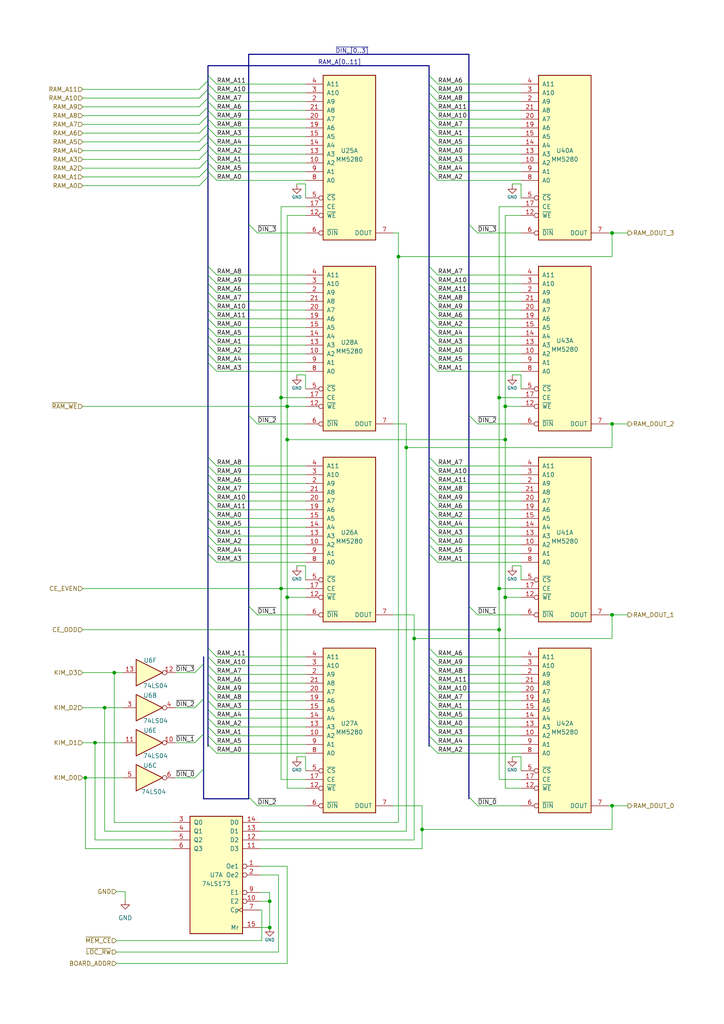
<source format=kicad_sch>
(kicad_sch (version 20230121) (generator eeschema)

  (uuid ebe3ab1b-605d-4ee6-8ea3-d72bd63461bb)

  (paper "A4" portrait)

  (title_block
    (title "MTU K-1008 Visable Memory card replica")
    (comment 1 "9/4/77 HAL CHAMBERLIN 22 PIN RAM")
    (comment 2 "RAM CHIPS (HIGH)")
    (comment 3 "MTU VISABLE MEMORY")
    (comment 4 "KiCad version and corrections 2023 Eduardo Casino")
  )

  (lib_symbols
    (symbol "74xx:74LS04" (in_bom yes) (on_board yes)
      (property "Reference" "U" (at 0 1.27 0)
        (effects (font (size 1.27 1.27)))
      )
      (property "Value" "74LS04" (at 0 -1.27 0)
        (effects (font (size 1.27 1.27)))
      )
      (property "Footprint" "" (at 0 0 0)
        (effects (font (size 1.27 1.27)) hide)
      )
      (property "Datasheet" "http://www.ti.com/lit/gpn/sn74LS04" (at 0 0 0)
        (effects (font (size 1.27 1.27)) hide)
      )
      (property "ki_locked" "" (at 0 0 0)
        (effects (font (size 1.27 1.27)))
      )
      (property "ki_keywords" "TTL not inv" (at 0 0 0)
        (effects (font (size 1.27 1.27)) hide)
      )
      (property "ki_description" "Hex Inverter" (at 0 0 0)
        (effects (font (size 1.27 1.27)) hide)
      )
      (property "ki_fp_filters" "DIP*W7.62mm* SSOP?14* TSSOP?14*" (at 0 0 0)
        (effects (font (size 1.27 1.27)) hide)
      )
      (symbol "74LS04_1_0"
        (polyline
          (pts
            (xy -3.81 3.81)
            (xy -3.81 -3.81)
            (xy 3.81 0)
            (xy -3.81 3.81)
          )
          (stroke (width 0.254) (type default))
          (fill (type background))
        )
        (pin input line (at -7.62 0 0) (length 3.81)
          (name "~" (effects (font (size 1.27 1.27))))
          (number "1" (effects (font (size 1.27 1.27))))
        )
        (pin output inverted (at 7.62 0 180) (length 3.81)
          (name "~" (effects (font (size 1.27 1.27))))
          (number "2" (effects (font (size 1.27 1.27))))
        )
      )
      (symbol "74LS04_2_0"
        (polyline
          (pts
            (xy -3.81 3.81)
            (xy -3.81 -3.81)
            (xy 3.81 0)
            (xy -3.81 3.81)
          )
          (stroke (width 0.254) (type default))
          (fill (type background))
        )
        (pin input line (at -7.62 0 0) (length 3.81)
          (name "~" (effects (font (size 1.27 1.27))))
          (number "3" (effects (font (size 1.27 1.27))))
        )
        (pin output inverted (at 7.62 0 180) (length 3.81)
          (name "~" (effects (font (size 1.27 1.27))))
          (number "4" (effects (font (size 1.27 1.27))))
        )
      )
      (symbol "74LS04_3_0"
        (polyline
          (pts
            (xy -3.81 3.81)
            (xy -3.81 -3.81)
            (xy 3.81 0)
            (xy -3.81 3.81)
          )
          (stroke (width 0.254) (type default))
          (fill (type background))
        )
        (pin input line (at -7.62 0 0) (length 3.81)
          (name "~" (effects (font (size 1.27 1.27))))
          (number "5" (effects (font (size 1.27 1.27))))
        )
        (pin output inverted (at 7.62 0 180) (length 3.81)
          (name "~" (effects (font (size 1.27 1.27))))
          (number "6" (effects (font (size 1.27 1.27))))
        )
      )
      (symbol "74LS04_4_0"
        (polyline
          (pts
            (xy -3.81 3.81)
            (xy -3.81 -3.81)
            (xy 3.81 0)
            (xy -3.81 3.81)
          )
          (stroke (width 0.254) (type default))
          (fill (type background))
        )
        (pin output inverted (at 7.62 0 180) (length 3.81)
          (name "~" (effects (font (size 1.27 1.27))))
          (number "8" (effects (font (size 1.27 1.27))))
        )
        (pin input line (at -7.62 0 0) (length 3.81)
          (name "~" (effects (font (size 1.27 1.27))))
          (number "9" (effects (font (size 1.27 1.27))))
        )
      )
      (symbol "74LS04_5_0"
        (polyline
          (pts
            (xy -3.81 3.81)
            (xy -3.81 -3.81)
            (xy 3.81 0)
            (xy -3.81 3.81)
          )
          (stroke (width 0.254) (type default))
          (fill (type background))
        )
        (pin output inverted (at 7.62 0 180) (length 3.81)
          (name "~" (effects (font (size 1.27 1.27))))
          (number "10" (effects (font (size 1.27 1.27))))
        )
        (pin input line (at -7.62 0 0) (length 3.81)
          (name "~" (effects (font (size 1.27 1.27))))
          (number "11" (effects (font (size 1.27 1.27))))
        )
      )
      (symbol "74LS04_6_0"
        (polyline
          (pts
            (xy -3.81 3.81)
            (xy -3.81 -3.81)
            (xy 3.81 0)
            (xy -3.81 3.81)
          )
          (stroke (width 0.254) (type default))
          (fill (type background))
        )
        (pin output inverted (at 7.62 0 180) (length 3.81)
          (name "~" (effects (font (size 1.27 1.27))))
          (number "12" (effects (font (size 1.27 1.27))))
        )
        (pin input line (at -7.62 0 0) (length 3.81)
          (name "~" (effects (font (size 1.27 1.27))))
          (number "13" (effects (font (size 1.27 1.27))))
        )
      )
      (symbol "74LS04_7_0"
        (pin power_in line (at 0 12.7 270) (length 5.08)
          (name "VCC" (effects (font (size 1.27 1.27))))
          (number "14" (effects (font (size 1.27 1.27))))
        )
        (pin power_in line (at 0 -12.7 90) (length 5.08)
          (name "GND" (effects (font (size 1.27 1.27))))
          (number "7" (effects (font (size 1.27 1.27))))
        )
      )
      (symbol "74LS04_7_1"
        (rectangle (start -5.08 7.62) (end 5.08 -7.62)
          (stroke (width 0.254) (type default))
          (fill (type background))
        )
      )
    )
    (symbol "K-1008_Library:74LS173" (pin_names (offset 1.016)) (in_bom yes) (on_board yes)
      (property "Reference" "U" (at 0 1.016 0)
        (effects (font (size 1.27 1.27)))
      )
      (property "Value" "74LS173" (at 0 -1.016 0)
        (effects (font (size 1.27 1.27)))
      )
      (property "Footprint" "" (at 0 0 0)
        (effects (font (size 1.27 1.27)) hide)
      )
      (property "Datasheet" "http://www.ti.com/lit/gpn/sn74LS173" (at 0 0 0)
        (effects (font (size 1.27 1.27)) hide)
      )
      (property "ki_locked" "" (at 0 0 0)
        (effects (font (size 1.27 1.27)))
      )
      (property "ki_keywords" "TTL REG REG4 3State DFF" (at 0 0 0)
        (effects (font (size 1.27 1.27)) hide)
      )
      (property "ki_description" "4-bit D-type Register, 3 state out" (at 0 0 0)
        (effects (font (size 1.27 1.27)) hide)
      )
      (property "ki_fp_filters" "DIP?16*" (at 0 0 0)
        (effects (font (size 1.27 1.27)) hide)
      )
      (symbol "74LS173_1_0"
        (pin input inverted (at -12.7 2.54 0) (length 5.08)
          (name "Oe1" (effects (font (size 1.27 1.27))))
          (number "1" (effects (font (size 1.27 1.27))))
        )
        (pin input inverted (at -12.7 -7.62 0) (length 5.08)
          (name "E2" (effects (font (size 1.27 1.27))))
          (number "10" (effects (font (size 1.27 1.27))))
        )
        (pin input line (at -12.7 7.62 0) (length 5.08)
          (name "D3" (effects (font (size 1.27 1.27))))
          (number "11" (effects (font (size 1.27 1.27))))
        )
        (pin input line (at -12.7 10.16 0) (length 5.08)
          (name "D2" (effects (font (size 1.27 1.27))))
          (number "12" (effects (font (size 1.27 1.27))))
        )
        (pin input line (at -12.7 12.7 0) (length 5.08)
          (name "D1" (effects (font (size 1.27 1.27))))
          (number "13" (effects (font (size 1.27 1.27))))
        )
        (pin input line (at -12.7 15.24 0) (length 5.08)
          (name "D0" (effects (font (size 1.27 1.27))))
          (number "14" (effects (font (size 1.27 1.27))))
        )
        (pin input line (at -12.7 -15.24 0) (length 5.08)
          (name "Mr" (effects (font (size 1.27 1.27))))
          (number "15" (effects (font (size 1.27 1.27))))
        )
        (pin input inverted (at -12.7 0 0) (length 5.08)
          (name "Oe2" (effects (font (size 1.27 1.27))))
          (number "2" (effects (font (size 1.27 1.27))))
        )
        (pin tri_state line (at 12.7 15.24 180) (length 5.08)
          (name "Q0" (effects (font (size 1.27 1.27))))
          (number "3" (effects (font (size 1.27 1.27))))
        )
        (pin tri_state line (at 12.7 12.7 180) (length 5.08)
          (name "Q1" (effects (font (size 1.27 1.27))))
          (number "4" (effects (font (size 1.27 1.27))))
        )
        (pin tri_state line (at 12.7 10.16 180) (length 5.08)
          (name "Q2" (effects (font (size 1.27 1.27))))
          (number "5" (effects (font (size 1.27 1.27))))
        )
        (pin tri_state line (at 12.7 7.62 180) (length 5.08)
          (name "Q3" (effects (font (size 1.27 1.27))))
          (number "6" (effects (font (size 1.27 1.27))))
        )
        (pin input clock (at -12.7 -10.16 0) (length 5.08)
          (name "Cp" (effects (font (size 1.27 1.27))))
          (number "7" (effects (font (size 1.27 1.27))))
        )
        (pin input inverted (at -12.7 -5.08 0) (length 5.08)
          (name "E1" (effects (font (size 1.27 1.27))))
          (number "9" (effects (font (size 1.27 1.27))))
        )
      )
      (symbol "74LS173_1_1"
        (rectangle (start -7.62 17.018) (end 7.62 -17.018)
          (stroke (width 0.254) (type default))
          (fill (type background))
        )
      )
      (symbol "74LS173_2_0"
        (pin power_in line (at 0 12.7 270) (length 5.08)
          (name "VCC" (effects (font (size 1.27 1.27))))
          (number "16" (effects (font (size 1.27 1.27))))
        )
        (pin power_in line (at 0 -12.7 90) (length 5.08)
          (name "GND" (effects (font (size 1.27 1.27))))
          (number "8" (effects (font (size 1.27 1.27))))
        )
      )
      (symbol "74LS173_2_1"
        (rectangle (start -5.08 7.62) (end 5.08 -7.62)
          (stroke (width 0.254) (type default))
          (fill (type background))
        )
      )
    )
    (symbol "K-1008_Library:MM5280" (pin_names (offset 1.016)) (in_bom yes) (on_board yes)
      (property "Reference" "U" (at 0 1.27 0)
        (effects (font (size 1.27 1.27)))
      )
      (property "Value" "MM5280" (at 0 -1.016 0)
        (effects (font (size 1.27 1.27)))
      )
      (property "Footprint" "" (at -14.986 10.414 0)
        (effects (font (size 1.27 1.27)) hide)
      )
      (property "Datasheet" "" (at 0 5.334 0)
        (effects (font (size 1.27 1.27)) hide)
      )
      (property "ki_locked" "" (at 0 0 0)
        (effects (font (size 1.27 1.27)))
      )
      (property "ki_keywords" "4096 dynamic ram" (at 0 0 0)
        (effects (font (size 1.27 1.27)) hide)
      )
      (property "ki_description" "4096-Bit (4096x1) Dynamic RAM" (at 0 0 0)
        (effects (font (size 1.27 1.27)) hide)
      )
      (property "ki_fp_filters" "DIP?16*" (at 0 0 0)
        (effects (font (size 1.27 1.27)) hide)
      )
      (symbol "MM5280_1_0"
        (pin input line (at -12.7 -2.54 0) (length 5.08)
          (name "A2" (effects (font (size 1.27 1.27))))
          (number "10" (effects (font (size 1.27 1.27))))
        )
        (pin input inverted (at -12.7 -17.78 0) (length 5.08)
          (name "~{WE}" (effects (font (size 1.27 1.27))))
          (number "12" (effects (font (size 1.27 1.27))))
        )
        (pin input line (at -12.7 0 0) (length 5.08)
          (name "A3" (effects (font (size 1.27 1.27))))
          (number "13" (effects (font (size 1.27 1.27))))
        )
        (pin input line (at -12.7 2.54 0) (length 5.08)
          (name "A4" (effects (font (size 1.27 1.27))))
          (number "14" (effects (font (size 1.27 1.27))))
        )
        (pin input line (at -12.7 5.08 0) (length 5.08)
          (name "A5" (effects (font (size 1.27 1.27))))
          (number "15" (effects (font (size 1.27 1.27))))
        )
        (pin no_connect non_logic (at -7.112 -10.414 0) (length 5.08) hide
          (name "A2" (effects (font (size 1.27 1.27))))
          (number "16" (effects (font (size 1.27 1.27))))
        )
        (pin input line (at -12.7 -15.24 0) (length 5.08)
          (name "CE" (effects (font (size 1.27 1.27))))
          (number "17" (effects (font (size 1.27 1.27))))
        )
        (pin input line (at -12.7 7.62 0) (length 5.08)
          (name "A6" (effects (font (size 1.27 1.27))))
          (number "19" (effects (font (size 1.27 1.27))))
        )
        (pin input line (at -12.7 15.24 0) (length 5.08)
          (name "A9" (effects (font (size 1.27 1.27))))
          (number "2" (effects (font (size 1.27 1.27))))
        )
        (pin input line (at -12.7 10.16 0) (length 5.08)
          (name "A7" (effects (font (size 1.27 1.27))))
          (number "20" (effects (font (size 1.27 1.27))))
        )
        (pin input line (at -12.7 12.7 0) (length 5.08)
          (name "A8" (effects (font (size 1.27 1.27))))
          (number "21" (effects (font (size 1.27 1.27))))
        )
        (pin input line (at -12.7 17.78 0) (length 5.08)
          (name "A10" (effects (font (size 1.27 1.27))))
          (number "3" (effects (font (size 1.27 1.27))))
        )
        (pin input line (at -12.7 20.32 0) (length 5.08)
          (name "A11" (effects (font (size 1.27 1.27))))
          (number "4" (effects (font (size 1.27 1.27))))
        )
        (pin input inverted (at -12.7 -12.7 0) (length 5.08)
          (name "~{CS}" (effects (font (size 1.27 1.27))))
          (number "5" (effects (font (size 1.27 1.27))))
        )
        (pin input inverted (at -12.7 -22.86 0) (length 5.08)
          (name "~{DIN}" (effects (font (size 1.27 1.27))))
          (number "6" (effects (font (size 1.27 1.27))))
        )
        (pin tri_state line (at 12.7 -22.86 180) (length 5.08)
          (name "DOUT" (effects (font (size 1.27 1.27))))
          (number "7" (effects (font (size 1.27 1.27))))
        )
        (pin input line (at -12.7 -7.62 0) (length 5.08)
          (name "A0" (effects (font (size 1.27 1.27))))
          (number "8" (effects (font (size 1.27 1.27))))
        )
        (pin input line (at -12.7 -5.08 0) (length 5.08)
          (name "A1" (effects (font (size 1.27 1.27))))
          (number "9" (effects (font (size 1.27 1.27))))
        )
      )
      (symbol "MM5280_1_1"
        (rectangle (start -7.62 22.86) (end 7.62 -24.892)
          (stroke (width 0.254) (type default))
          (fill (type background))
        )
      )
      (symbol "MM5280_2_0"
        (pin power_in line (at 2.54 -12.7 90) (length 5.08)
          (name "VBB" (effects (font (size 1.27 1.27))))
          (number "1" (effects (font (size 1.27 1.27))))
        )
        (pin power_in line (at -2.54 12.7 270) (length 5.08)
          (name "VCC" (effects (font (size 1.27 1.27))))
          (number "11" (effects (font (size 1.27 1.27))))
        )
        (pin power_in line (at 2.54 12.7 270) (length 5.08)
          (name "VDD" (effects (font (size 1.27 1.27))))
          (number "18" (effects (font (size 1.27 1.27))))
        )
        (pin power_in line (at -2.54 -12.7 90) (length 5.08)
          (name "GND" (effects (font (size 1.27 1.27))))
          (number "22" (effects (font (size 1.27 1.27))))
        )
      )
      (symbol "MM5280_2_1"
        (rectangle (start -5.08 7.62) (end 5.08 -7.62)
          (stroke (width 0.254) (type default))
          (fill (type background))
        )
      )
    )
    (symbol "power:GND" (power) (pin_names (offset 0)) (in_bom yes) (on_board yes)
      (property "Reference" "#PWR" (at 0 -6.35 0)
        (effects (font (size 1.27 1.27)) hide)
      )
      (property "Value" "GND" (at 0 -3.81 0)
        (effects (font (size 1.27 1.27)))
      )
      (property "Footprint" "" (at 0 0 0)
        (effects (font (size 1.27 1.27)) hide)
      )
      (property "Datasheet" "" (at 0 0 0)
        (effects (font (size 1.27 1.27)) hide)
      )
      (property "ki_keywords" "global power" (at 0 0 0)
        (effects (font (size 1.27 1.27)) hide)
      )
      (property "ki_description" "Power symbol creates a global label with name \"GND\" , ground" (at 0 0 0)
        (effects (font (size 1.27 1.27)) hide)
      )
      (symbol "GND_0_1"
        (polyline
          (pts
            (xy 0 0)
            (xy 0 -1.27)
            (xy 1.27 -1.27)
            (xy 0 -2.54)
            (xy -1.27 -1.27)
            (xy 0 -1.27)
          )
          (stroke (width 0) (type default))
          (fill (type none))
        )
      )
      (symbol "GND_1_1"
        (pin power_in line (at 0 0 270) (length 0) hide
          (name "GND" (effects (font (size 1.27 1.27))))
          (number "1" (effects (font (size 1.27 1.27))))
        )
      )
    )
  )

  (junction (at 122.428 240.538) (diameter 0) (color 0 0 0 0)
    (uuid 06517fb5-3e95-491d-bf1f-cd0f60cd0940)
  )
  (junction (at 27.559 215.392) (diameter 0) (color 0 0 0 0)
    (uuid 0799cd08-6521-491e-a980-91a5bd1692be)
  )
  (junction (at 144.78 182.626) (diameter 0) (color 0 0 0 0)
    (uuid 0c2c496b-183b-4397-b790-cc1c872468ef)
  )
  (junction (at 30.353 205.232) (diameter 0) (color 0 0 0 0)
    (uuid 0dd69e92-99b1-4983-a7df-de9c8fbf6697)
  )
  (junction (at 81.534 170.688) (diameter 0) (color 0 0 0 0)
    (uuid 110464ca-59e5-46cb-95cb-1acc33e23836)
  )
  (junction (at 24.765 225.552) (diameter 0) (color 0 0 0 0)
    (uuid 164f440b-a42c-4000-af65-8d3228bdac4a)
  )
  (junction (at 146.558 127.508) (diameter 0) (color 0 0 0 0)
    (uuid 1b98b1cb-ee4a-47dc-8c96-dd7ad0993c52)
  )
  (junction (at 120.142 185.166) (diameter 0) (color 0 0 0 0)
    (uuid 42ccf1b0-3c69-4128-a558-cf1bbce0b0cf)
  )
  (junction (at 81.534 115.316) (diameter 0) (color 0 0 0 0)
    (uuid 4b4900ee-840b-40a3-b8d6-5956c091ba3a)
  )
  (junction (at 177.546 122.936) (diameter 0) (color 0 0 0 0)
    (uuid 54c284a6-fa4f-4fa2-85b6-40a464f0084d)
  )
  (junction (at 177.546 67.564) (diameter 0) (color 0 0 0 0)
    (uuid 5877fbec-5327-4a41-9125-d7b267ad23b5)
  )
  (junction (at 115.57 74.422) (diameter 0) (color 0 0 0 0)
    (uuid 662b2f85-2566-4e51-8323-35aba51743d7)
  )
  (junction (at 83.312 127.508) (diameter 0) (color 0 0 0 0)
    (uuid 68ade136-3c4f-4ecd-ba6d-5d5352c3debc)
  )
  (junction (at 146.558 117.856) (diameter 0) (color 0 0 0 0)
    (uuid 6ef0353d-6b26-4251-a45e-aab40bfce84f)
  )
  (junction (at 146.558 173.228) (diameter 0) (color 0 0 0 0)
    (uuid 75d934bb-2111-4b51-98d9-297c3e36eab8)
  )
  (junction (at 78.232 261.366) (diameter 0) (color 0 0 0 0)
    (uuid 8c9117b3-cad2-45d9-a4c7-ec1c2fa993e4)
  )
  (junction (at 177.546 233.68) (diameter 0) (color 0 0 0 0)
    (uuid 982b8649-5791-497f-bc5d-d296e2a265af)
  )
  (junction (at 33.147 195.072) (diameter 0) (color 0 0 0 0)
    (uuid a5aa8564-c20c-44c8-b459-ee75426b43a4)
  )
  (junction (at 83.312 117.856) (diameter 0) (color 0 0 0 0)
    (uuid b402ff40-cee3-4fb5-8195-81ff9b16e107)
  )
  (junction (at 117.856 129.794) (diameter 0) (color 0 0 0 0)
    (uuid c1b77930-71fa-4375-8a76-3809f2550a72)
  )
  (junction (at 144.78 170.688) (diameter 0) (color 0 0 0 0)
    (uuid d1e3e8c9-49f0-400d-a4a6-f1a8e17f7581)
  )
  (junction (at 83.312 173.228) (diameter 0) (color 0 0 0 0)
    (uuid e2d7ef91-21f4-43c5-a80c-f381c771714b)
  )
  (junction (at 78.232 268.986) (diameter 0) (color 0 0 0 0)
    (uuid e863717a-e591-4db7-89f2-04f49b67b667)
  )
  (junction (at 177.546 178.308) (diameter 0) (color 0 0 0 0)
    (uuid f45876fd-5976-483f-80d5-1a72a634b4b9)
  )
  (junction (at 144.78 115.316) (diameter 0) (color 0 0 0 0)
    (uuid fc9a363f-8799-42ea-afe3-58c3f0b9aed0)
  )

  (bus_entry (at 60.325 210.82) (size 2.54 2.54)
    (stroke (width 0) (type default))
    (uuid 009513a3-8467-4cb5-b585-3d7f4ba00a6e)
  )
  (bus_entry (at 136.017 175.768) (size 2.54 2.54)
    (stroke (width 0) (type default))
    (uuid 02e1086d-60f5-4a11-b0b6-ac9a04f7557b)
  )
  (bus_entry (at 60.325 34.544) (size 2.54 2.54)
    (stroke (width 0) (type default))
    (uuid 03e78cea-47c7-4286-af9a-eea088b81ef1)
  )
  (bus_entry (at 124.46 187.96) (size 2.54 2.54)
    (stroke (width 0) (type default))
    (uuid 0466e080-9442-4ea0-8d47-52ec590c8529)
  )
  (bus_entry (at 60.325 49.784) (size 2.54 2.54)
    (stroke (width 0) (type default))
    (uuid 04e71b1a-5f7b-4159-b0e8-1ab48a192de1)
  )
  (bus_entry (at 60.325 77.216) (size 2.54 2.54)
    (stroke (width 0) (type default))
    (uuid 04f7fc18-af63-4576-b35a-b0a033384ced)
  )
  (bus_entry (at 124.46 215.9) (size 2.54 2.54)
    (stroke (width 0) (type default))
    (uuid 06165e02-305f-4e80-9615-4a4f7ef0af84)
  )
  (bus_entry (at 60.325 47.244) (size 2.54 2.54)
    (stroke (width 0) (type default))
    (uuid 09bd5298-b2de-4eac-9b37-fdf242e3c096)
  )
  (bus_entry (at 60.325 82.296) (size 2.54 2.54)
    (stroke (width 0) (type default))
    (uuid 0d3b00e3-d703-4d91-96c0-95144668ba10)
  )
  (bus_entry (at 56.515 225.552) (size 2.54 -2.54)
    (stroke (width 0) (type default))
    (uuid 0dda1964-acb1-4121-9610-16bbb5be598f)
  )
  (bus_entry (at 60.325 193.04) (size 2.54 2.54)
    (stroke (width 0) (type default))
    (uuid 0f5f1421-1827-42b1-8e44-a0a666830153)
  )
  (bus_entry (at 124.46 49.784) (size 2.54 2.54)
    (stroke (width 0) (type default))
    (uuid 12b407bd-5806-4b3b-9736-b5921b9ed7fa)
  )
  (bus_entry (at 57.785 43.688) (size 2.54 -2.54)
    (stroke (width 0) (type default))
    (uuid 139d7a05-9338-41d8-92b0-a4359a088fc5)
  )
  (bus_entry (at 60.325 102.616) (size 2.54 2.54)
    (stroke (width 0) (type default))
    (uuid 163c03f8-d938-4759-82a8-1d17bb269fe2)
  )
  (bus_entry (at 72.136 175.768) (size 2.54 2.54)
    (stroke (width 0) (type default))
    (uuid 19d88a43-8943-40f9-bc19-68c59adf5a88)
  )
  (bus_entry (at 60.325 152.908) (size 2.54 2.54)
    (stroke (width 0) (type default))
    (uuid 1abaeddb-87bd-446e-9a12-c5b4bf9f708f)
  )
  (bus_entry (at 124.46 92.456) (size 2.54 2.54)
    (stroke (width 0) (type default))
    (uuid 1af10429-01de-436e-9075-94a09138749d)
  )
  (bus_entry (at 124.46 205.74) (size 2.54 2.54)
    (stroke (width 0) (type default))
    (uuid 1b4fed95-cd28-4ff5-a2b1-79efd330f7b0)
  )
  (bus_entry (at 57.785 48.768) (size 2.54 -2.54)
    (stroke (width 0) (type default))
    (uuid 1c3b7a32-1031-4118-80d0-1cfc01106029)
  )
  (bus_entry (at 124.46 152.908) (size 2.54 2.54)
    (stroke (width 0) (type default))
    (uuid 1e426885-9ffd-4184-a1c5-b1ee9c82b532)
  )
  (bus_entry (at 60.325 160.528) (size 2.54 2.54)
    (stroke (width 0) (type default))
    (uuid 23f48f1f-c343-4908-bdec-0e35b4f3be27)
  )
  (bus_entry (at 124.46 155.448) (size 2.54 2.54)
    (stroke (width 0) (type default))
    (uuid 25564cfa-9f5f-4123-aa4a-918aed4fe84b)
  )
  (bus_entry (at 124.46 210.82) (size 2.54 2.54)
    (stroke (width 0) (type default))
    (uuid 259edf75-9ffd-4d31-a8b7-03281ca7fff3)
  )
  (bus_entry (at 124.46 213.36) (size 2.54 2.54)
    (stroke (width 0) (type default))
    (uuid 29201081-a3e9-4d87-9e61-87aa73203bd3)
  )
  (bus_entry (at 124.46 79.756) (size 2.54 2.54)
    (stroke (width 0) (type default))
    (uuid 2ead8888-e981-43df-b2a2-a07a0730b707)
  )
  (bus_entry (at 60.325 135.128) (size 2.54 2.54)
    (stroke (width 0) (type default))
    (uuid 308d4ce1-5ded-4f8a-98a5-63c10307d943)
  )
  (bus_entry (at 124.46 37.084) (size 2.54 2.54)
    (stroke (width 0) (type default))
    (uuid 32aaf3e2-27ed-474a-9eb0-06876c85250c)
  )
  (bus_entry (at 60.325 94.996) (size 2.54 2.54)
    (stroke (width 0) (type default))
    (uuid 32d5f4a1-85b6-43c0-a4a4-32885db52358)
  )
  (bus_entry (at 124.46 208.28) (size 2.54 2.54)
    (stroke (width 0) (type default))
    (uuid 3301751a-9ad2-40f1-b539-98c617848529)
  )
  (bus_entry (at 60.325 155.448) (size 2.54 2.54)
    (stroke (width 0) (type default))
    (uuid 35b45bc8-0c0f-4893-9db6-984c2402d75c)
  )
  (bus_entry (at 60.325 208.28) (size 2.54 2.54)
    (stroke (width 0) (type default))
    (uuid 36791f4f-3899-4d2a-84e6-a1e2ddcd0c1b)
  )
  (bus_entry (at 124.46 44.704) (size 2.54 2.54)
    (stroke (width 0) (type default))
    (uuid 3ab4a513-7616-4f61-90d7-7a1e47b480eb)
  )
  (bus_entry (at 57.785 41.148) (size 2.54 -2.54)
    (stroke (width 0) (type default))
    (uuid 3ee8e1de-89d6-43a1-a803-b94b99c8952e)
  )
  (bus_entry (at 124.46 102.616) (size 2.54 2.54)
    (stroke (width 0) (type default))
    (uuid 404cfd0f-2dc9-4843-8f8f-03d9c1720e9d)
  )
  (bus_entry (at 60.325 97.536) (size 2.54 2.54)
    (stroke (width 0) (type default))
    (uuid 405fb61c-3551-4bf1-8d74-cf98cc515eff)
  )
  (bus_entry (at 57.785 33.528) (size 2.54 -2.54)
    (stroke (width 0) (type default))
    (uuid 40a0c6b6-918f-4d94-989d-c2bfd332831e)
  )
  (bus_entry (at 60.325 157.988) (size 2.54 2.54)
    (stroke (width 0) (type default))
    (uuid 481a6735-8e2b-4933-8641-9b1b02463664)
  )
  (bus_entry (at 60.325 21.844) (size 2.54 2.54)
    (stroke (width 0) (type default))
    (uuid 48933f8d-57f9-4529-b0c3-bc6dd53fb924)
  )
  (bus_entry (at 60.325 137.668) (size 2.54 2.54)
    (stroke (width 0) (type default))
    (uuid 4b2cadc1-08f5-4bf3-8208-962eea2c4efc)
  )
  (bus_entry (at 124.46 47.244) (size 2.54 2.54)
    (stroke (width 0) (type default))
    (uuid 4cc9d38a-110b-4b28-af55-25c0a6df78e1)
  )
  (bus_entry (at 124.46 200.66) (size 2.54 2.54)
    (stroke (width 0) (type default))
    (uuid 500f4433-9da3-45df-b724-5906878d0f43)
  )
  (bus_entry (at 136.017 231.14) (size 2.54 2.54)
    (stroke (width 0) (type default))
    (uuid 54815313-8033-48e9-b2bb-26f873e107bf)
  )
  (bus_entry (at 124.46 32.004) (size 2.54 2.54)
    (stroke (width 0) (type default))
    (uuid 5498653e-30c6-4665-ae75-2b37b25e0391)
  )
  (bus_entry (at 124.46 77.216) (size 2.54 2.54)
    (stroke (width 0) (type default))
    (uuid 60952bd1-cc4f-45cf-8bea-f16966914633)
  )
  (bus_entry (at 124.46 147.828) (size 2.54 2.54)
    (stroke (width 0) (type default))
    (uuid 60a77f45-b924-404f-b5d2-4d19628d5b8c)
  )
  (bus_entry (at 124.46 39.624) (size 2.54 2.54)
    (stroke (width 0) (type default))
    (uuid 63ab9842-13ce-4958-a103-80521a2230fc)
  )
  (bus_entry (at 60.325 213.36) (size 2.54 2.54)
    (stroke (width 0) (type default))
    (uuid 640562d3-9f86-4b03-ad26-f256f6af38a4)
  )
  (bus_entry (at 72.136 231.14) (size 2.54 2.54)
    (stroke (width 0) (type default))
    (uuid 64133f37-3ab8-40d0-b3fb-6a80478fd419)
  )
  (bus_entry (at 124.46 135.128) (size 2.54 2.54)
    (stroke (width 0) (type default))
    (uuid 64ccf9ee-1f3b-4168-a1c8-dbef2ad76966)
  )
  (bus_entry (at 124.46 145.288) (size 2.54 2.54)
    (stroke (width 0) (type default))
    (uuid 697ff0f3-7db4-4832-adb6-1298a37848b0)
  )
  (bus_entry (at 124.46 142.748) (size 2.54 2.54)
    (stroke (width 0) (type default))
    (uuid 6b7a5d2f-da3f-4c4b-9e49-77c5725b2e24)
  )
  (bus_entry (at 60.325 142.748) (size 2.54 2.54)
    (stroke (width 0) (type default))
    (uuid 6d89acdf-7408-48a0-a11b-30e5abb55aa7)
  )
  (bus_entry (at 124.46 140.208) (size 2.54 2.54)
    (stroke (width 0) (type default))
    (uuid 6f03104c-014b-4ccd-ba31-97c40f380564)
  )
  (bus_entry (at 60.325 150.368) (size 2.54 2.54)
    (stroke (width 0) (type default))
    (uuid 703332f1-0806-4001-9cc9-0ea62660f7a4)
  )
  (bus_entry (at 60.325 37.084) (size 2.54 2.54)
    (stroke (width 0) (type default))
    (uuid 70ab04a9-f998-4eef-baa4-2e0fb3fc6025)
  )
  (bus_entry (at 124.46 89.916) (size 2.54 2.54)
    (stroke (width 0) (type default))
    (uuid 73061d16-6b81-4f1f-b0ff-bff0514dadc0)
  )
  (bus_entry (at 60.325 205.74) (size 2.54 2.54)
    (stroke (width 0) (type default))
    (uuid 759ca949-8291-4b0e-ad87-161cc47b8492)
  )
  (bus_entry (at 136.017 120.396) (size 2.54 2.54)
    (stroke (width 0) (type default))
    (uuid 7af254ab-5c40-42a4-b747-3c0e1868a49e)
  )
  (bus_entry (at 60.325 147.828) (size 2.54 2.54)
    (stroke (width 0) (type default))
    (uuid 7b8eafae-20fb-4a35-956e-f574b8ab4edd)
  )
  (bus_entry (at 60.325 198.12) (size 2.54 2.54)
    (stroke (width 0) (type default))
    (uuid 7dfb4559-a69c-48c3-8092-6b6bccde7763)
  )
  (bus_entry (at 60.325 24.384) (size 2.54 2.54)
    (stroke (width 0) (type default))
    (uuid 82752e88-cb68-4fc8-b316-c3e1a2e2d2a4)
  )
  (bus_entry (at 60.325 132.588) (size 2.54 2.54)
    (stroke (width 0) (type default))
    (uuid 850b1e62-9c4d-44cb-b878-371d325a7467)
  )
  (bus_entry (at 60.325 42.164) (size 2.54 2.54)
    (stroke (width 0) (type default))
    (uuid 85b60714-258a-41fd-8110-1151c1fbfbeb)
  )
  (bus_entry (at 57.785 30.988) (size 2.54 -2.54)
    (stroke (width 0) (type default))
    (uuid 8d40b2dd-9631-4557-b9c2-a85fbcc1367e)
  )
  (bus_entry (at 124.46 203.2) (size 2.54 2.54)
    (stroke (width 0) (type default))
    (uuid 8fffa254-0751-4b03-89df-4573ab895243)
  )
  (bus_entry (at 136.017 65.024) (size 2.54 2.54)
    (stroke (width 0) (type default))
    (uuid 9168b867-62ec-4f75-b5f0-9a47b8280cbd)
  )
  (bus_entry (at 60.325 200.66) (size 2.54 2.54)
    (stroke (width 0) (type default))
    (uuid 91d54ba0-2b71-4a37-b809-5858c1f993b8)
  )
  (bus_entry (at 60.325 29.464) (size 2.54 2.54)
    (stroke (width 0) (type default))
    (uuid 92b3bc74-a993-47b7-b493-55c5261c2577)
  )
  (bus_entry (at 124.46 97.536) (size 2.54 2.54)
    (stroke (width 0) (type default))
    (uuid 9532179b-dad7-41db-818d-d9f83fd4cd86)
  )
  (bus_entry (at 124.46 150.368) (size 2.54 2.54)
    (stroke (width 0) (type default))
    (uuid 97af9746-2cbc-4a4a-bcc1-c97f193fafa8)
  )
  (bus_entry (at 60.325 187.96) (size 2.54 2.54)
    (stroke (width 0) (type default))
    (uuid 99770358-2801-459d-b5d8-b1c22bdaa154)
  )
  (bus_entry (at 57.785 46.228) (size 2.54 -2.54)
    (stroke (width 0) (type default))
    (uuid 9b51b473-8c03-437d-982b-b9bcef2a8c8e)
  )
  (bus_entry (at 57.785 38.608) (size 2.54 -2.54)
    (stroke (width 0) (type default))
    (uuid 9d144ff1-639e-4c01-bfcd-a89dc8057883)
  )
  (bus_entry (at 60.325 79.756) (size 2.54 2.54)
    (stroke (width 0) (type default))
    (uuid 9db401aa-e365-47a1-9890-4be5ec1cac84)
  )
  (bus_entry (at 60.325 215.9) (size 2.54 2.54)
    (stroke (width 0) (type default))
    (uuid 9f179570-c851-4743-9427-48bfd6cbf326)
  )
  (bus_entry (at 124.46 132.588) (size 2.54 2.54)
    (stroke (width 0) (type default))
    (uuid a3cd527e-ae01-4aa0-8111-41c0073230d1)
  )
  (bus_entry (at 124.46 87.376) (size 2.54 2.54)
    (stroke (width 0) (type default))
    (uuid a41985c5-2ece-4f9f-a065-466d9fc8993c)
  )
  (bus_entry (at 60.325 89.916) (size 2.54 2.54)
    (stroke (width 0) (type default))
    (uuid ab9db5d5-5efc-45e0-8ff8-e559c4b19ad1)
  )
  (bus_entry (at 124.46 195.58) (size 2.54 2.54)
    (stroke (width 0) (type default))
    (uuid ac7ab04f-9d87-46a7-91b2-439eec6f5ea9)
  )
  (bus_entry (at 60.325 32.004) (size 2.54 2.54)
    (stroke (width 0) (type default))
    (uuid ad3afd78-b967-4cdc-bd60-7d0fac8ac8e8)
  )
  (bus_entry (at 60.325 195.58) (size 2.54 2.54)
    (stroke (width 0) (type default))
    (uuid ad3d8734-3106-4521-bdab-74671c6cb722)
  )
  (bus_entry (at 124.46 34.544) (size 2.54 2.54)
    (stroke (width 0) (type default))
    (uuid adace3f9-4833-4570-ab1d-2d56519134fb)
  )
  (bus_entry (at 60.325 140.208) (size 2.54 2.54)
    (stroke (width 0) (type default))
    (uuid b02d6146-2420-47ef-81f4-8872766b1a45)
  )
  (bus_entry (at 56.515 215.392) (size 2.54 -2.54)
    (stroke (width 0) (type default))
    (uuid b0a2d426-34a0-433d-b9f7-04c91a885c50)
  )
  (bus_entry (at 60.325 44.704) (size 2.54 2.54)
    (stroke (width 0) (type default))
    (uuid b4a40ccd-e1b8-47c9-a136-79d75ecdae93)
  )
  (bus_entry (at 124.46 84.836) (size 2.54 2.54)
    (stroke (width 0) (type default))
    (uuid b4ad2156-e0fa-4000-a03c-178d831800bf)
  )
  (bus_entry (at 57.785 36.068) (size 2.54 -2.54)
    (stroke (width 0) (type default))
    (uuid b94dc13e-f9b0-44c0-84dd-883b3a806c9e)
  )
  (bus_entry (at 60.325 92.456) (size 2.54 2.54)
    (stroke (width 0) (type default))
    (uuid bb43d441-a61b-41ef-8081-0f71eb09922b)
  )
  (bus_entry (at 60.325 84.836) (size 2.54 2.54)
    (stroke (width 0) (type default))
    (uuid bb978dde-e115-4cd3-8cbd-cf4044832739)
  )
  (bus_entry (at 56.515 205.232) (size 2.54 -2.54)
    (stroke (width 0) (type default))
    (uuid bdcd7a8a-443e-4f53-8064-9fee1e456c65)
  )
  (bus_entry (at 124.46 160.528) (size 2.54 2.54)
    (stroke (width 0) (type default))
    (uuid be88f9b5-3bdd-4ce5-a4ae-ced434ad5abd)
  )
  (bus_entry (at 57.785 53.848) (size 2.54 -2.54)
    (stroke (width 0) (type default))
    (uuid c58d519e-5160-464e-a59d-486b86ebe04b)
  )
  (bus_entry (at 124.46 157.988) (size 2.54 2.54)
    (stroke (width 0) (type default))
    (uuid c5b032a2-7737-4940-9aec-a08276b7a93e)
  )
  (bus_entry (at 60.325 203.2) (size 2.54 2.54)
    (stroke (width 0) (type default))
    (uuid c5c7a4df-a5c3-4c53-b313-4b59219dffbb)
  )
  (bus_entry (at 57.785 28.448) (size 2.54 -2.54)
    (stroke (width 0) (type default))
    (uuid c8ebe400-55bd-4b93-a99c-fdf38595b81d)
  )
  (bus_entry (at 72.136 120.396) (size 2.54 2.54)
    (stroke (width 0) (type default))
    (uuid c9708546-ab7b-4a49-b307-39da2c783cde)
  )
  (bus_entry (at 124.46 137.668) (size 2.54 2.54)
    (stroke (width 0) (type default))
    (uuid caa6b780-f1d3-4ab1-b3db-6ed5e2a3208f)
  )
  (bus_entry (at 124.46 42.164) (size 2.54 2.54)
    (stroke (width 0) (type default))
    (uuid cb413219-a2fe-468d-a481-f89e2b85bb75)
  )
  (bus_entry (at 124.46 94.996) (size 2.54 2.54)
    (stroke (width 0) (type default))
    (uuid cc869b7d-086a-430f-9a15-8e17346122d4)
  )
  (bus_entry (at 124.46 21.844) (size 2.54 2.54)
    (stroke (width 0) (type default))
    (uuid cd6770bc-8575-4c42-8b28-99c966f8204f)
  )
  (bus_entry (at 60.325 190.5) (size 2.54 2.54)
    (stroke (width 0) (type default))
    (uuid ce104913-d615-4711-a5bd-2758116edb8f)
  )
  (bus_entry (at 60.325 87.376) (size 2.54 2.54)
    (stroke (width 0) (type default))
    (uuid ce97f850-7038-4446-a2cc-9535164515eb)
  )
  (bus_entry (at 60.325 105.156) (size 2.54 2.54)
    (stroke (width 0) (type default))
    (uuid cf934119-7832-4067-b53c-a58be4ab07f1)
  )
  (bus_entry (at 124.46 193.04) (size 2.54 2.54)
    (stroke (width 0) (type default))
    (uuid d34cfcdb-0d7b-4cbf-9176-ff8a107c436b)
  )
  (bus_entry (at 60.325 26.924) (size 2.54 2.54)
    (stroke (width 0) (type default))
    (uuid dc668ff6-aecc-4eec-9a68-11efb813f894)
  )
  (bus_entry (at 57.785 25.908) (size 2.54 -2.54)
    (stroke (width 0) (type default))
    (uuid dc8fd0b6-83f4-4085-8f6f-3bb0abab1308)
  )
  (bus_entry (at 124.46 82.296) (size 2.54 2.54)
    (stroke (width 0) (type default))
    (uuid e40e7cdb-6c61-4a52-a228-3bb01f879d40)
  )
  (bus_entry (at 57.785 51.308) (size 2.54 -2.54)
    (stroke (width 0) (type default))
    (uuid e7d08175-625a-4fb0-b74a-fdc7d43ad999)
  )
  (bus_entry (at 124.46 105.156) (size 2.54 2.54)
    (stroke (width 0) (type default))
    (uuid eed9a871-df63-4d94-9884-24700e3ef37e)
  )
  (bus_entry (at 72.136 65.024) (size 2.54 2.54)
    (stroke (width 0) (type default))
    (uuid f031514b-5060-4ca5-a7f9-67aadfb11c87)
  )
  (bus_entry (at 60.325 39.624) (size 2.54 2.54)
    (stroke (width 0) (type default))
    (uuid f1bfdbe0-e8fa-44ca-bb6d-51d9ef7876e0)
  )
  (bus_entry (at 124.46 190.5) (size 2.54 2.54)
    (stroke (width 0) (type default))
    (uuid f2e4feb7-5c29-45fa-ad95-32b3a670ca1e)
  )
  (bus_entry (at 56.515 195.072) (size 2.54 -2.54)
    (stroke (width 0) (type default))
    (uuid f34cfcf2-0cee-491c-956d-8832554cdc10)
  )
  (bus_entry (at 124.46 29.464) (size 2.54 2.54)
    (stroke (width 0) (type default))
    (uuid f63dd0cb-17ff-4d07-a8db-d0f66481e0a7)
  )
  (bus_entry (at 60.325 100.076) (size 2.54 2.54)
    (stroke (width 0) (type default))
    (uuid f89cc5de-2f80-4f71-ab5c-fbff673096a8)
  )
  (bus_entry (at 124.46 26.924) (size 2.54 2.54)
    (stroke (width 0) (type default))
    (uuid f8ff91cf-56e5-45a4-8bc9-ce2402cb7937)
  )
  (bus_entry (at 60.325 145.288) (size 2.54 2.54)
    (stroke (width 0) (type default))
    (uuid fb771a4a-910e-46c8-a9a7-18dabe19181f)
  )
  (bus_entry (at 124.46 24.384) (size 2.54 2.54)
    (stroke (width 0) (type default))
    (uuid fe53a137-f5d5-4a22-91d2-629935d318f7)
  )
  (bus_entry (at 124.46 100.076) (size 2.54 2.54)
    (stroke (width 0) (type default))
    (uuid febaa3d4-427f-446e-baa8-fd84052ccb8d)
  )
  (bus_entry (at 124.46 198.12) (size 2.54 2.54)
    (stroke (width 0) (type default))
    (uuid ff278094-44ff-4b2f-861c-de516a9b2a0f)
  )

  (wire (pts (xy 62.865 203.2) (xy 88.646 203.2))
    (stroke (width 0) (type default))
    (uuid 00301cff-3831-4605-9eb7-7d5465575636)
  )
  (wire (pts (xy 117.856 129.794) (xy 117.856 241.046))
    (stroke (width 0) (type default))
    (uuid 0127a4b4-bffc-4ecf-b8e5-eeab4e19b15b)
  )
  (wire (pts (xy 62.865 190.5) (xy 88.646 190.5))
    (stroke (width 0) (type default))
    (uuid 0135706c-8b90-417a-9a22-bb37969f5ab1)
  )
  (bus (pts (xy 124.46 205.74) (xy 124.46 208.28))
    (stroke (width 0) (type default))
    (uuid 017a1546-0ef3-4d47-a57f-ca0ae296101c)
  )

  (wire (pts (xy 148.59 219.71) (xy 148.59 219.456))
    (stroke (width 0) (type default))
    (uuid 0202d651-232b-4e04-b26c-a216cccf99c4)
  )
  (bus (pts (xy 124.46 82.296) (xy 124.46 84.836))
    (stroke (width 0) (type default))
    (uuid 0268d1a7-996a-407f-8262-f03a0cbb8c6e)
  )

  (wire (pts (xy 138.557 122.936) (xy 151.13 122.936))
    (stroke (width 0) (type default))
    (uuid 03048904-0af3-421b-b1c0-a5746bc8df1b)
  )
  (wire (pts (xy 177.546 67.564) (xy 182.118 67.564))
    (stroke (width 0) (type default))
    (uuid 0343a50b-af35-4131-a56d-6f5fc6c19dd2)
  )
  (wire (pts (xy 127 37.084) (xy 151.13 37.084))
    (stroke (width 0) (type default))
    (uuid 03722ad6-da57-4a49-b755-aee0e9330bc5)
  )
  (wire (pts (xy 127 145.288) (xy 151.13 145.288))
    (stroke (width 0) (type default))
    (uuid 03aa21b7-8230-4a8a-927c-3a054dd8b946)
  )
  (wire (pts (xy 127 213.36) (xy 151.13 213.36))
    (stroke (width 0) (type default))
    (uuid 042cdd4d-ff3a-4fb8-9888-5fb45282001e)
  )
  (wire (pts (xy 62.865 42.164) (xy 88.646 42.164))
    (stroke (width 0) (type default))
    (uuid 049bc6fb-674d-4e18-84cb-838857ba064e)
  )
  (wire (pts (xy 62.865 79.756) (xy 88.646 79.756))
    (stroke (width 0) (type default))
    (uuid 0557fdaf-3779-46ca-9e70-cd08270eeabb)
  )
  (bus (pts (xy 60.325 160.528) (xy 60.325 187.96))
    (stroke (width 0) (type default))
    (uuid 062263e3-7258-4e82-a9e2-0e81ceeb2d0a)
  )
  (bus (pts (xy 124.46 147.828) (xy 124.46 150.368))
    (stroke (width 0) (type default))
    (uuid 068c3b1e-dbb5-4555-aa2c-09e40a75f5a2)
  )

  (wire (pts (xy 75.438 253.746) (xy 80.772 253.746))
    (stroke (width 0) (type default))
    (uuid 07608701-0201-4252-a2f9-de87ddf71e5a)
  )
  (bus (pts (xy 60.325 193.04) (xy 60.325 195.58))
    (stroke (width 0) (type default))
    (uuid 07dac8da-b262-452d-b710-cdfec042ba12)
  )

  (wire (pts (xy 144.78 115.316) (xy 144.78 170.688))
    (stroke (width 0) (type default))
    (uuid 08da58f2-11ad-441d-9872-fcd11eb8f29d)
  )
  (wire (pts (xy 62.865 29.464) (xy 88.646 29.464))
    (stroke (width 0) (type default))
    (uuid 092b553d-3c9b-41bb-a87d-bd40d58ab5cb)
  )
  (wire (pts (xy 33.782 276.098) (xy 80.772 276.098))
    (stroke (width 0) (type default))
    (uuid 0a3db981-2fe6-44dc-a18e-95f1ae7fa6a6)
  )
  (wire (pts (xy 127 34.544) (xy 151.13 34.544))
    (stroke (width 0) (type default))
    (uuid 0ae517fb-514e-4df3-a7af-a09e10c75698)
  )
  (wire (pts (xy 24.003 33.528) (xy 57.785 33.528))
    (stroke (width 0) (type default))
    (uuid 0b953dfe-5ac5-4b94-b9d5-fd42c1cd65dc)
  )
  (bus (pts (xy 60.325 150.368) (xy 60.325 152.908))
    (stroke (width 0) (type default))
    (uuid 0b95a0e7-42b3-4756-b982-4e0b89deaebe)
  )
  (bus (pts (xy 124.46 150.368) (xy 124.46 152.908))
    (stroke (width 0) (type default))
    (uuid 0bf87197-75f2-4d05-b09a-677c1fb574d2)
  )
  (bus (pts (xy 124.46 97.536) (xy 124.46 100.076))
    (stroke (width 0) (type default))
    (uuid 0cb354a4-9468-4444-9476-3c5169b006bf)
  )

  (wire (pts (xy 50.038 246.126) (xy 24.765 246.126))
    (stroke (width 0) (type default))
    (uuid 0ee6ddc0-f2f7-4576-a8bb-4faf1a53e389)
  )
  (wire (pts (xy 27.559 243.586) (xy 27.559 215.392))
    (stroke (width 0) (type default))
    (uuid 10f4fbb4-160f-4350-bdc2-82a519a5d4a3)
  )
  (wire (pts (xy 83.312 127.508) (xy 146.558 127.508))
    (stroke (width 0) (type default))
    (uuid 116d25de-9d61-4c01-bd71-f065d2126c44)
  )
  (bus (pts (xy 124.46 49.784) (xy 124.46 77.216))
    (stroke (width 0) (type default))
    (uuid 11afbee4-e28a-4c8d-b9a4-2f4bb5710b03)
  )

  (wire (pts (xy 75.438 261.366) (xy 78.232 261.366))
    (stroke (width 0) (type default))
    (uuid 122d47c1-a45d-4b17-90ad-953bb9bd8a18)
  )
  (wire (pts (xy 117.856 122.936) (xy 117.856 129.794))
    (stroke (width 0) (type default))
    (uuid 127761e8-a001-4534-9f7c-72baca2ea55a)
  )
  (bus (pts (xy 124.46 193.04) (xy 124.46 195.58))
    (stroke (width 0) (type default))
    (uuid 12fe0ce9-f9c3-4c72-93b3-7d872b05aea0)
  )
  (bus (pts (xy 124.46 160.528) (xy 124.46 187.96))
    (stroke (width 0) (type default))
    (uuid 132a2d92-614f-4916-8d44-9d1051a272a2)
  )

  (wire (pts (xy 83.312 173.228) (xy 88.646 173.228))
    (stroke (width 0) (type default))
    (uuid 1419e501-f00c-4d24-868b-a9b24f928bae)
  )
  (wire (pts (xy 50.927 205.232) (xy 56.515 205.232))
    (stroke (width 0) (type default))
    (uuid 143000c7-ec86-454c-a19e-920d2cc3c69b)
  )
  (bus (pts (xy 60.325 24.384) (xy 60.325 25.908))
    (stroke (width 0) (type default))
    (uuid 150c4333-6fa8-448c-a367-45c0e66bd9d7)
  )
  (bus (pts (xy 124.46 79.756) (xy 124.46 82.296))
    (stroke (width 0) (type default))
    (uuid 158f7d1f-de4f-4d10-a3d7-1a59bb22ae1a)
  )

  (wire (pts (xy 146.558 127.508) (xy 146.558 173.228))
    (stroke (width 0) (type default))
    (uuid 15f893d8-ebf9-484a-99c4-8cf283ff6d88)
  )
  (wire (pts (xy 24.003 117.856) (xy 83.312 117.856))
    (stroke (width 0) (type default))
    (uuid 16098ddb-5836-4420-9359-2fad5b47e5a6)
  )
  (wire (pts (xy 50.927 195.072) (xy 56.515 195.072))
    (stroke (width 0) (type default))
    (uuid 17a5749d-fdd0-4901-84f5-879aa31e90f9)
  )
  (bus (pts (xy 59.055 223.012) (xy 59.055 231.648))
    (stroke (width 0) (type default))
    (uuid 17fc3e0e-0747-4bf6-805c-cda05a2908ba)
  )

  (wire (pts (xy 148.59 164.338) (xy 148.59 164.084))
    (stroke (width 0) (type default))
    (uuid 19cd1ddd-0274-4dbb-8946-ab945d07cf57)
  )
  (bus (pts (xy 124.46 32.004) (xy 124.46 29.464))
    (stroke (width 0) (type default))
    (uuid 1a3e29c1-98b0-4e35-b319-d668a7ea30e5)
  )

  (wire (pts (xy 62.865 137.668) (xy 88.646 137.668))
    (stroke (width 0) (type default))
    (uuid 1aeb5e6c-894e-4a07-93a6-19893c4fe87e)
  )
  (wire (pts (xy 62.865 142.748) (xy 88.646 142.748))
    (stroke (width 0) (type default))
    (uuid 1b5be594-f7d1-4e92-8b14-96b34541bfa5)
  )
  (wire (pts (xy 114.046 67.564) (xy 115.57 67.564))
    (stroke (width 0) (type default))
    (uuid 1bc124e1-a8c6-4a3a-b4a2-a99c26cebe61)
  )
  (wire (pts (xy 151.13 59.944) (xy 144.78 59.944))
    (stroke (width 0) (type default))
    (uuid 1c7e160f-8e7b-40ea-b15a-83d5a313d17a)
  )
  (wire (pts (xy 50.038 241.046) (xy 30.353 241.046))
    (stroke (width 0) (type default))
    (uuid 1e3e36d3-336b-40c5-8de0-edc3a32f6061)
  )
  (bus (pts (xy 59.055 212.852) (xy 59.055 223.012))
    (stroke (width 0) (type default))
    (uuid 1e46cd61-2e84-4bc5-9e47-38d0d7f1bde2)
  )
  (bus (pts (xy 124.46 89.916) (xy 124.46 92.456))
    (stroke (width 0) (type default))
    (uuid 1e77501c-ff34-443f-9192-3eadff8648b6)
  )

  (wire (pts (xy 138.557 233.68) (xy 151.13 233.68))
    (stroke (width 0) (type default))
    (uuid 1e821ed3-fc7e-4227-9fd5-f6fbc3d90c9b)
  )
  (wire (pts (xy 24.003 36.068) (xy 57.785 36.068))
    (stroke (width 0) (type default))
    (uuid 1fb2770c-5125-4d1a-8b22-09229f11ec56)
  )
  (wire (pts (xy 127 24.384) (xy 151.13 24.384))
    (stroke (width 0) (type default))
    (uuid 200a55fc-485c-4872-a565-c080bd392558)
  )
  (wire (pts (xy 127 205.74) (xy 151.13 205.74))
    (stroke (width 0) (type default))
    (uuid 21171007-9145-449b-811c-be04e31f01fd)
  )
  (wire (pts (xy 62.865 94.996) (xy 88.646 94.996))
    (stroke (width 0) (type default))
    (uuid 22415b96-1067-4684-84e3-de1b575e0ffe)
  )
  (bus (pts (xy 59.055 190.5) (xy 59.055 192.532))
    (stroke (width 0) (type default))
    (uuid 2267deb6-9066-4244-ad02-02f9b3e4974e)
  )

  (wire (pts (xy 24.003 38.608) (xy 57.785 38.608))
    (stroke (width 0) (type default))
    (uuid 22bf3c9e-febb-4181-bf5f-8a75b478bbd9)
  )
  (bus (pts (xy 60.325 41.148) (xy 60.325 42.164))
    (stroke (width 0) (type default))
    (uuid 230aa1cc-6271-49ae-a272-83e50bb79518)
  )
  (bus (pts (xy 124.46 34.544) (xy 124.46 32.004))
    (stroke (width 0) (type default))
    (uuid 23579e1b-98e6-484c-9375-c17464d24676)
  )

  (wire (pts (xy 127 82.296) (xy 151.13 82.296))
    (stroke (width 0) (type default))
    (uuid 252eb2e4-43f9-489d-80ef-bfecc1693e89)
  )
  (bus (pts (xy 60.325 208.28) (xy 60.325 210.82))
    (stroke (width 0) (type default))
    (uuid 261b9494-ba87-4c07-b4be-2e8c184dd078)
  )

  (wire (pts (xy 62.865 200.66) (xy 88.646 200.66))
    (stroke (width 0) (type default))
    (uuid 270c3c13-cc7b-4a7b-b7f3-f9883b0c1279)
  )
  (bus (pts (xy 60.325 25.908) (xy 60.325 26.924))
    (stroke (width 0) (type default))
    (uuid 276a2da3-8010-4345-b842-6e56f2b9af31)
  )

  (wire (pts (xy 81.534 170.688) (xy 81.534 226.06))
    (stroke (width 0) (type default))
    (uuid 27b56b37-5a92-4ac7-8410-b32896718fd6)
  )
  (wire (pts (xy 151.13 53.34) (xy 151.13 57.404))
    (stroke (width 0) (type default))
    (uuid 280a6dff-f62d-48d7-8e89-63c7e09373a9)
  )
  (wire (pts (xy 62.865 84.836) (xy 88.646 84.836))
    (stroke (width 0) (type default))
    (uuid 291fff13-26aa-4d9a-a8e5-e0cb7d1587c3)
  )
  (wire (pts (xy 127 42.164) (xy 151.13 42.164))
    (stroke (width 0) (type default))
    (uuid 29674cab-1576-463b-9ef5-f15e358cee91)
  )
  (wire (pts (xy 62.865 87.376) (xy 88.646 87.376))
    (stroke (width 0) (type default))
    (uuid 2b903eae-e1b3-4559-b6d4-08abc70c59fb)
  )
  (wire (pts (xy 24.003 225.552) (xy 24.765 225.552))
    (stroke (width 0) (type default))
    (uuid 2bd088bf-0cf1-4ea3-a559-2fc888d8d481)
  )
  (bus (pts (xy 60.325 37.084) (xy 60.325 38.608))
    (stroke (width 0) (type default))
    (uuid 2bfd27d9-8ca1-46e3-aee5-c059e14a7c86)
  )

  (wire (pts (xy 62.865 215.9) (xy 88.646 215.9))
    (stroke (width 0) (type default))
    (uuid 2c17b78b-2b8c-4851-9f0d-410df18066bd)
  )
  (wire (pts (xy 151.13 108.712) (xy 151.13 112.776))
    (stroke (width 0) (type default))
    (uuid 2c9c880b-ffed-4b15-85fd-5dfbfc148431)
  )
  (bus (pts (xy 60.325 77.216) (xy 60.325 79.756))
    (stroke (width 0) (type default))
    (uuid 2f10f321-8d94-4d5d-9ffd-36063f868cd6)
  )

  (wire (pts (xy 177.546 178.308) (xy 182.118 178.308))
    (stroke (width 0) (type default))
    (uuid 2f85fdb7-b63d-4a9f-9d8b-524604287a58)
  )
  (bus (pts (xy 60.325 195.58) (xy 60.325 198.12))
    (stroke (width 0) (type default))
    (uuid 2fa696ea-7a50-4b11-ae2b-1d6ca4572483)
  )

  (wire (pts (xy 146.558 173.228) (xy 151.13 173.228))
    (stroke (width 0) (type default))
    (uuid 2fc76de0-70db-4011-bf31-1bcf463d1bfd)
  )
  (bus (pts (xy 60.325 102.616) (xy 60.325 105.156))
    (stroke (width 0) (type default))
    (uuid 328c8e9c-3fc3-43e5-b697-fcf5c9d5e102)
  )
  (bus (pts (xy 60.325 47.244) (xy 60.325 48.768))
    (stroke (width 0) (type default))
    (uuid 33c1d5dc-4efa-47c6-ae86-2066d0a3c519)
  )

  (wire (pts (xy 88.646 53.34) (xy 88.646 57.404))
    (stroke (width 0) (type default))
    (uuid 33e0afc4-d2d8-4233-bacf-859586c67fe8)
  )
  (wire (pts (xy 114.046 233.68) (xy 122.428 233.68))
    (stroke (width 0) (type default))
    (uuid 34a0239d-651e-4eac-84bf-b361b91c946b)
  )
  (wire (pts (xy 62.865 107.696) (xy 88.646 107.696))
    (stroke (width 0) (type default))
    (uuid 34fb73ad-3ecc-42c0-a64e-9e44687ad852)
  )
  (wire (pts (xy 146.558 173.228) (xy 146.558 228.6))
    (stroke (width 0) (type default))
    (uuid 34ff7cab-f45e-46d6-b928-3af76d27aed9)
  )
  (wire (pts (xy 83.312 62.484) (xy 83.312 117.856))
    (stroke (width 0) (type default))
    (uuid 353c633c-5721-4925-ae5f-068801cee6a4)
  )
  (wire (pts (xy 177.546 122.936) (xy 177.546 129.794))
    (stroke (width 0) (type default))
    (uuid 361f03ef-4f07-44bc-b3ee-e1a136a9662d)
  )
  (wire (pts (xy 144.78 226.06) (xy 151.13 226.06))
    (stroke (width 0) (type default))
    (uuid 37acdb77-80a1-4810-8fd2-fa6189149a6a)
  )
  (wire (pts (xy 144.78 170.688) (xy 144.78 182.626))
    (stroke (width 0) (type default))
    (uuid 37e580d9-5bb6-4c3d-8acf-5ab41426f64b)
  )
  (bus (pts (xy 60.325 140.208) (xy 60.325 142.748))
    (stroke (width 0) (type default))
    (uuid 38196c7b-cf39-417e-83d8-34c1a595b8f1)
  )
  (bus (pts (xy 124.46 100.076) (xy 124.46 102.616))
    (stroke (width 0) (type default))
    (uuid 391a8b8c-d0e4-4c30-b93d-626d9304769e)
  )

  (wire (pts (xy 83.312 117.856) (xy 83.312 127.508))
    (stroke (width 0) (type default))
    (uuid 3993960b-2b44-4ff8-8824-17069f02485d)
  )
  (wire (pts (xy 75.438 251.206) (xy 83.312 251.206))
    (stroke (width 0) (type default))
    (uuid 39bbdfbc-d4a2-4aa3-9ed7-d90d1bd9bba4)
  )
  (bus (pts (xy 60.325 198.12) (xy 60.325 200.66))
    (stroke (width 0) (type default))
    (uuid 3ab0f756-19e3-4ebe-a975-f6600c531ced)
  )

  (wire (pts (xy 144.78 182.626) (xy 144.78 226.06))
    (stroke (width 0) (type default))
    (uuid 3c2190b3-72af-4e94-b716-dc5b5cdd64d3)
  )
  (wire (pts (xy 62.865 210.82) (xy 88.646 210.82))
    (stroke (width 0) (type default))
    (uuid 3c9bfe41-b7d8-4701-8bfa-7cfa4a0148db)
  )
  (wire (pts (xy 81.534 115.316) (xy 81.534 170.688))
    (stroke (width 0) (type default))
    (uuid 3d77c816-eb65-4fd9-a6ce-9f8a0572dc5b)
  )
  (wire (pts (xy 86.106 219.456) (xy 88.646 219.456))
    (stroke (width 0) (type default))
    (uuid 3db485d3-bba2-4d8f-b5a4-0bfe57d4bf9b)
  )
  (bus (pts (xy 60.325 190.5) (xy 60.325 193.04))
    (stroke (width 0) (type default))
    (uuid 3dec5243-4b38-4cb7-aefd-d270a4a718e2)
  )

  (wire (pts (xy 177.546 185.166) (xy 120.142 185.166))
    (stroke (width 0) (type default))
    (uuid 3e69462f-aff8-49b6-b749-8802fc10571c)
  )
  (wire (pts (xy 127 89.916) (xy 151.13 89.916))
    (stroke (width 0) (type default))
    (uuid 3e771baa-9cc6-4cf1-b529-7ca0a2f30b79)
  )
  (wire (pts (xy 177.546 67.564) (xy 177.546 74.422))
    (stroke (width 0) (type default))
    (uuid 3ea9d8a2-c432-42e7-b243-89db65e60576)
  )
  (wire (pts (xy 127 97.536) (xy 151.13 97.536))
    (stroke (width 0) (type default))
    (uuid 43f8f005-88f4-4dd9-a3be-e96dfd371c54)
  )
  (bus (pts (xy 124.46 155.448) (xy 124.46 157.988))
    (stroke (width 0) (type default))
    (uuid 4509b7fa-f3f9-40b5-8c27-13dc0e5dbf59)
  )

  (wire (pts (xy 177.546 178.308) (xy 177.546 185.166))
    (stroke (width 0) (type default))
    (uuid 466d1798-e754-4e0f-b17b-b22a14ceffe5)
  )
  (wire (pts (xy 86.106 164.338) (xy 86.106 164.084))
    (stroke (width 0) (type default))
    (uuid 49c4f021-dabb-4f0d-ae19-33148dbaff34)
  )
  (wire (pts (xy 62.865 52.324) (xy 88.646 52.324))
    (stroke (width 0) (type default))
    (uuid 4a042c3f-0df2-4f89-9021-d77465b28bdc)
  )
  (wire (pts (xy 127 52.324) (xy 151.13 52.324))
    (stroke (width 0) (type default))
    (uuid 4a5aca35-006f-451d-848c-48d41cd48951)
  )
  (wire (pts (xy 86.106 53.34) (xy 88.646 53.34))
    (stroke (width 0) (type default))
    (uuid 4a821373-c9bc-40fb-b5ee-af0427eb1bf1)
  )
  (wire (pts (xy 62.865 195.58) (xy 88.646 195.58))
    (stroke (width 0) (type default))
    (uuid 4ab2e1a3-f972-43d0-a2d2-2fa77cf36bbc)
  )
  (bus (pts (xy 124.46 137.668) (xy 124.46 140.208))
    (stroke (width 0) (type default))
    (uuid 4b5bb046-994a-449f-a308-b54346c7d4fe)
  )

  (wire (pts (xy 127 210.82) (xy 151.13 210.82))
    (stroke (width 0) (type default))
    (uuid 4bd84761-294c-494e-bb0f-8fcf3e104b93)
  )
  (wire (pts (xy 62.865 44.704) (xy 88.646 44.704))
    (stroke (width 0) (type default))
    (uuid 4c6e28cc-3a73-41bc-b551-ef03ec6b31e8)
  )
  (wire (pts (xy 62.865 218.44) (xy 88.646 218.44))
    (stroke (width 0) (type default))
    (uuid 4dee2eb4-3470-47a3-afa2-d0f8f6203396)
  )
  (bus (pts (xy 60.325 135.128) (xy 60.325 137.668))
    (stroke (width 0) (type default))
    (uuid 4e930617-3603-46c5-b413-644d467ad3ea)
  )

  (wire (pts (xy 127 155.448) (xy 151.13 155.448))
    (stroke (width 0) (type default))
    (uuid 509d1e3d-14b8-4014-ad34-6736b5da2b03)
  )
  (bus (pts (xy 72.136 65.024) (xy 72.136 120.396))
    (stroke (width 0) (type default))
    (uuid 5218770e-2f55-479f-9418-7ee15d666ab7)
  )

  (wire (pts (xy 127 142.748) (xy 151.13 142.748))
    (stroke (width 0) (type default))
    (uuid 52d675d2-6926-4d60-8372-a55d852213f3)
  )
  (bus (pts (xy 124.46 208.28) (xy 124.46 210.82))
    (stroke (width 0) (type default))
    (uuid 546e3764-9f2f-4f99-a017-24be52d77bb3)
  )
  (bus (pts (xy 60.325 84.836) (xy 60.325 87.376))
    (stroke (width 0) (type default))
    (uuid 55bcfb83-8dee-4bb0-afd8-17d7a3bb3046)
  )

  (wire (pts (xy 62.865 205.74) (xy 88.646 205.74))
    (stroke (width 0) (type default))
    (uuid 56df35a9-2ea9-4a0e-88e1-15524ffbf83a)
  )
  (wire (pts (xy 74.676 67.564) (xy 88.646 67.564))
    (stroke (width 0) (type default))
    (uuid 588448e0-a520-43a1-8b03-8aa4af5e9af9)
  )
  (bus (pts (xy 60.325 157.988) (xy 60.325 160.528))
    (stroke (width 0) (type default))
    (uuid 58f417f1-50fc-4d3a-8fd8-446a48007277)
  )
  (bus (pts (xy 60.325 43.688) (xy 60.325 44.704))
    (stroke (width 0) (type default))
    (uuid 59c6e91f-0fc9-41a0-bb93-a9200ec3707b)
  )
  (bus (pts (xy 60.325 23.368) (xy 60.325 24.384))
    (stroke (width 0) (type default))
    (uuid 5b19493a-4996-4d5a-afca-e6ee5da05671)
  )

  (wire (pts (xy 144.78 170.688) (xy 151.13 170.688))
    (stroke (width 0) (type default))
    (uuid 5b815480-aebd-46bc-88b6-a93317e093b4)
  )
  (wire (pts (xy 127 163.068) (xy 151.13 163.068))
    (stroke (width 0) (type default))
    (uuid 5c7165cc-3318-4bea-a217-fd4d54f8e2c1)
  )
  (bus (pts (xy 60.325 32.004) (xy 60.325 33.528))
    (stroke (width 0) (type default))
    (uuid 5ce5b2ca-af97-4fd9-be00-d5053a3e7115)
  )

  (wire (pts (xy 120.142 243.586) (xy 75.438 243.586))
    (stroke (width 0) (type default))
    (uuid 5d8b833f-8dc9-486d-9af3-2c73c20f548b)
  )
  (bus (pts (xy 124.46 157.988) (xy 124.46 160.528))
    (stroke (width 0) (type default))
    (uuid 5d96cf23-2bfb-4b3a-bf91-b63d0ce96b34)
  )

  (wire (pts (xy 62.865 100.076) (xy 88.646 100.076))
    (stroke (width 0) (type default))
    (uuid 5e5e0428-f067-4de9-94e4-86a62b8c67d9)
  )
  (wire (pts (xy 127 193.04) (xy 151.13 193.04))
    (stroke (width 0) (type default))
    (uuid 5ecc3fa5-73d4-4d4c-9b35-f45c5ce73baf)
  )
  (bus (pts (xy 60.325 92.456) (xy 60.325 94.996))
    (stroke (width 0) (type default))
    (uuid 5ee21648-1730-450d-8080-32ab8e7a1a3b)
  )
  (bus (pts (xy 124.46 215.9) (xy 124.46 216.408))
    (stroke (width 0) (type default))
    (uuid 60f08936-11cd-4e34-b2d0-b91c450fc77d)
  )

  (wire (pts (xy 62.865 49.784) (xy 88.646 49.784))
    (stroke (width 0) (type default))
    (uuid 611fafc5-2016-46d1-a103-178e0b3959a8)
  )
  (wire (pts (xy 148.59 53.34) (xy 151.13 53.34))
    (stroke (width 0) (type default))
    (uuid 61cc3d99-6920-45ea-9972-6f3a9b86923c)
  )
  (wire (pts (xy 127 215.9) (xy 151.13 215.9))
    (stroke (width 0) (type default))
    (uuid 623ff178-511b-44cd-9021-300ba053f92b)
  )
  (wire (pts (xy 127 208.28) (xy 151.13 208.28))
    (stroke (width 0) (type default))
    (uuid 630a7496-91d7-4c8d-812b-7eb581b3f7ee)
  )
  (bus (pts (xy 124.46 140.208) (xy 124.46 142.748))
    (stroke (width 0) (type default))
    (uuid 63e74440-b01e-4f2d-84af-c8fb86173883)
  )
  (bus (pts (xy 136.017 15.748) (xy 72.136 15.748))
    (stroke (width 0) (type default))
    (uuid 6403fe8a-25fb-475e-bfbd-c4cf06b25645)
  )

  (wire (pts (xy 148.59 108.712) (xy 151.13 108.712))
    (stroke (width 0) (type default))
    (uuid 64153bed-c4d0-45f4-9775-94e0931a9033)
  )
  (bus (pts (xy 60.325 142.748) (xy 60.325 145.288))
    (stroke (width 0) (type default))
    (uuid 64421f1f-dca9-442c-9113-aa2999e5ca3c)
  )
  (bus (pts (xy 60.325 203.2) (xy 60.325 205.74))
    (stroke (width 0) (type default))
    (uuid 648224eb-6494-46fa-9b7c-6f1324588f44)
  )

  (wire (pts (xy 24.003 46.228) (xy 57.785 46.228))
    (stroke (width 0) (type default))
    (uuid 6544ee5b-a224-4a86-83fc-af40d9007ee3)
  )
  (wire (pts (xy 81.534 226.06) (xy 88.646 226.06))
    (stroke (width 0) (type default))
    (uuid 672717f0-5583-416e-bbed-4951ff63f2e1)
  )
  (wire (pts (xy 83.312 117.856) (xy 88.646 117.856))
    (stroke (width 0) (type default))
    (uuid 686b2e71-7786-472f-a4d1-312dfe449667)
  )
  (bus (pts (xy 124.46 47.244) (xy 124.46 44.704))
    (stroke (width 0) (type default))
    (uuid 6878bce9-c8c2-4f4c-bf13-aa87f9e4c450)
  )

  (wire (pts (xy 127 203.2) (xy 151.13 203.2))
    (stroke (width 0) (type default))
    (uuid 68b5d0dd-01be-4fbd-b582-4e1346a2b308)
  )
  (wire (pts (xy 62.865 208.28) (xy 88.646 208.28))
    (stroke (width 0) (type default))
    (uuid 68b9232a-23fb-4872-8fe3-88d94b66aa2b)
  )
  (wire (pts (xy 138.557 178.308) (xy 151.13 178.308))
    (stroke (width 0) (type default))
    (uuid 695be35f-e085-4e31-96a3-2d6337eba56c)
  )
  (wire (pts (xy 86.106 219.71) (xy 86.106 219.456))
    (stroke (width 0) (type default))
    (uuid 697d2591-3c29-4f5d-afe7-d14ec0fe14ef)
  )
  (wire (pts (xy 127 44.704) (xy 151.13 44.704))
    (stroke (width 0) (type default))
    (uuid 69d81133-7638-49d7-bf6c-d81802bb36fa)
  )
  (wire (pts (xy 62.865 145.288) (xy 88.646 145.288))
    (stroke (width 0) (type default))
    (uuid 6a49e60d-d1c1-4222-bac0-27ab2b486334)
  )
  (wire (pts (xy 127 39.624) (xy 151.13 39.624))
    (stroke (width 0) (type default))
    (uuid 6c168d68-f067-4e24-9db8-7353c5b2a1b8)
  )
  (wire (pts (xy 127 147.828) (xy 151.13 147.828))
    (stroke (width 0) (type default))
    (uuid 6cc6adfb-a521-4a21-9b01-18ba5a8e0ece)
  )
  (wire (pts (xy 127 150.368) (xy 151.13 150.368))
    (stroke (width 0) (type default))
    (uuid 6cd7fb48-4885-4156-a553-48116caae8d6)
  )
  (bus (pts (xy 60.325 29.464) (xy 60.325 30.988))
    (stroke (width 0) (type default))
    (uuid 6e3cce4e-9c77-4dba-8d05-344a3c619e4f)
  )
  (bus (pts (xy 124.46 87.376) (xy 124.46 89.916))
    (stroke (width 0) (type default))
    (uuid 6e67d095-4953-4f35-b74f-000a1ed4a999)
  )

  (wire (pts (xy 127 160.528) (xy 151.13 160.528))
    (stroke (width 0) (type default))
    (uuid 6f32a6da-b7b0-4ca7-b5f0-0763405a9004)
  )
  (wire (pts (xy 50.927 225.552) (xy 56.515 225.552))
    (stroke (width 0) (type default))
    (uuid 7058e899-d46a-46d7-8278-b3598d6ba923)
  )
  (wire (pts (xy 127 87.376) (xy 151.13 87.376))
    (stroke (width 0) (type default))
    (uuid 7093cd2a-a758-4e74-a064-004371e7d5e5)
  )
  (wire (pts (xy 24.003 182.626) (xy 144.78 182.626))
    (stroke (width 0) (type default))
    (uuid 70de89c0-d56b-40af-b8be-49ac13852d66)
  )
  (wire (pts (xy 62.865 213.36) (xy 88.646 213.36))
    (stroke (width 0) (type default))
    (uuid 712a3787-4fa5-4192-8497-05bd46736b62)
  )
  (bus (pts (xy 124.46 135.128) (xy 124.46 137.668))
    (stroke (width 0) (type default))
    (uuid 7198f679-57ec-4398-9c44-0ce44fc47c17)
  )
  (bus (pts (xy 60.325 152.908) (xy 60.325 155.448))
    (stroke (width 0) (type default))
    (uuid 71d5e5f8-d461-4c10-b9a0-9a31001509a9)
  )

  (wire (pts (xy 127 32.004) (xy 151.13 32.004))
    (stroke (width 0) (type default))
    (uuid 71db3385-a120-441f-aeab-92a83c3f4b84)
  )
  (bus (pts (xy 124.46 203.2) (xy 124.46 205.74))
    (stroke (width 0) (type default))
    (uuid 724c67b5-d896-478e-b36a-761475d1811e)
  )

  (wire (pts (xy 78.232 258.826) (xy 78.232 261.366))
    (stroke (width 0) (type default))
    (uuid 7260bae3-2aad-42ae-a6ce-f21c9a09090e)
  )
  (bus (pts (xy 60.325 82.296) (xy 60.325 84.836))
    (stroke (width 0) (type default))
    (uuid 7261ced5-ed29-46a6-8afc-6acdedea59a9)
  )
  (bus (pts (xy 124.46 200.66) (xy 124.46 203.2))
    (stroke (width 0) (type default))
    (uuid 72933389-ffa3-4f6b-bcea-b3d5995aa15a)
  )
  (bus (pts (xy 60.325 87.376) (xy 60.325 89.916))
    (stroke (width 0) (type default))
    (uuid 72a653e3-2595-49d1-a968-5f1380ff0c64)
  )

  (wire (pts (xy 127 94.996) (xy 151.13 94.996))
    (stroke (width 0) (type default))
    (uuid 72c275fb-b3b3-4dc3-b26a-8426c4a709b5)
  )
  (bus (pts (xy 60.325 39.624) (xy 60.325 41.148))
    (stroke (width 0) (type default))
    (uuid 7342be1e-e7b7-459c-a9b0-54d27cdc4e43)
  )
  (bus (pts (xy 60.325 44.704) (xy 60.325 46.228))
    (stroke (width 0) (type default))
    (uuid 73fdeae7-80a9-48dd-b64f-8d404998ba4d)
  )

  (wire (pts (xy 127 29.464) (xy 151.13 29.464))
    (stroke (width 0) (type default))
    (uuid 740d3633-53be-43d2-8ef6-dcad280aa21e)
  )
  (wire (pts (xy 151.13 62.484) (xy 146.558 62.484))
    (stroke (width 0) (type default))
    (uuid 755594cf-4b10-4867-b8b1-051e6cf57857)
  )
  (bus (pts (xy 124.46 195.58) (xy 124.46 198.12))
    (stroke (width 0) (type default))
    (uuid 75fbe50b-106f-4114-acbd-ab9b472f7412)
  )
  (bus (pts (xy 60.325 33.528) (xy 60.325 34.544))
    (stroke (width 0) (type default))
    (uuid 7774a711-4895-45c1-aca3-6772b155938c)
  )

  (wire (pts (xy 177.546 129.794) (xy 117.856 129.794))
    (stroke (width 0) (type default))
    (uuid 77854b32-d53e-463c-b321-f5ff7a9d5dab)
  )
  (bus (pts (xy 60.325 79.756) (xy 60.325 82.296))
    (stroke (width 0) (type default))
    (uuid 77e28e1b-517f-4ca0-9827-9d7a609ac34c)
  )

  (wire (pts (xy 146.558 62.484) (xy 146.558 117.856))
    (stroke (width 0) (type default))
    (uuid 78259401-5bd1-4630-82a6-91e7be22fe36)
  )
  (bus (pts (xy 60.325 21.844) (xy 60.325 23.368))
    (stroke (width 0) (type default))
    (uuid 7a278ef8-67c1-4354-acef-396846fbf784)
  )

  (wire (pts (xy 62.865 155.448) (xy 88.646 155.448))
    (stroke (width 0) (type default))
    (uuid 7a3f1dbe-8f01-4cbb-a7fa-a5b274b16baa)
  )
  (wire (pts (xy 146.558 228.6) (xy 151.13 228.6))
    (stroke (width 0) (type default))
    (uuid 7adc2745-7c48-41ef-acee-34979c470293)
  )
  (bus (pts (xy 59.055 202.692) (xy 59.055 212.852))
    (stroke (width 0) (type default))
    (uuid 7b3ace1e-3438-4ef1-8994-986349e2f1df)
  )

  (wire (pts (xy 86.106 108.966) (xy 86.106 108.712))
    (stroke (width 0) (type default))
    (uuid 7b3dd7f2-e0a9-4c7d-ac00-4fc8bdf9f739)
  )
  (wire (pts (xy 24.003 41.148) (xy 57.785 41.148))
    (stroke (width 0) (type default))
    (uuid 7b990e3a-1b4c-4abc-b41b-5d50efde0bef)
  )
  (wire (pts (xy 127 140.208) (xy 151.13 140.208))
    (stroke (width 0) (type default))
    (uuid 7d417d37-5939-4f68-9808-703898093c47)
  )
  (wire (pts (xy 62.865 150.368) (xy 88.646 150.368))
    (stroke (width 0) (type default))
    (uuid 7d4a0372-0e76-4da8-90cd-99fd88922eb9)
  )
  (wire (pts (xy 62.865 140.208) (xy 88.646 140.208))
    (stroke (width 0) (type default))
    (uuid 7dcff2aa-4cc9-4ccd-99ba-cede0ae60bc2)
  )
  (wire (pts (xy 74.676 178.308) (xy 88.646 178.308))
    (stroke (width 0) (type default))
    (uuid 7dddcf9c-17ba-471a-a17d-a1ca9f79202a)
  )
  (wire (pts (xy 62.865 24.384) (xy 88.646 24.384))
    (stroke (width 0) (type default))
    (uuid 7f69506b-999e-44cd-8916-0680818f0987)
  )
  (wire (pts (xy 74.676 122.936) (xy 88.646 122.936))
    (stroke (width 0) (type default))
    (uuid 7f6bb0dd-8e20-471c-b010-2cb74c67b79a)
  )
  (bus (pts (xy 60.325 28.448) (xy 60.325 29.464))
    (stroke (width 0) (type default))
    (uuid 7fdc73c9-d37b-4b20-863b-a6ef5d7df135)
  )

  (wire (pts (xy 115.57 74.422) (xy 115.57 238.506))
    (stroke (width 0) (type default))
    (uuid 805769b0-b9e8-4f54-a1a8-234c6af79306)
  )
  (bus (pts (xy 60.325 137.668) (xy 60.325 140.208))
    (stroke (width 0) (type default))
    (uuid 8072e001-7877-4cee-8635-c6dcc397ce67)
  )
  (bus (pts (xy 60.325 132.588) (xy 60.325 135.128))
    (stroke (width 0) (type default))
    (uuid 820e1d50-44b7-4167-9791-b945e992e7a6)
  )

  (wire (pts (xy 62.865 147.828) (xy 88.646 147.828))
    (stroke (width 0) (type default))
    (uuid 83c6f96a-bc95-449f-9fa4-d21a4e1dd778)
  )
  (wire (pts (xy 62.865 47.244) (xy 88.646 47.244))
    (stroke (width 0) (type default))
    (uuid 85b59a83-f7e2-4008-a592-fdbffa3abf5c)
  )
  (wire (pts (xy 177.546 67.564) (xy 176.53 67.564))
    (stroke (width 0) (type default))
    (uuid 86528580-2c51-4a3b-a9a2-d9b8858177fe)
  )
  (bus (pts (xy 124.46 21.844) (xy 124.46 19.05))
    (stroke (width 0) (type default))
    (uuid 86f8c274-a231-4628-9bb7-1b89724cbc79)
  )
  (bus (pts (xy 72.136 231.648) (xy 59.055 231.648))
    (stroke (width 0) (type default))
    (uuid 872fb1c5-05e1-41c5-965e-d92552fd5a40)
  )
  (bus (pts (xy 124.46 210.82) (xy 124.46 213.36))
    (stroke (width 0) (type default))
    (uuid 87bce5ed-8c5d-465c-9198-86032cb40d96)
  )

  (wire (pts (xy 24.003 53.848) (xy 57.785 53.848))
    (stroke (width 0) (type default))
    (uuid 8944930c-e9fe-4d00-829a-462dc7ff9754)
  )
  (bus (pts (xy 60.325 38.608) (xy 60.325 39.624))
    (stroke (width 0) (type default))
    (uuid 89769366-bda0-4ba1-b9b8-8758a555dec7)
  )

  (wire (pts (xy 62.865 163.068) (xy 88.646 163.068))
    (stroke (width 0) (type default))
    (uuid 8a22d753-0043-40e9-8a2e-938e4975c19d)
  )
  (wire (pts (xy 27.559 215.392) (xy 35.687 215.392))
    (stroke (width 0) (type default))
    (uuid 8ae403a8-f62a-4163-9a8a-b0de5a27b5bf)
  )
  (wire (pts (xy 62.865 32.004) (xy 88.646 32.004))
    (stroke (width 0) (type default))
    (uuid 8b7929a3-48e3-4bab-b169-af49c54ff406)
  )
  (wire (pts (xy 127 100.076) (xy 151.13 100.076))
    (stroke (width 0) (type default))
    (uuid 8bfeca22-ed45-4ed1-a501-c01047fb7cd7)
  )
  (bus (pts (xy 60.325 155.448) (xy 60.325 157.988))
    (stroke (width 0) (type default))
    (uuid 8c1ace51-0674-4293-b779-8c939de5ad9c)
  )

  (wire (pts (xy 127 49.784) (xy 151.13 49.784))
    (stroke (width 0) (type default))
    (uuid 8cb319ec-b923-4fba-a23d-20881a5e4234)
  )
  (bus (pts (xy 124.46 145.288) (xy 124.46 147.828))
    (stroke (width 0) (type default))
    (uuid 8f6b36d7-64ec-4a08-a7ec-1dd9e4f8f3e4)
  )

  (wire (pts (xy 35.687 195.072) (xy 33.147 195.072))
    (stroke (width 0) (type default))
    (uuid 90a78b6f-a7cd-4f37-8d9d-5479eea65932)
  )
  (wire (pts (xy 127 190.5) (xy 151.13 190.5))
    (stroke (width 0) (type default))
    (uuid 916fbcbe-21d8-4fae-82d4-1521c33b6267)
  )
  (bus (pts (xy 60.325 89.916) (xy 60.325 92.456))
    (stroke (width 0) (type default))
    (uuid 918f2202-ce58-4eb9-a25f-36d22e41b659)
  )

  (wire (pts (xy 24.003 51.308) (xy 57.785 51.308))
    (stroke (width 0) (type default))
    (uuid 919e8c65-ff9a-4546-9dda-b6930a2a9e50)
  )
  (wire (pts (xy 62.865 160.528) (xy 88.646 160.528))
    (stroke (width 0) (type default))
    (uuid 923ffc50-58d4-4275-bf78-f506a4bf88a6)
  )
  (wire (pts (xy 177.546 122.936) (xy 176.53 122.936))
    (stroke (width 0) (type default))
    (uuid 9242374f-c223-4197-8d64-bd6a3c773c66)
  )
  (bus (pts (xy 124.46 49.784) (xy 124.46 47.244))
    (stroke (width 0) (type default))
    (uuid 924637cc-b358-4a45-a980-11f2e2a4a61b)
  )

  (wire (pts (xy 127 105.156) (xy 151.13 105.156))
    (stroke (width 0) (type default))
    (uuid 92dbb03e-d068-435f-ac56-c162d6112527)
  )
  (wire (pts (xy 78.232 261.366) (xy 78.232 268.986))
    (stroke (width 0) (type default))
    (uuid 92e075b2-56b0-47fe-b34c-2d2f7b31b771)
  )
  (wire (pts (xy 127 200.66) (xy 151.13 200.66))
    (stroke (width 0) (type default))
    (uuid 948243ed-6253-47f2-927b-c810d5af21cb)
  )
  (wire (pts (xy 127 135.128) (xy 151.13 135.128))
    (stroke (width 0) (type default))
    (uuid 955a0a6c-8a39-4806-a902-33d222e68d4d)
  )
  (bus (pts (xy 124.46 102.616) (xy 124.46 105.156))
    (stroke (width 0) (type default))
    (uuid 95e992dd-9f3d-4786-84fd-3ed83e2b1cbf)
  )

  (wire (pts (xy 78.232 268.986) (xy 75.438 268.986))
    (stroke (width 0) (type default))
    (uuid 96af5f22-2e5b-4a80-a59e-7d5ba5d410fd)
  )
  (wire (pts (xy 86.106 108.712) (xy 88.646 108.712))
    (stroke (width 0) (type default))
    (uuid 9741612e-aba0-4f6e-a12f-e9a7bc5e1bcb)
  )
  (bus (pts (xy 124.46 44.704) (xy 124.46 42.164))
    (stroke (width 0) (type default))
    (uuid 9814ff96-cd32-4200-9301-f517e5efcaa4)
  )

  (wire (pts (xy 88.646 115.316) (xy 81.534 115.316))
    (stroke (width 0) (type default))
    (uuid 98d8ea7e-1672-47b3-9d8d-bd94428bd1bd)
  )
  (wire (pts (xy 148.59 219.456) (xy 151.13 219.456))
    (stroke (width 0) (type default))
    (uuid 9917a894-ad66-4484-9fce-7f966faa8ec9)
  )
  (wire (pts (xy 33.782 279.4) (xy 83.312 279.4))
    (stroke (width 0) (type default))
    (uuid 99c6071c-1ac0-4ffe-963e-c67ed34a256f)
  )
  (wire (pts (xy 83.312 251.206) (xy 83.312 279.4))
    (stroke (width 0) (type default))
    (uuid 9b37d098-17de-45e9-8312-5d5f92de44db)
  )
  (bus (pts (xy 124.46 213.36) (xy 124.46 215.9))
    (stroke (width 0) (type default))
    (uuid 9b7d2069-c1dd-4277-a89a-ac914331473c)
  )

  (wire (pts (xy 122.428 240.538) (xy 122.428 246.126))
    (stroke (width 0) (type default))
    (uuid 9c1fcc77-39bb-4dc0-bf39-fccd8e82c43b)
  )
  (wire (pts (xy 62.865 39.624) (xy 88.646 39.624))
    (stroke (width 0) (type default))
    (uuid 9d676e92-8855-4ba6-a77d-1f7e0deec0dc)
  )
  (bus (pts (xy 124.46 132.588) (xy 124.46 135.128))
    (stroke (width 0) (type default))
    (uuid 9f012f5a-aae0-44f4-a8fe-f64c6f734f51)
  )

  (wire (pts (xy 83.312 228.6) (xy 88.646 228.6))
    (stroke (width 0) (type default))
    (uuid a18ea82a-7318-4880-b46b-adaac5ee235c)
  )
  (wire (pts (xy 81.534 59.944) (xy 88.646 59.944))
    (stroke (width 0) (type default))
    (uuid a1d4702a-934d-4812-a7c1-267035ee978e)
  )
  (wire (pts (xy 144.78 59.944) (xy 144.78 115.316))
    (stroke (width 0) (type default))
    (uuid a1ded74e-3e07-4c6e-8055-3cdcccb506d9)
  )
  (wire (pts (xy 127 152.908) (xy 151.13 152.908))
    (stroke (width 0) (type default))
    (uuid a27347a1-06f4-474b-9d3b-9bc2db1d7ebe)
  )
  (wire (pts (xy 24.003 205.232) (xy 30.353 205.232))
    (stroke (width 0) (type default))
    (uuid a3936cb6-3a30-49fc-a890-28f488c8d39d)
  )
  (wire (pts (xy 127 92.456) (xy 151.13 92.456))
    (stroke (width 0) (type default))
    (uuid a3b8e798-f0ba-456a-8790-65c9f92fd5b5)
  )
  (bus (pts (xy 124.46 84.836) (xy 124.46 87.376))
    (stroke (width 0) (type default))
    (uuid a3d292e4-2bdd-4fa6-aff8-6fb632256936)
  )

  (wire (pts (xy 24.765 246.126) (xy 24.765 225.552))
    (stroke (width 0) (type default))
    (uuid a56b2850-faf9-4fca-9e36-02a7d606d311)
  )
  (wire (pts (xy 88.646 219.456) (xy 88.646 223.52))
    (stroke (width 0) (type default))
    (uuid a5e80eb0-1d56-45b3-b6ee-b63457e87636)
  )
  (bus (pts (xy 60.325 36.068) (xy 60.325 37.084))
    (stroke (width 0) (type default))
    (uuid a79a36d9-08ef-427d-952a-209c3a1eddb6)
  )
  (bus (pts (xy 136.017 175.768) (xy 136.017 231.14))
    (stroke (width 0) (type default))
    (uuid a7c451fe-3d54-449f-827d-0bf91fa9417d)
  )
  (bus (pts (xy 60.325 19.05) (xy 60.325 21.844))
    (stroke (width 0) (type default))
    (uuid a86d4ab0-3df0-4bac-8671-68020cb69f48)
  )

  (wire (pts (xy 88.646 62.484) (xy 83.312 62.484))
    (stroke (width 0) (type default))
    (uuid a86eef51-cee2-4299-8d31-586772bd3351)
  )
  (bus (pts (xy 72.136 120.396) (xy 72.136 175.768))
    (stroke (width 0) (type default))
    (uuid a95dd94f-f65f-45a6-926f-7a7c3207f399)
  )
  (bus (pts (xy 124.46 142.748) (xy 124.46 145.288))
    (stroke (width 0) (type default))
    (uuid a9c2b1b5-6a4c-4757-9941-2088c7446a40)
  )
  (bus (pts (xy 60.325 97.536) (xy 60.325 100.076))
    (stroke (width 0) (type default))
    (uuid aa3bdaf8-f029-43d8-b1aa-a5a848873487)
  )

  (wire (pts (xy 24.003 195.072) (xy 33.147 195.072))
    (stroke (width 0) (type default))
    (uuid aab34955-88ce-4cd1-9ffc-a18aefb6f290)
  )
  (bus (pts (xy 72.136 15.748) (xy 72.136 65.024))
    (stroke (width 0) (type default))
    (uuid ab387566-1071-4bfb-90ee-cf840e215cef)
  )

  (wire (pts (xy 86.106 164.084) (xy 88.646 164.084))
    (stroke (width 0) (type default))
    (uuid ab7d9505-9429-4aeb-8476-949bf1ecfbd5)
  )
  (wire (pts (xy 115.57 67.564) (xy 115.57 74.422))
    (stroke (width 0) (type default))
    (uuid ac345a5a-2532-4e58-85d1-3cc51cddb927)
  )
  (wire (pts (xy 24.003 48.768) (xy 57.785 48.768))
    (stroke (width 0) (type default))
    (uuid acb4c42f-8000-4900-b188-b306b1997b0b)
  )
  (wire (pts (xy 177.546 233.68) (xy 182.118 233.68))
    (stroke (width 0) (type default))
    (uuid ad72dc41-9c95-46b7-b5b6-16ccc125143c)
  )
  (wire (pts (xy 127 195.58) (xy 151.13 195.58))
    (stroke (width 0) (type default))
    (uuid ad9d773b-236a-4ac6-bb00-38016d76f41a)
  )
  (bus (pts (xy 72.136 231.14) (xy 72.136 231.648))
    (stroke (width 0) (type default))
    (uuid aea210b8-0625-4f05-81b0-60c6af54116b)
  )

  (wire (pts (xy 138.557 67.564) (xy 151.13 67.564))
    (stroke (width 0) (type default))
    (uuid b0304888-a10e-4c6d-bf3b-e985a6079cf1)
  )
  (bus (pts (xy 60.325 48.768) (xy 60.325 49.784))
    (stroke (width 0) (type default))
    (uuid b0b10614-e88c-4e35-9847-5cf412b5677b)
  )
  (bus (pts (xy 124.46 105.156) (xy 124.46 132.588))
    (stroke (width 0) (type default))
    (uuid b286ec56-c176-497b-aa52-ad1c8b704185)
  )

  (wire (pts (xy 62.865 92.456) (xy 88.646 92.456))
    (stroke (width 0) (type default))
    (uuid b2c8c32f-a28c-4bea-801b-c90948132d97)
  )
  (wire (pts (xy 127 137.668) (xy 151.13 137.668))
    (stroke (width 0) (type default))
    (uuid b68015af-c21e-45a6-b397-af8f2c3d8b33)
  )
  (bus (pts (xy 72.136 175.768) (xy 72.136 231.14))
    (stroke (width 0) (type default))
    (uuid b68b3173-c88e-453f-808b-3423cb54fa7f)
  )

  (wire (pts (xy 62.865 157.988) (xy 88.646 157.988))
    (stroke (width 0) (type default))
    (uuid b6a8268c-f699-4717-81e3-de90bdfccde8)
  )
  (wire (pts (xy 33.147 238.506) (xy 50.038 238.506))
    (stroke (width 0) (type default))
    (uuid b7212eaa-632b-46dd-8287-8744326979fa)
  )
  (wire (pts (xy 120.142 178.308) (xy 120.142 185.166))
    (stroke (width 0) (type default))
    (uuid b7bbe8fa-fa6a-4dab-9ff8-faf4adbbaba5)
  )
  (wire (pts (xy 88.646 108.712) (xy 88.646 112.776))
    (stroke (width 0) (type default))
    (uuid b7dceee7-8447-4793-839a-0913fd939cbe)
  )
  (wire (pts (xy 62.865 135.128) (xy 88.646 135.128))
    (stroke (width 0) (type default))
    (uuid b85f427d-a682-459e-81f2-e3a773ee82a6)
  )
  (bus (pts (xy 60.325 187.96) (xy 60.325 190.5))
    (stroke (width 0) (type default))
    (uuid b8b4c131-2f72-40e5-83c5-e111e889fec3)
  )

  (wire (pts (xy 151.13 219.456) (xy 151.13 223.52))
    (stroke (width 0) (type default))
    (uuid b909f69c-7581-43df-8973-badeff914d5e)
  )
  (wire (pts (xy 148.59 164.084) (xy 151.13 164.084))
    (stroke (width 0) (type default))
    (uuid ba20069b-7f5f-4741-91a7-6442bd8f124d)
  )
  (wire (pts (xy 117.856 241.046) (xy 75.438 241.046))
    (stroke (width 0) (type default))
    (uuid bb2de934-ea9e-4f6c-8518-44c5695d40cc)
  )
  (wire (pts (xy 144.78 115.316) (xy 151.13 115.316))
    (stroke (width 0) (type default))
    (uuid bc4df171-bf8d-4380-a400-c89e42dbb4e9)
  )
  (wire (pts (xy 177.546 74.422) (xy 115.57 74.422))
    (stroke (width 0) (type default))
    (uuid bc7be28f-779f-4a81-a19b-348f33f6e020)
  )
  (bus (pts (xy 60.325 34.544) (xy 60.325 36.068))
    (stroke (width 0) (type default))
    (uuid bd5b2ddc-3243-4b4b-baab-71e25f5acd52)
  )
  (bus (pts (xy 124.46 29.464) (xy 124.46 26.924))
    (stroke (width 0) (type default))
    (uuid bef60351-f7dd-425c-b272-c948f86d4674)
  )

  (wire (pts (xy 62.865 97.536) (xy 88.646 97.536))
    (stroke (width 0) (type default))
    (uuid bf186735-f98d-40f6-9a98-34946b9311dd)
  )
  (wire (pts (xy 148.59 53.594) (xy 148.59 53.34))
    (stroke (width 0) (type default))
    (uuid bfae72a5-3704-4a18-a357-914b2a520e02)
  )
  (wire (pts (xy 127 107.696) (xy 151.13 107.696))
    (stroke (width 0) (type default))
    (uuid c0d5e181-3021-4f0e-8340-24ef473b0672)
  )
  (bus (pts (xy 60.325 51.308) (xy 60.325 77.216))
    (stroke (width 0) (type default))
    (uuid c0dd4f60-d99a-4e99-b05e-8fce872d5016)
  )
  (bus (pts (xy 124.46 26.924) (xy 124.46 24.384))
    (stroke (width 0) (type default))
    (uuid c0fdaca9-a41f-4f72-b620-565ec8ea65d8)
  )

  (wire (pts (xy 36.322 258.572) (xy 36.322 261.112))
    (stroke (width 0) (type default))
    (uuid c2d6cb58-32ff-443c-8cdf-b2c38f4a53df)
  )
  (wire (pts (xy 83.312 127.508) (xy 83.312 173.228))
    (stroke (width 0) (type default))
    (uuid c409a499-bcbc-41e1-8193-1bc88990230c)
  )
  (wire (pts (xy 120.142 185.166) (xy 120.142 243.586))
    (stroke (width 0) (type default))
    (uuid c46c9135-f9b1-4532-a4a9-0de62d3ac34d)
  )
  (bus (pts (xy 124.46 94.996) (xy 124.46 97.536))
    (stroke (width 0) (type default))
    (uuid c4ce9f47-da48-4b6a-b24d-86afaaaa2969)
  )
  (bus (pts (xy 124.46 42.164) (xy 124.46 39.624))
    (stroke (width 0) (type default))
    (uuid c64eeebe-16d3-4196-9507-b6b29144e4da)
  )

  (wire (pts (xy 127 84.836) (xy 151.13 84.836))
    (stroke (width 0) (type default))
    (uuid c6a55093-ec03-49e1-ba8e-64654fbafb9a)
  )
  (bus (pts (xy 124.46 19.05) (xy 60.325 19.05))
    (stroke (width 0) (type default))
    (uuid c6b11066-0c94-4759-882c-4b3453a838b4)
  )

  (wire (pts (xy 81.534 115.316) (xy 81.534 59.944))
    (stroke (width 0) (type default))
    (uuid c6d1fcc9-4aab-46ed-9062-56be9b0a3a6a)
  )
  (bus (pts (xy 60.325 215.9) (xy 60.325 216.408))
    (stroke (width 0) (type default))
    (uuid c71bd425-e302-4b70-bd11-5c9d12ad496b)
  )

  (wire (pts (xy 62.865 89.916) (xy 88.646 89.916))
    (stroke (width 0) (type default))
    (uuid c81e98d0-d855-4420-b006-d82244d62d78)
  )
  (wire (pts (xy 75.438 263.906) (xy 75.946 263.906))
    (stroke (width 0) (type default))
    (uuid c911f907-5293-4739-8bf3-e4211582094b)
  )
  (wire (pts (xy 62.865 152.908) (xy 88.646 152.908))
    (stroke (width 0) (type default))
    (uuid c9df26aa-2c90-4f61-9e26-b289b663f81b)
  )
  (wire (pts (xy 24.003 30.988) (xy 57.785 30.988))
    (stroke (width 0) (type default))
    (uuid caaa78ba-da04-49d5-9a0b-c6d9dc54802c)
  )
  (wire (pts (xy 151.13 164.084) (xy 151.13 168.148))
    (stroke (width 0) (type default))
    (uuid cb036ba7-2ee6-4248-a396-ac7eb761e7ba)
  )
  (bus (pts (xy 124.46 190.5) (xy 124.46 193.04))
    (stroke (width 0) (type default))
    (uuid cbe45557-417a-4699-bf50-86cfc3904d5a)
  )

  (wire (pts (xy 24.003 28.448) (xy 57.785 28.448))
    (stroke (width 0) (type default))
    (uuid cc05a591-ce86-4775-ae38-8830b57750c2)
  )
  (bus (pts (xy 60.325 42.164) (xy 60.325 43.688))
    (stroke (width 0) (type default))
    (uuid cc1ba818-4cdc-412b-aaab-5b39e1697a41)
  )
  (bus (pts (xy 124.46 92.456) (xy 124.46 94.996))
    (stroke (width 0) (type default))
    (uuid cc759bca-f930-4261-bb96-dc0386730a9e)
  )
  (bus (pts (xy 60.325 147.828) (xy 60.325 150.368))
    (stroke (width 0) (type default))
    (uuid cd9ca00f-b4cb-4c75-95d0-b22b6b31ef29)
  )

  (wire (pts (xy 74.676 233.68) (xy 88.646 233.68))
    (stroke (width 0) (type default))
    (uuid ce5e0989-4f4b-4289-ac9e-693162493d4c)
  )
  (wire (pts (xy 62.865 102.616) (xy 88.646 102.616))
    (stroke (width 0) (type default))
    (uuid ce925843-720b-4ec2-af92-a64ff7421150)
  )
  (bus (pts (xy 136.017 231.648) (xy 136.017 231.14))
    (stroke (width 0) (type default))
    (uuid ceaa2218-ce9b-4d58-a0db-30977edb07ec)
  )
  (bus (pts (xy 124.46 39.624) (xy 124.46 37.084))
    (stroke (width 0) (type default))
    (uuid cedb5857-66b3-49d0-8260-a64a9c344f84)
  )

  (wire (pts (xy 33.147 195.072) (xy 33.147 238.506))
    (stroke (width 0) (type default))
    (uuid cff317e3-51b8-4c8a-8c9c-520e1d109960)
  )
  (bus (pts (xy 124.46 24.384) (xy 124.46 21.844))
    (stroke (width 0) (type default))
    (uuid d0af906a-0710-4be9-926c-4b55f4e938ac)
  )
  (bus (pts (xy 124.46 77.216) (xy 124.46 79.756))
    (stroke (width 0) (type default))
    (uuid d0d060fc-184c-498a-b0cd-b148f7ea7586)
  )

  (wire (pts (xy 62.865 34.544) (xy 88.646 34.544))
    (stroke (width 0) (type default))
    (uuid d1be94b5-cbf4-4c63-8c1a-77c4c0db2f43)
  )
  (wire (pts (xy 62.865 198.12) (xy 88.646 198.12))
    (stroke (width 0) (type default))
    (uuid d1c2c44d-ff70-4ef8-887f-d44b386edce5)
  )
  (bus (pts (xy 136.017 65.024) (xy 136.017 120.396))
    (stroke (width 0) (type default))
    (uuid d1c92caf-9fe4-43e3-9aa9-6145f306c6df)
  )

  (wire (pts (xy 177.546 122.936) (xy 182.118 122.936))
    (stroke (width 0) (type default))
    (uuid d200f817-6b7e-44a0-9ccd-d0ba7491775e)
  )
  (wire (pts (xy 30.353 205.232) (xy 35.687 205.232))
    (stroke (width 0) (type default))
    (uuid d314119c-ddd8-4462-bb09-d4ce7b0baaae)
  )
  (bus (pts (xy 60.325 213.36) (xy 60.325 215.9))
    (stroke (width 0) (type default))
    (uuid d357bc52-5146-4f67-a9ca-fb0cc2d6cdeb)
  )
  (bus (pts (xy 124.46 198.12) (xy 124.46 200.66))
    (stroke (width 0) (type default))
    (uuid d411aa20-d4f5-4048-acde-b58aee28d7bb)
  )

  (wire (pts (xy 115.57 238.506) (xy 75.438 238.506))
    (stroke (width 0) (type default))
    (uuid d430063d-8e20-4090-82b1-3c0a8c1c1e93)
  )
  (wire (pts (xy 148.59 108.966) (xy 148.59 108.712))
    (stroke (width 0) (type default))
    (uuid d6197018-9b37-41a7-9446-cc0df2acd223)
  )
  (wire (pts (xy 127 47.244) (xy 151.13 47.244))
    (stroke (width 0) (type default))
    (uuid d6da9c08-2751-4e80-96fc-24f3967948cf)
  )
  (wire (pts (xy 88.646 164.084) (xy 88.646 168.148))
    (stroke (width 0) (type default))
    (uuid d7c69a95-8f52-4184-bed4-092c7b7e234f)
  )
  (bus (pts (xy 60.325 46.228) (xy 60.325 47.244))
    (stroke (width 0) (type default))
    (uuid d94d4c81-14fb-4fcc-910a-a411dba74ae9)
  )

  (wire (pts (xy 75.438 258.826) (xy 78.232 258.826))
    (stroke (width 0) (type default))
    (uuid da69973b-04c2-48c1-b4ee-274f89d2a817)
  )
  (bus (pts (xy 60.325 200.66) (xy 60.325 203.2))
    (stroke (width 0) (type default))
    (uuid db49cdb9-6e0c-4d2a-9b43-d00ba6312307)
  )

  (wire (pts (xy 114.046 178.308) (xy 120.142 178.308))
    (stroke (width 0) (type default))
    (uuid dc276297-6c10-4cae-98c0-7d72493b6417)
  )
  (bus (pts (xy 60.325 210.82) (xy 60.325 213.36))
    (stroke (width 0) (type default))
    (uuid dc443da8-2aef-44f8-915e-e89cd4cc58e2)
  )

  (wire (pts (xy 24.765 225.552) (xy 35.687 225.552))
    (stroke (width 0) (type default))
    (uuid dc81a706-00eb-40e6-aa57-6f0cfc49327a)
  )
  (bus (pts (xy 136.017 15.748) (xy 136.017 65.024))
    (stroke (width 0) (type default))
    (uuid dd494eaf-af65-4f58-a2f7-9d69344864f1)
  )

  (wire (pts (xy 127 198.12) (xy 151.13 198.12))
    (stroke (width 0) (type default))
    (uuid ddba4a1b-4147-4fe6-8651-d091da73c5e5)
  )
  (wire (pts (xy 62.865 37.084) (xy 88.646 37.084))
    (stroke (width 0) (type default))
    (uuid ddcd6272-948b-4e43-81c2-62927980de07)
  )
  (wire (pts (xy 33.782 258.572) (xy 36.322 258.572))
    (stroke (width 0) (type default))
    (uuid dfa06e85-f731-4a71-943a-e87a1a842152)
  )
  (wire (pts (xy 127 26.924) (xy 151.13 26.924))
    (stroke (width 0) (type default))
    (uuid dfaf8da8-3c0e-4295-9c22-02a8279dbf75)
  )
  (bus (pts (xy 60.325 105.156) (xy 60.325 132.588))
    (stroke (width 0) (type default))
    (uuid e1e09cbf-6395-4566-bbc0-28390a9565d1)
  )

  (wire (pts (xy 86.106 53.594) (xy 86.106 53.34))
    (stroke (width 0) (type default))
    (uuid e289a21a-f6b6-46c6-9061-9f5677788ac5)
  )
  (wire (pts (xy 33.782 272.796) (xy 75.946 272.796))
    (stroke (width 0) (type default))
    (uuid e482c313-30c7-430d-a62a-41d0ea4905a7)
  )
  (bus (pts (xy 60.325 205.74) (xy 60.325 208.28))
    (stroke (width 0) (type default))
    (uuid e4da08cd-e085-4975-88c8-5bc9f789ad41)
  )

  (wire (pts (xy 83.312 173.228) (xy 83.312 228.6))
    (stroke (width 0) (type default))
    (uuid e60c2e81-24c1-4342-8249-8c9b42f6ba8c)
  )
  (wire (pts (xy 62.865 82.296) (xy 88.646 82.296))
    (stroke (width 0) (type default))
    (uuid e6ccc35d-7d16-4416-a87f-8933e00a1606)
  )
  (bus (pts (xy 60.325 26.924) (xy 60.325 28.448))
    (stroke (width 0) (type default))
    (uuid e6ccdd74-35aa-4026-a07e-00e42ed73d2b)
  )
  (bus (pts (xy 136.017 120.396) (xy 136.017 175.768))
    (stroke (width 0) (type default))
    (uuid e704b8dd-3d17-4e57-b725-067cc859e15f)
  )

  (wire (pts (xy 62.865 193.04) (xy 88.646 193.04))
    (stroke (width 0) (type default))
    (uuid e7230d5f-114a-480a-aa41-7eda3869f5c9)
  )
  (wire (pts (xy 127 79.756) (xy 151.13 79.756))
    (stroke (width 0) (type default))
    (uuid e7f07fe0-cff4-4d8c-9ecc-6203fa942a41)
  )
  (wire (pts (xy 114.046 122.936) (xy 117.856 122.936))
    (stroke (width 0) (type default))
    (uuid ea8df418-4460-4151-a41b-7a6c2ba4b5f7)
  )
  (bus (pts (xy 60.325 30.988) (xy 60.325 32.004))
    (stroke (width 0) (type default))
    (uuid eaee14ff-4d60-4f69-bf2e-fee4a423592f)
  )

  (wire (pts (xy 122.428 233.68) (xy 122.428 240.538))
    (stroke (width 0) (type default))
    (uuid eb409817-0ba3-453c-8489-39f5e07ea3ed)
  )
  (wire (pts (xy 81.534 170.688) (xy 88.646 170.688))
    (stroke (width 0) (type default))
    (uuid eb7126d7-4cf3-4c0e-8f6a-92951acc5340)
  )
  (bus (pts (xy 124.46 187.96) (xy 124.46 190.5))
    (stroke (width 0) (type default))
    (uuid ec02d2b9-ea33-418a-b073-0f4fe8be4607)
  )

  (wire (pts (xy 177.546 233.68) (xy 177.546 240.538))
    (stroke (width 0) (type default))
    (uuid edea79f0-ca2c-4b51-b4ad-e9c763834bef)
  )
  (wire (pts (xy 146.558 117.856) (xy 146.558 127.508))
    (stroke (width 0) (type default))
    (uuid ef55af2f-0d65-44da-9ee0-4d1b45715a58)
  )
  (wire (pts (xy 146.558 117.856) (xy 151.13 117.856))
    (stroke (width 0) (type default))
    (uuid f062e40b-a186-4774-bc5d-d045d894238e)
  )
  (wire (pts (xy 24.003 43.688) (xy 57.785 43.688))
    (stroke (width 0) (type default))
    (uuid f0763d9b-ea2f-47f7-b6dc-09af8a0c45f1)
  )
  (wire (pts (xy 62.865 105.156) (xy 88.646 105.156))
    (stroke (width 0) (type default))
    (uuid f1595ef4-3af0-420c-86c9-cd04534ad8a8)
  )
  (wire (pts (xy 30.353 241.046) (xy 30.353 205.232))
    (stroke (width 0) (type default))
    (uuid f16bab0d-03b2-4984-bc06-8280b920b3e7)
  )
  (wire (pts (xy 50.038 243.586) (xy 27.559 243.586))
    (stroke (width 0) (type default))
    (uuid f1facb27-6c45-412a-81da-f36fd434b185)
  )
  (wire (pts (xy 24.003 215.392) (xy 27.559 215.392))
    (stroke (width 0) (type default))
    (uuid f207eabf-e204-4fe4-ba93-f0634a382598)
  )
  (wire (pts (xy 127 157.988) (xy 151.13 157.988))
    (stroke (width 0) (type default))
    (uuid f21d8151-8faf-43ae-8613-a5798396141f)
  )
  (wire (pts (xy 177.546 240.538) (xy 122.428 240.538))
    (stroke (width 0) (type default))
    (uuid f30cea96-a19d-4dc3-9125-9aa565badfa8)
  )
  (bus (pts (xy 59.055 192.532) (xy 59.055 202.692))
    (stroke (width 0) (type default))
    (uuid f3a0ef1e-cdee-42a4-8b23-ec3029fe4bdd)
  )

  (wire (pts (xy 177.546 178.308) (xy 176.53 178.308))
    (stroke (width 0) (type default))
    (uuid f459ce75-e4b2-4fb2-88a4-7d28f9c6bc73)
  )
  (bus (pts (xy 60.325 145.288) (xy 60.325 147.828))
    (stroke (width 0) (type default))
    (uuid f527b200-13f1-4490-b810-896abb37ce44)
  )

  (wire (pts (xy 80.772 253.746) (xy 80.772 276.098))
    (stroke (width 0) (type default))
    (uuid f55c0f73-f17b-44ae-b993-a51cf1045f88)
  )
  (wire (pts (xy 127 218.44) (xy 151.13 218.44))
    (stroke (width 0) (type default))
    (uuid f57bec7d-5715-4d12-8027-8e2c19f258c1)
  )
  (bus (pts (xy 124.46 152.908) (xy 124.46 155.448))
    (stroke (width 0) (type default))
    (uuid f583cf07-d7ac-451e-8d4e-e5b0329ec616)
  )

  (wire (pts (xy 122.428 246.126) (xy 75.438 246.126))
    (stroke (width 0) (type default))
    (uuid f6cb5c26-9ef0-4c39-b158-dfd0a561a586)
  )
  (wire (pts (xy 24.003 25.908) (xy 57.785 25.908))
    (stroke (width 0) (type default))
    (uuid f75dcb3c-d783-4d33-9785-7644621e0c13)
  )
  (wire (pts (xy 24.003 170.688) (xy 81.534 170.688))
    (stroke (width 0) (type default))
    (uuid f7a028bd-93c0-4425-9519-f59e79d990f7)
  )
  (wire (pts (xy 50.927 215.392) (xy 56.515 215.392))
    (stroke (width 0) (type default))
    (uuid fc6f5f88-5775-4451-87d6-70a026607e59)
  )
  (wire (pts (xy 127 102.616) (xy 151.13 102.616))
    (stroke (width 0) (type default))
    (uuid fc902496-8b4d-47f0-a4e8-6a17219890c1)
  )
  (bus (pts (xy 124.46 37.084) (xy 124.46 34.544))
    (stroke (width 0) (type default))
    (uuid fce760e7-5963-4ccf-a3db-52abf15e14e8)
  )
  (bus (pts (xy 60.325 100.076) (xy 60.325 102.616))
    (stroke (width 0) (type default))
    (uuid fd2f8376-6dfb-4f3e-91b1-dd263db4b33f)
  )

  (wire (pts (xy 177.546 233.68) (xy 176.53 233.68))
    (stroke (width 0) (type default))
    (uuid fd995363-aaf3-4a73-aabc-5d9f2e01e516)
  )
  (bus (pts (xy 60.325 49.784) (xy 60.325 51.308))
    (stroke (width 0) (type default))
    (uuid fde3778d-6da6-40bb-b86c-c08aad780a78)
  )

  (wire (pts (xy 75.946 263.906) (xy 75.946 272.796))
    (stroke (width 0) (type default))
    (uuid fe83ba9d-ca35-4fad-a1ec-8d708340d366)
  )
  (wire (pts (xy 62.865 26.924) (xy 88.646 26.924))
    (stroke (width 0) (type default))
    (uuid ff3028a7-9c35-4040-8a5b-8a5ca550560a)
  )
  (bus (pts (xy 60.325 94.996) (xy 60.325 97.536))
    (stroke (width 0) (type default))
    (uuid ffc96c6d-476f-487e-ab83-a8a1a6ce44c1)
  )

  (label "RAM_A4" (at 62.865 105.156 0) (fields_autoplaced)
    (effects (font (size 1.27 1.27)) (justify left bottom))
    (uuid 01ae266a-43fb-424e-8ee7-38b95f3e4c74)
  )
  (label "RAM_A8" (at 127 142.748 0) (fields_autoplaced)
    (effects (font (size 1.27 1.27)) (justify left bottom))
    (uuid 05a79a29-e960-4d89-bbc1-c867e91078ab)
  )
  (label "RAM_A8" (at 62.865 203.2 0) (fields_autoplaced)
    (effects (font (size 1.27 1.27)) (justify left bottom))
    (uuid 06ef2cd4-910d-4b66-8887-cfb1c0f6510c)
  )
  (label "RAM_A4" (at 127 152.908 0) (fields_autoplaced)
    (effects (font (size 1.27 1.27)) (justify left bottom))
    (uuid 081b2305-a686-4a14-bfa9-06f9c9e1a156)
  )
  (label "RAM_A6" (at 62.865 32.004 0) (fields_autoplaced)
    (effects (font (size 1.27 1.27)) (justify left bottom))
    (uuid 0c09edca-c86b-4472-858b-5fcfc8c23da4)
  )
  (label "~{DIN_2}" (at 138.557 122.936 0) (fields_autoplaced)
    (effects (font (size 1.27 1.27)) (justify left bottom))
    (uuid 0c0ec15f-8e4f-4b1e-98e4-2d374bb641b7)
  )
  (label "RAM_A7" (at 62.865 195.58 0) (fields_autoplaced)
    (effects (font (size 1.27 1.27)) (justify left bottom))
    (uuid 11cba002-f834-4365-a5bd-86ebb17f464c)
  )
  (label "RAM_A2" (at 62.865 210.82 0) (fields_autoplaced)
    (effects (font (size 1.27 1.27)) (justify left bottom))
    (uuid 1457914d-f9ed-402e-8c20-84b22e972407)
  )
  (label "~{DIN_3}" (at 56.515 195.072 180) (fields_autoplaced)
    (effects (font (size 1.27 1.27)) (justify right bottom))
    (uuid 15130e14-5540-474b-8c57-ee661af75afe)
  )
  (label "RAM_A[0..11]" (at 92.202 19.05 0) (fields_autoplaced)
    (effects (font (size 1.27 1.27)) (justify left bottom))
    (uuid 191f9faf-eb67-41ac-b94e-c299dde18e9b)
  )
  (label "RAM_A7" (at 62.865 29.464 0) (fields_autoplaced)
    (effects (font (size 1.27 1.27)) (justify left bottom))
    (uuid 1fce55f4-7261-49f4-93e7-f203e17dbb66)
  )
  (label "RAM_A5" (at 127 42.164 0) (fields_autoplaced)
    (effects (font (size 1.27 1.27)) (justify left bottom))
    (uuid 21dfedb3-0bcd-40bd-a0a4-cd65a5557c0c)
  )
  (label "RAM_A7" (at 127 37.084 0) (fields_autoplaced)
    (effects (font (size 1.27 1.27)) (justify left bottom))
    (uuid 244d2dff-6b83-429a-aaec-5389e7e82be2)
  )
  (label "~{DIN_2}" (at 74.676 122.936 0) (fields_autoplaced)
    (effects (font (size 1.27 1.27)) (justify left bottom))
    (uuid 296b36b4-c65c-42ca-a6b7-f7f5ca07ae38)
  )
  (label "RAM_A0" (at 62.865 94.996 0) (fields_autoplaced)
    (effects (font (size 1.27 1.27)) (justify left bottom))
    (uuid 2a3a903d-2849-4cc6-ae7b-cd27197d0f58)
  )
  (label "RAM_A2" (at 127 150.368 0) (fields_autoplaced)
    (effects (font (size 1.27 1.27)) (justify left bottom))
    (uuid 2b3716f3-58dd-4869-a17f-791952a0ec09)
  )
  (label "RAM_A7" (at 127 135.128 0) (fields_autoplaced)
    (effects (font (size 1.27 1.27)) (justify left bottom))
    (uuid 2d6bf7f1-7d08-4c57-92d1-eefde387b2a5)
  )
  (label "RAM_A8" (at 127 29.464 0) (fields_autoplaced)
    (effects (font (size 1.27 1.27)) (justify left bottom))
    (uuid 2e5eee6c-d0c5-43db-a4bb-890d00a811e7)
  )
  (label "~{DIN_0}" (at 138.557 233.68 0) (fields_autoplaced)
    (effects (font (size 1.27 1.27)) (justify left bottom))
    (uuid 33de5c2c-1c7b-4e8d-878e-79fa67a86513)
  )
  (label "RAM_A0" (at 127 157.988 0) (fields_autoplaced)
    (effects (font (size 1.27 1.27)) (justify left bottom))
    (uuid 38ab1f26-1d19-4df0-89fb-b8caa4dd09f4)
  )
  (label "RAM_A2" (at 62.865 44.704 0) (fields_autoplaced)
    (effects (font (size 1.27 1.27)) (justify left bottom))
    (uuid 39900e32-692d-49ce-9645-6ae30b46cb60)
  )
  (label "RAM_A0" (at 127 102.616 0) (fields_autoplaced)
    (effects (font (size 1.27 1.27)) (justify left bottom))
    (uuid 3d8e378d-737e-40fd-abd7-fc48de3f03ed)
  )
  (label "RAM_A5" (at 62.865 49.784 0) (fields_autoplaced)
    (effects (font (size 1.27 1.27)) (justify left bottom))
    (uuid 3dc53e38-5ff0-4b4b-a5a4-6e2f0ecc6913)
  )
  (label "RAM_A4" (at 127 215.9 0) (fields_autoplaced)
    (effects (font (size 1.27 1.27)) (justify left bottom))
    (uuid 401917b2-63f2-4573-8417-fa09bdb9fed6)
  )
  (label "RAM_A4" (at 127 49.784 0) (fields_autoplaced)
    (effects (font (size 1.27 1.27)) (justify left bottom))
    (uuid 429edefe-9815-4ead-a427-f2867b1c3c55)
  )
  (label "RAM_A8" (at 62.865 37.084 0) (fields_autoplaced)
    (effects (font (size 1.27 1.27)) (justify left bottom))
    (uuid 45886b4e-1120-4830-b2b5-be36394a84ea)
  )
  (label "RAM_A2" (at 127 94.996 0) (fields_autoplaced)
    (effects (font (size 1.27 1.27)) (justify left bottom))
    (uuid 46e97712-6e6c-4593-a2fb-d1452aab69ec)
  )
  (label "RAM_A3" (at 62.865 39.624 0) (fields_autoplaced)
    (effects (font (size 1.27 1.27)) (justify left bottom))
    (uuid 471ad5ee-4c62-4307-82bc-80fdecfcb7e2)
  )
  (label "RAM_A3" (at 62.865 205.74 0) (fields_autoplaced)
    (effects (font (size 1.27 1.27)) (justify left bottom))
    (uuid 479297ba-b99e-455d-93af-5a9744fca868)
  )
  (label "~{DIN_2}" (at 74.676 233.68 0) (fields_autoplaced)
    (effects (font (size 1.27 1.27)) (justify left bottom))
    (uuid 492a325d-95bd-449d-841b-7839513568b5)
  )
  (label "RAM_A1" (at 127 205.74 0) (fields_autoplaced)
    (effects (font (size 1.27 1.27)) (justify left bottom))
    (uuid 4f51775d-2e49-4cdf-9b68-ff913399f9b3)
  )
  (label "RAM_A0" (at 62.865 150.368 0) (fields_autoplaced)
    (effects (font (size 1.27 1.27)) (justify left bottom))
    (uuid 502a10c4-c5a8-470a-afcb-12b794658a1b)
  )
  (label "RAM_A9" (at 127 193.04 0) (fields_autoplaced)
    (effects (font (size 1.27 1.27)) (justify left bottom))
    (uuid 526a0abc-37b6-4e16-806a-2658ba5606bf)
  )
  (label "RAM_A3" (at 127 155.448 0) (fields_autoplaced)
    (effects (font (size 1.27 1.27)) (justify left bottom))
    (uuid 5d35d493-a09e-4da7-bd7a-87351e19c39b)
  )
  (label "RAM_A1" (at 62.865 47.244 0) (fields_autoplaced)
    (effects (font (size 1.27 1.27)) (justify left bottom))
    (uuid 5e77334d-2775-4796-a6c5-944ee4a4e073)
  )
  (label "RAM_A6" (at 127 147.828 0) (fields_autoplaced)
    (effects (font (size 1.27 1.27)) (justify left bottom))
    (uuid 62ef7b98-313c-4e01-a683-bbaa49187648)
  )
  (label "RAM_A7" (at 62.865 87.376 0) (fields_autoplaced)
    (effects (font (size 1.27 1.27)) (justify left bottom))
    (uuid 676afc09-d286-43d1-a9b2-f85ac3aa9d2b)
  )
  (label "RAM_A0" (at 62.865 52.324 0) (fields_autoplaced)
    (effects (font (size 1.27 1.27)) (justify left bottom))
    (uuid 6a31953a-36d2-4236-83e2-cfb11ec8e19f)
  )
  (label "RAM_A6" (at 62.865 198.12 0) (fields_autoplaced)
    (effects (font (size 1.27 1.27)) (justify left bottom))
    (uuid 6ec55a34-49e7-4e9b-a10a-47dd78974c33)
  )
  (label "RAM_A10" (at 62.865 193.04 0) (fields_autoplaced)
    (effects (font (size 1.27 1.27)) (justify left bottom))
    (uuid 6ecca338-dfe6-4f4a-be6b-287ca1c6c178)
  )
  (label "RAM_A2" (at 62.865 157.988 0) (fields_autoplaced)
    (effects (font (size 1.27 1.27)) (justify left bottom))
    (uuid 73d1664d-400f-4c1b-8bf2-85f222892aab)
  )
  (label "RAM_A4" (at 127 97.536 0) (fields_autoplaced)
    (effects (font (size 1.27 1.27)) (justify left bottom))
    (uuid 74e0142f-36b2-47a3-a7fb-527a8518be7a)
  )
  (label "~{DIN_0}" (at 56.515 225.552 180) (fields_autoplaced)
    (effects (font (size 1.27 1.27)) (justify right bottom))
    (uuid 7591f9e6-0104-4322-ae09-095d9334501c)
  )
  (label "RAM_A11" (at 127 140.208 0) (fields_autoplaced)
    (effects (font (size 1.27 1.27)) (justify left bottom))
    (uuid 759df2c7-ed30-46c1-b4a5-17d8236bcc59)
  )
  (label "RAM_A5" (at 127 208.28 0) (fields_autoplaced)
    (effects (font (size 1.27 1.27)) (justify left bottom))
    (uuid 7813f99c-d30e-48d9-a0dd-e977fa48fc55)
  )
  (label "RAM_A8" (at 127 87.376 0) (fields_autoplaced)
    (effects (font (size 1.27 1.27)) (justify left bottom))
    (uuid 7d895363-854a-4112-82d1-48f543300db7)
  )
  (label "RAM_A1" (at 127 107.696 0) (fields_autoplaced)
    (effects (font (size 1.27 1.27)) (justify left bottom))
    (uuid 7eb2480d-6166-4a8d-bfc9-0ffc469faa0e)
  )
  (label "RAM_A2" (at 127 218.44 0) (fields_autoplaced)
    (effects (font (size 1.27 1.27)) (justify left bottom))
    (uuid 813e2e1b-49ad-44ec-8cc2-22e4c6d1e66e)
  )
  (label "RAM_A1" (at 62.865 213.36 0) (fields_autoplaced)
    (effects (font (size 1.27 1.27)) (justify left bottom))
    (uuid 8173712a-7ad9-4429-96c9-9105dcbcce5c)
  )
  (label "~{DIN_1}" (at 138.557 178.308 0) (fields_autoplaced)
    (effects (font (size 1.27 1.27)) (justify left bottom))
    (uuid 81e6d8fb-c9e4-47c5-9847-ecadee21ba28)
  )
  (label "RAM_A1" (at 62.865 155.448 0) (fields_autoplaced)
    (effects (font (size 1.27 1.27)) (justify left bottom))
    (uuid 820e79a7-2bb2-49ea-a9ac-c7980e263711)
  )
  (label "RAM_A7" (at 127 79.756 0) (fields_autoplaced)
    (effects (font (size 1.27 1.27)) (justify left bottom))
    (uuid 832016d9-17da-42ce-8e0e-cf416b3e08a3)
  )
  (label "RAM_A0" (at 127 44.704 0) (fields_autoplaced)
    (effects (font (size 1.27 1.27)) (justify left bottom))
    (uuid 843fb54d-04c1-4437-a498-893c43e9378b)
  )
  (label "RAM_A11" (at 127 32.004 0) (fields_autoplaced)
    (effects (font (size 1.27 1.27)) (justify left bottom))
    (uuid 8444477e-ab4e-4a77-93f1-7b55238822bb)
  )
  (label "~{DIN_[0..3]}" (at 97.282 15.748 0) (fields_autoplaced)
    (effects (font (size 1.27 1.27)) (justify left bottom))
    (uuid 8c962a66-9045-4981-9744-48191e13c1c5)
  )
  (label "RAM_A1" (at 127 39.624 0) (fields_autoplaced)
    (effects (font (size 1.27 1.27)) (justify left bottom))
    (uuid 8d6233e8-70f6-4060-99a3-a4bdca497b51)
  )
  (label "RAM_A10" (at 127 82.296 0) (fields_autoplaced)
    (effects (font (size 1.27 1.27)) (justify left bottom))
    (uuid 8d6cfc1f-113b-469c-a98c-70f2830dc3f6)
  )
  (label "RAM_A10" (at 127 34.544 0) (fields_autoplaced)
    (effects (font (size 1.27 1.27)) (justify left bottom))
    (uuid 900317dd-a12e-4b5f-954f-826c781eb6bf)
  )
  (label "RAM_A8" (at 62.865 79.756 0) (fields_autoplaced)
    (effects (font (size 1.27 1.27)) (justify left bottom))
    (uuid 926b019c-c836-4b82-b91e-447fad6600e2)
  )
  (label "RAM_A8" (at 127 195.58 0) (fields_autoplaced)
    (effects (font (size 1.27 1.27)) (justify left bottom))
    (uuid 93ab02dd-98ab-4809-b42b-6e8e79f476a4)
  )
  (label "RAM_A9" (at 62.865 200.66 0) (fields_autoplaced)
    (effects (font (size 1.27 1.27)) (justify left bottom))
    (uuid 95393339-4019-46c2-85fa-eac7d3be4fae)
  )
  (label "RAM_A9" (at 62.865 137.668 0) (fields_autoplaced)
    (effects (font (size 1.27 1.27)) (justify left bottom))
    (uuid 960bda8d-2df4-43c3-8298-dbcc19135818)
  )
  (label "RAM_A6" (at 127 92.456 0) (fields_autoplaced)
    (effects (font (size 1.27 1.27)) (justify left bottom))
    (uuid 97df089b-8dc0-4cff-b5b9-5fd71f220c19)
  )
  (label "RAM_A0" (at 62.865 218.44 0) (fields_autoplaced)
    (effects (font (size 1.27 1.27)) (justify left bottom))
    (uuid 99ac134f-dc3e-4d65-8147-1663c2202a0f)
  )
  (label "RAM_A5" (at 127 105.156 0) (fields_autoplaced)
    (effects (font (size 1.27 1.27)) (justify left bottom))
    (uuid 9d048bb5-66af-49cd-9421-ab802e4ea4d8)
  )
  (label "RAM_A7" (at 62.865 142.748 0) (fields_autoplaced)
    (effects (font (size 1.27 1.27)) (justify left bottom))
    (uuid a52845ec-fccb-4e03-84a2-8fe7757f4b41)
  )
  (label "~{DIN_3}" (at 138.557 67.564 0) (fields_autoplaced)
    (effects (font (size 1.27 1.27)) (justify left bottom))
    (uuid abc0f333-4411-4cee-b801-cf8909f1cf73)
  )
  (label "RAM_A2" (at 62.865 102.616 0) (fields_autoplaced)
    (effects (font (size 1.27 1.27)) (justify left bottom))
    (uuid b2353851-0091-444a-a088-05e890c35212)
  )
  (label "RAM_A3" (at 62.865 107.696 0) (fields_autoplaced)
    (effects (font (size 1.27 1.27)) (justify left bottom))
    (uuid b65a07ed-52ce-44f1-8e0c-bbfd23d957e3)
  )
  (label "RAM_A9" (at 127 145.288 0) (fields_autoplaced)
    (effects (font (size 1.27 1.27)) (justify left bottom))
    (uuid b7db166b-2ba1-469a-b249-3552d3886852)
  )
  (label "RAM_A11" (at 127 198.12 0) (fields_autoplaced)
    (effects (font (size 1.27 1.27)) (justify left bottom))
    (uuid b8bfe8c3-9c6e-4523-b6ee-ca09f38e3fa3)
  )
  (label "RAM_A10" (at 62.865 89.916 0) (fields_autoplaced)
    (effects (font (size 1.27 1.27)) (justify left bottom))
    (uuid b92e4cdf-3ba9-4db0-8626-b95855cced0b)
  )
  (label "RAM_A5" (at 62.865 215.9 0) (fields_autoplaced)
    (effects (font (size 1.27 1.27)) (justify left bottom))
    (uuid bab6e255-f738-4808-8606-2092e07f30b9)
  )
  (label "RAM_A10" (at 127 200.66 0) (fields_autoplaced)
    (effects (font (size 1.27 1.27)) (justify left bottom))
    (uuid bb8280ac-468a-4d4c-96d7-83aa7b8e0e7e)
  )
  (label "~{DIN_2}" (at 56.515 205.232 180) (fields_autoplaced)
    (effects (font (size 1.27 1.27)) (justify right bottom))
    (uuid bf7b15fc-580f-4a98-a832-7705987bf175)
  )
  (label "RAM_A11" (at 127 84.836 0) (fields_autoplaced)
    (effects (font (size 1.27 1.27)) (justify left bottom))
    (uuid c1333b25-a97d-4dac-a63e-99f88812ba4c)
  )
  (label "RAM_A11" (at 62.865 92.456 0) (fields_autoplaced)
    (effects (font (size 1.27 1.27)) (justify left bottom))
    (uuid c1d17b82-074d-47bc-bf25-4a7754f61a2d)
  )
  (label "RAM_A9" (at 62.865 82.296 0) (fields_autoplaced)
    (effects (font (size 1.27 1.27)) (justify left bottom))
    (uuid c790554c-f84f-470f-b02c-26da677a066c)
  )
  (label "RAM_A6" (at 127 190.5 0) (fields_autoplaced)
    (effects (font (size 1.27 1.27)) (justify left bottom))
    (uuid c823e10e-5cc0-46e8-933a-bb7949d5cfa0)
  )
  (label "RAM_A7" (at 127 203.2 0) (fields_autoplaced)
    (effects (font (size 1.27 1.27)) (justify left bottom))
    (uuid c9d39fa6-6651-4d7d-99ba-38255ea918f2)
  )
  (label "RAM_A0" (at 127 210.82 0) (fields_autoplaced)
    (effects (font (size 1.27 1.27)) (justify left bottom))
    (uuid ca4ca3d6-774b-4ea4-bfc5-9dce54c71153)
  )
  (label "RAM_A11" (at 62.865 147.828 0) (fields_autoplaced)
    (effects (font (size 1.27 1.27)) (justify left bottom))
    (uuid d03a56d2-e9a9-4c3b-9435-96e1d01eb702)
  )
  (label "RAM_A5" (at 62.865 97.536 0) (fields_autoplaced)
    (effects (font (size 1.27 1.27)) (justify left bottom))
    (uuid d09b631a-4557-406e-b886-3630bf4b4dee)
  )
  (label "RAM_A3" (at 127 47.244 0) (fields_autoplaced)
    (effects (font (size 1.27 1.27)) (justify left bottom))
    (uuid d5b44632-bb15-4803-ba6d-0942be0c5e89)
  )
  (label "RAM_A1" (at 62.865 100.076 0) (fields_autoplaced)
    (effects (font (size 1.27 1.27)) (justify left bottom))
    (uuid d639a7db-7bda-42ca-9126-94f3ee555a17)
  )
  (label "RAM_A9" (at 127 89.916 0) (fields_autoplaced)
    (effects (font (size 1.27 1.27)) (justify left bottom))
    (uuid da0f5f58-1184-4561-8ecd-4dd9d97d0c11)
  )
  (label "RAM_A11" (at 62.865 190.5 0) (fields_autoplaced)
    (effects (font (size 1.27 1.27)) (justify left bottom))
    (uuid db83735a-c35c-47b7-88a5-c2dcaaf6dfc5)
  )
  (label "~{DIN_3}" (at 74.676 67.564 0) (fields_autoplaced)
    (effects (font (size 1.27 1.27)) (justify left bottom))
    (uuid dc196518-e9bd-4037-a70e-150eb1858e92)
  )
  (label "RAM_A9" (at 127 26.924 0) (fields_autoplaced)
    (effects (font (size 1.27 1.27)) (justify left bottom))
    (uuid dd7e7400-61dd-4653-80bc-cc3a3f4dd091)
  )
  (label "RAM_A9" (at 62.865 34.544 0) (fields_autoplaced)
    (effects (font (size 1.27 1.27)) (justify left bottom))
    (uuid dda9a641-390e-4efb-afad-80e65d10d9b7)
  )
  (label "RAM_A3" (at 127 213.36 0) (fields_autoplaced)
    (effects (font (size 1.27 1.27)) (justify left bottom))
    (uuid ddffc596-e67c-43aa-80f4-f00f3c85567c)
  )
  (label "RAM_A10" (at 62.865 26.924 0) (fields_autoplaced)
    (effects (font (size 1.27 1.27)) (justify left bottom))
    (uuid de2471f8-b469-4002-b520-b71ca4072301)
  )
  (label "RAM_A6" (at 62.865 84.836 0) (fields_autoplaced)
    (effects (font (size 1.27 1.27)) (justify left bottom))
    (uuid e1d4c5b1-ae60-4f29-97cd-f18eaf69b292)
  )
  (label "RAM_A6" (at 62.865 140.208 0) (fields_autoplaced)
    (effects (font (size 1.27 1.27)) (justify left bottom))
    (uuid e2ce42fc-f8f5-415b-85d9-15826e4064ec)
  )
  (label "RAM_A11" (at 62.865 24.384 0) (fields_autoplaced)
    (effects (font (size 1.27 1.27)) (justify left bottom))
    (uuid e372f29c-f6af-4b86-b256-2550f4969d55)
  )
  (label "RAM_A10" (at 127 137.668 0) (fields_autoplaced)
    (effects (font (size 1.27 1.27)) (justify left bottom))
    (uuid e401607f-4358-431c-aa31-099b4a4ec57d)
  )
  (label "RAM_A2" (at 127 52.324 0) (fields_autoplaced)
    (effects (font (size 1.27 1.27)) (justify left bottom))
    (uuid e76f70dc-5b43-460f-ae76-2696003c7da5)
  )
  (label "RAM_A4" (at 62.865 160.528 0) (fields_autoplaced)
    (effects (font (size 1.27 1.27)) (justify left bottom))
    (uuid e79c141e-681d-4bd0-b105-ab28e5ea2501)
  )
  (label "RAM_A8" (at 62.865 135.128 0) (fields_autoplaced)
    (effects (font (size 1.27 1.27)) (justify left bottom))
    (uuid e9da22e4-58be-4bc9-85ae-d149817864c8)
  )
  (label "RAM_A3" (at 62.865 163.068 0) (fields_autoplaced)
    (effects (font (size 1.27 1.27)) (justify left bottom))
    (uuid ebccd676-da61-44c8-8dbd-7f4ff145a6e7)
  )
  (label "RAM_A10" (at 62.865 145.288 0) (fields_autoplaced)
    (effects (font (size 1.27 1.27)) (justify left bottom))
    (uuid ee58fa12-4c9a-45cc-8267-4419ba0152d8)
  )
  (label "~{DIN_1}" (at 56.515 215.392 180) (fields_autoplaced)
    (effects (font (size 1.27 1.27)) (justify right bottom))
    (uuid f1998919-12b7-4959-b100-bc04fbb2bad2)
  )
  (label "RAM_A1" (at 127 163.068 0) (fields_autoplaced)
    (effects (font (size 1.27 1.27)) (justify left bottom))
    (uuid f54d7113-3474-4cec-94b1-bde4d04a923b)
  )
  (label "RAM_A4" (at 62.865 208.28 0) (fields_autoplaced)
    (effects (font (size 1.27 1.27)) (justify left bottom))
    (uuid f7cec138-12bf-43b6-8d2a-4fdeb5664506)
  )
  (label "RAM_A5" (at 127 160.528 0) (fields_autoplaced)
    (effects (font (size 1.27 1.27)) (justify left bottom))
    (uuid f8c28207-f3d0-4e34-af6f-63c20fa49c16)
  )
  (label "RAM_A4" (at 62.865 42.164 0) (fields_autoplaced)
    (effects (font (size 1.27 1.27)) (justify left bottom))
    (uuid f93aeb23-4a64-4b20-a9b5-c81c14d42369)
  )
  (label "RAM_A5" (at 62.865 152.908 0) (fields_autoplaced)
    (effects (font (size 1.27 1.27)) (justify left bottom))
    (uuid fc301fbc-043b-4e35-a2ec-c9aed5300f41)
  )
  (label "RAM_A6" (at 127 24.384 0) (fields_autoplaced)
    (effects (font (size 1.27 1.27)) (justify left bottom))
    (uuid fcdb1516-0206-41e0-8562-ea3486d80d12)
  )
  (label "RAM_A3" (at 127 100.076 0) (fields_autoplaced)
    (effects (font (size 1.27 1.27)) (justify left bottom))
    (uuid fe2a7d46-f52d-4da8-9d74-f0f83708ef90)
  )
  (label "~{DIN_1}" (at 74.676 178.308 0) (fields_autoplaced)
    (effects (font (size 1.27 1.27)) (justify left bottom))
    (uuid ffdb8900-271f-4a8c-8233-b24dcac1e480)
  )

  (hierarchical_label "RAM_A6" (shape input) (at 24.003 38.608 180) (fields_autoplaced)
    (effects (font (size 1.27 1.27)) (justify right))
    (uuid 06e049e8-4025-4fe4-a667-f4208e39a88e)
  )
  (hierarchical_label "KIM_D0" (shape input) (at 24.003 225.552 180) (fields_autoplaced)
    (effects (font (size 1.27 1.27)) (justify right))
    (uuid 1756c5f2-8230-45ad-8031-a3e5753c6f23)
  )
  (hierarchical_label "RAM_A7" (shape input) (at 24.003 36.068 180) (fields_autoplaced)
    (effects (font (size 1.27 1.27)) (justify right))
    (uuid 22f3a486-1442-4347-8aeb-510c2beaafd3)
  )
  (hierarchical_label "KIM_D3" (shape input) (at 24.003 195.072 180) (fields_autoplaced)
    (effects (font (size 1.27 1.27)) (justify right))
    (uuid 2b26f046-beca-4614-aca4-27c0ce593324)
  )
  (hierarchical_label "RAM_A2" (shape input) (at 24.003 48.768 180) (fields_autoplaced)
    (effects (font (size 1.27 1.27)) (justify right))
    (uuid 2f718460-35eb-4a8c-a9d0-a6409338d73d)
  )
  (hierarchical_label "RAM_DOUT_1" (shape output) (at 182.118 178.308 0) (fields_autoplaced)
    (effects (font (size 1.27 1.27)) (justify left))
    (uuid 30ae0e07-8f52-4146-83a8-baf63e56b8f7)
  )
  (hierarchical_label "CE_ODD" (shape input) (at 24.003 182.626 180) (fields_autoplaced)
    (effects (font (size 1.27 1.27)) (justify right))
    (uuid 358f037e-cc11-4530-8a91-9c85bf050a3d)
  )
  (hierarchical_label "RAM_A4" (shape input) (at 24.003 43.688 180) (fields_autoplaced)
    (effects (font (size 1.27 1.27)) (justify right))
    (uuid 3aad4441-d498-4e95-b65d-f3ab915158e5)
  )
  (hierarchical_label "~{MEM_CE}" (shape input) (at 33.782 272.796 180) (fields_autoplaced)
    (effects (font (size 1.27 1.27)) (justify right))
    (uuid 3f853a35-b09b-413c-af8c-dcf42f2803ec)
  )
  (hierarchical_label "RAM_DOUT_3" (shape output) (at 182.118 67.564 0) (fields_autoplaced)
    (effects (font (size 1.27 1.27)) (justify left))
    (uuid 4cb0331b-852a-4bda-a068-82b1de38c6cc)
  )
  (hierarchical_label "RAM_A3" (shape input) (at 24.003 46.228 180) (fields_autoplaced)
    (effects (font (size 1.27 1.27)) (justify right))
    (uuid 501503e8-cf09-44c7-9cc3-2610620af4c7)
  )
  (hierarchical_label "GND" (shape input) (at 33.782 258.572 180) (fields_autoplaced)
    (effects (font (size 1.27 1.27)) (justify right))
    (uuid 5326d237-cae5-4946-a9bb-850b9cd19197)
  )
  (hierarchical_label "~{LOC_RW}" (shape input) (at 33.782 276.098 180) (fields_autoplaced)
    (effects (font (size 1.27 1.27)) (justify right))
    (uuid 6145fe1e-0d90-4b62-8fd4-315597b18733)
  )
  (hierarchical_label "RAM_A1" (shape input) (at 24.003 51.308 180) (fields_autoplaced)
    (effects (font (size 1.27 1.27)) (justify right))
    (uuid 62bdfddc-54e3-4245-88f7-4348a643270d)
  )
  (hierarchical_label "RAM_A11" (shape input) (at 24.003 25.908 180) (fields_autoplaced)
    (effects (font (size 1.27 1.27)) (justify right))
    (uuid 81889681-0862-4f62-b0db-11f24fd46dda)
  )
  (hierarchical_label "RAM_A9" (shape input) (at 24.003 30.988 180) (fields_autoplaced)
    (effects (font (size 1.27 1.27)) (justify right))
    (uuid 9aabc81d-fead-4466-9bee-330a546846ff)
  )
  (hierarchical_label "RAM_A8" (shape input) (at 24.003 33.528 180) (fields_autoplaced)
    (effects (font (size 1.27 1.27)) (justify right))
    (uuid a3b8421f-2f4e-4930-96c2-25777117b021)
  )
  (hierarchical_label "RAM_A10" (shape input) (at 24.003 28.448 180) (fields_autoplaced)
    (effects (font (size 1.27 1.27)) (justify right))
    (uuid a7dcaba2-af22-453c-b81e-511978a3728d)
  )
  (hierarchical_label "RAM_A0" (shape input) (at 24.003 53.848 180) (fields_autoplaced)
    (effects (font (size 1.27 1.27)) (justify right))
    (uuid aff8c93a-b202-4802-b559-ca1954d0bf7b)
  )
  (hierarchical_label "~{RAM_WE}" (shape input) (at 24.003 117.856 180) (fields_autoplaced)
    (effects (font (size 1.27 1.27)) (justify right))
    (uuid c2ed9699-ba8a-4888-abb7-f9310d0d30e4)
  )
  (hierarchical_label "KIM_D2" (shape input) (at 24.003 205.232 180) (fields_autoplaced)
    (effects (font (size 1.27 1.27)) (justify right))
    (uuid c302b0b9-3260-4c86-ad0a-0a29c0185d86)
  )
  (hierarchical_label "RAM_DOUT_0" (shape output) (at 182.118 233.68 0) (fields_autoplaced)
    (effects (font (size 1.27 1.27)) (justify left))
    (uuid c445a86f-7cca-43c0-93e1-a0a650ef00ad)
  )
  (hierarchical_label "RAM_A5" (shape input) (at 24.003 41.148 180) (fields_autoplaced)
    (effects (font (size 1.27 1.27)) (justify right))
    (uuid d0907726-3987-4060-a609-b4f3fecc286d)
  )
  (hierarchical_label "KIM_D1" (shape input) (at 24.003 215.392 180) (fields_autoplaced)
    (effects (font (size 1.27 1.27)) (justify right))
    (uuid d194086a-6dc8-4bbf-81f4-9f5a945d0469)
  )
  (hierarchical_label "BOARD_ADDR" (shape input) (at 33.782 279.4 180) (fields_autoplaced)
    (effects (font (size 1.27 1.27)) (justify right))
    (uuid df7ca18f-4792-4386-99b1-3bd529530628)
  )
  (hierarchical_label "CE_EVEN" (shape input) (at 24.003 170.688 180) (fields_autoplaced)
    (effects (font (size 1.27 1.27)) (justify right))
    (uuid e0a4bd81-e63a-47e3-b57f-47d34cad7553)
  )
  (hierarchical_label "RAM_DOUT_2" (shape output) (at 182.118 122.936 0) (fields_autoplaced)
    (effects (font (size 1.27 1.27)) (justify left))
    (uuid e709ad16-eb75-40ea-b401-350d8e618329)
  )

  (symbol (lib_id "power:GND") (at 148.59 164.338 0) (unit 1)
    (in_bom yes) (on_board yes) (dnp no)
    (uuid 07f4240d-37ad-4938-ba17-5555ec39007a)
    (property "Reference" "#PWR048" (at 148.59 170.688 0)
      (effects (font (size 1.27 1.27)) hide)
    )
    (property "Value" "GND" (at 148.59 167.894 0)
      (effects (font (size 0.9 0.9)))
    )
    (property "Footprint" "" (at 148.59 164.338 0)
      (effects (font (size 1.27 1.27)) hide)
    )
    (property "Datasheet" "" (at 148.59 164.338 0)
      (effects (font (size 1.27 1.27)) hide)
    )
    (pin "1" (uuid a8e0fae9-03fb-4b07-9969-37f7caedc86a))
    (instances
      (project "k-1008-visable-memory"
        (path "/26b75be2-cc06-4542-b320-e8a79c59fd43/b41f362a-24bc-492b-8326-a443eb8a1141"
          (reference "#PWR048") (unit 1)
        )
        (path "/26b75be2-cc06-4542-b320-e8a79c59fd43/ff762c9a-f880-4f0a-a8bc-fc1e7eef4d56"
          (reference "#PWR063") (unit 1)
        )
      )
    )
  )

  (symbol (lib_id "power:GND") (at 148.59 219.71 0) (unit 1)
    (in_bom yes) (on_board yes) (dnp no)
    (uuid 1448642a-df2c-468c-be8e-dd7b96980cd6)
    (property "Reference" "#PWR047" (at 148.59 226.06 0)
      (effects (font (size 1.27 1.27)) hide)
    )
    (property "Value" "GND" (at 148.59 223.266 0)
      (effects (font (size 0.9 0.9)))
    )
    (property "Footprint" "" (at 148.59 219.71 0)
      (effects (font (size 1.27 1.27)) hide)
    )
    (property "Datasheet" "" (at 148.59 219.71 0)
      (effects (font (size 1.27 1.27)) hide)
    )
    (pin "1" (uuid 46d9c996-d786-4811-a92d-1f7e427f3b50))
    (instances
      (project "k-1008-visable-memory"
        (path "/26b75be2-cc06-4542-b320-e8a79c59fd43/b41f362a-24bc-492b-8326-a443eb8a1141"
          (reference "#PWR047") (unit 1)
        )
        (path "/26b75be2-cc06-4542-b320-e8a79c59fd43/ff762c9a-f880-4f0a-a8bc-fc1e7eef4d56"
          (reference "#PWR064") (unit 1)
        )
      )
    )
  )

  (symbol (lib_id "74xx:74LS04") (at 43.307 195.072 0) (unit 6)
    (in_bom yes) (on_board yes) (dnp no)
    (uuid 1b2001d2-77df-4891-825f-16b4451d2a89)
    (property "Reference" "U6" (at 43.561 191.516 0)
      (effects (font (size 1.27 1.27)))
    )
    (property "Value" "74LS04" (at 45.085 198.882 0)
      (effects (font (size 1.27 1.27)))
    )
    (property "Footprint" "K-1008:DIP-14_W7.62mm_LongPads" (at 43.307 195.072 0)
      (effects (font (size 1.27 1.27)) hide)
    )
    (property "Datasheet" "http://www.ti.com/lit/gpn/sn74LS04" (at 43.307 195.072 0)
      (effects (font (size 1.27 1.27)) hide)
    )
    (pin "1" (uuid 76bf33af-84a3-4ab2-8afc-e729af7b8c18))
    (pin "2" (uuid 1b77b4d1-6963-408e-b4c4-de9c22d5fb3a))
    (pin "3" (uuid c6a39e88-1cde-422a-b201-790ee9f6b8b5))
    (pin "4" (uuid ffdea023-010f-4f5a-9ac5-ed16f50305c4))
    (pin "5" (uuid 8140ee46-125d-41c2-99cf-a8bda33637eb))
    (pin "6" (uuid bfc714eb-a055-4e9a-978c-fbd6ffe4409e))
    (pin "8" (uuid 7ccc0609-7364-4cff-9f46-7d439ad86f8c))
    (pin "9" (uuid 004bd05e-ca04-4e74-afa0-4559fe88893f))
    (pin "10" (uuid d64ae3bc-203b-43e6-9c09-55e6fe477220))
    (pin "11" (uuid e0e2b4f1-c0e6-46e3-9007-87d38f271d4f))
    (pin "12" (uuid e21584be-b201-4908-adff-e4d2d46a8239))
    (pin "13" (uuid da847150-7741-42b9-93a4-303d84de007c))
    (pin "14" (uuid 47201651-e139-4f06-8850-c486f9ccb254))
    (pin "7" (uuid e6f3ad2f-8680-49ac-8435-0b319b2b3581))
    (instances
      (project "k-1008-visable-memory"
        (path "/26b75be2-cc06-4542-b320-e8a79c59fd43/b41f362a-24bc-492b-8326-a443eb8a1141"
          (reference "U6") (unit 6)
        )
        (path "/26b75be2-cc06-4542-b320-e8a79c59fd43/ff762c9a-f880-4f0a-a8bc-fc1e7eef4d56"
          (reference "U4") (unit 6)
        )
      )
    )
  )

  (symbol (lib_id "power:GND") (at 148.59 53.594 0) (unit 1)
    (in_bom yes) (on_board yes) (dnp no)
    (uuid 23d79fa3-510b-47c4-afac-3acec61cd8f5)
    (property "Reference" "#PWR045" (at 148.59 59.944 0)
      (effects (font (size 1.27 1.27)) hide)
    )
    (property "Value" "GND" (at 148.59 57.15 0)
      (effects (font (size 0.9 0.9)))
    )
    (property "Footprint" "" (at 148.59 53.594 0)
      (effects (font (size 1.27 1.27)) hide)
    )
    (property "Datasheet" "" (at 148.59 53.594 0)
      (effects (font (size 1.27 1.27)) hide)
    )
    (pin "1" (uuid c863a528-9c9a-4b1d-a426-84c13c8f9e4e))
    (instances
      (project "k-1008-visable-memory"
        (path "/26b75be2-cc06-4542-b320-e8a79c59fd43/b41f362a-24bc-492b-8326-a443eb8a1141"
          (reference "#PWR045") (unit 1)
        )
        (path "/26b75be2-cc06-4542-b320-e8a79c59fd43/ff762c9a-f880-4f0a-a8bc-fc1e7eef4d56"
          (reference "#PWR061") (unit 1)
        )
      )
    )
  )

  (symbol (lib_id "K-1008_Library:MM5280") (at 163.83 100.076 0) (unit 1)
    (in_bom yes) (on_board yes) (dnp no)
    (uuid 3766a701-3cbc-401b-9ca5-c2b1eaa40d4b)
    (property "Reference" "U43" (at 163.83 98.806 0)
      (effects (font (size 1.27 1.27)))
    )
    (property "Value" "MM5280" (at 163.83 101.346 0)
      (effects (font (size 1.27 1.27)))
    )
    (property "Footprint" "K-1008:DIP-22_W10.16mm_LongPads" (at 148.844 89.662 0)
      (effects (font (size 1.27 1.27)) hide)
    )
    (property "Datasheet" "" (at 163.83 94.742 0)
      (effects (font (size 1.27 1.27)) hide)
    )
    (pin "10" (uuid df0fd4c3-4c62-41a6-9d51-5857aed9a8d2))
    (pin "12" (uuid cf7d86d5-8205-47e2-a68a-bbeeedc84f0c))
    (pin "13" (uuid f24b4a99-894f-4d09-9912-0bcac46161e0))
    (pin "14" (uuid 2b37606b-29b9-4bb9-aa07-9fdbebc0bae7))
    (pin "15" (uuid ee61aada-c7f5-4ddc-8e5a-2513e0651e5e))
    (pin "16" (uuid 72ea00d5-a1bd-4dab-8686-ca62a6f6c4c5))
    (pin "17" (uuid f46c8dec-3fd3-4557-af02-c6f07900d69d))
    (pin "19" (uuid 2553aae6-3640-4edd-81fd-5796bbcf5103))
    (pin "2" (uuid 38671d23-3275-4040-8c53-7bc0b83c3e7c))
    (pin "20" (uuid c1c94f6c-0f53-4663-8347-e685fe2817f8))
    (pin "21" (uuid 5704675e-84e0-45f9-ac82-d23107d649a5))
    (pin "3" (uuid 1e84e1a2-3d51-49b2-825e-e4c543849127))
    (pin "4" (uuid d09c96ad-e36d-4ec8-a69f-696ded58d321))
    (pin "5" (uuid dcae8711-8f83-4bc8-a904-7c0067e9d49c))
    (pin "6" (uuid ecd59587-ee89-45b4-8864-d3abed65de51))
    (pin "7" (uuid d2964deb-6861-41ce-acc6-da08167154a6))
    (pin "8" (uuid 0f9492dc-a0d0-45f6-bdc1-d68f5a917913))
    (pin "9" (uuid 2a8ad7e0-3c3c-448f-ba82-fcc5cdb4ba64))
    (pin "1" (uuid f52cb345-25b3-4418-a078-1ad622d9da80))
    (pin "11" (uuid 62d94229-617c-4b64-a397-9bc9fb4679ff))
    (pin "18" (uuid 0ae75987-6df3-4b6f-ba5f-b31765dfe56a))
    (pin "22" (uuid d0078ec7-c6c6-4489-abbe-91a161c3dca4))
    (instances
      (project "k-1008-visable-memory"
        (path "/26b75be2-cc06-4542-b320-e8a79c59fd43/b41f362a-24bc-492b-8326-a443eb8a1141"
          (reference "U43") (unit 1)
        )
        (path "/26b75be2-cc06-4542-b320-e8a79c59fd43/ff762c9a-f880-4f0a-a8bc-fc1e7eef4d56"
          (reference "U37") (unit 1)
        )
      )
    )
  )

  (symbol (lib_id "K-1008_Library:MM5280") (at 101.346 155.448 0) (unit 1)
    (in_bom yes) (on_board yes) (dnp no)
    (uuid 4338beab-4a62-4aa4-bbd8-18fefcc38cc5)
    (property "Reference" "U26" (at 101.346 154.432 0)
      (effects (font (size 1.27 1.27)))
    )
    (property "Value" "MM5280" (at 101.346 156.972 0)
      (effects (font (size 1.27 1.27)))
    )
    (property "Footprint" "K-1008:DIP-22_W10.16mm_LongPads" (at 86.36 145.034 0)
      (effects (font (size 1.27 1.27)) hide)
    )
    (property "Datasheet" "" (at 101.346 150.114 0)
      (effects (font (size 1.27 1.27)) hide)
    )
    (pin "10" (uuid ac0fdbdd-9f4d-409e-8a82-295af314deac))
    (pin "12" (uuid b5bbe9bc-77a8-4a43-8083-ca41819fa00e))
    (pin "13" (uuid 0b76c26d-efd9-442d-8d89-f286684feef1))
    (pin "14" (uuid e4d8d619-9c95-4ce3-b2a0-3c15b4dab52b))
    (pin "15" (uuid 3e869fea-d6b4-4d4b-985f-9f669986c117))
    (pin "16" (uuid 692d4f2e-650c-4c59-84df-8e211ba30811))
    (pin "17" (uuid 01d6325d-32a8-4b44-a7f1-13ae08d97882))
    (pin "19" (uuid 576b3cb7-5468-4d2c-9ecc-269168f7048a))
    (pin "2" (uuid a4afc8b1-e284-4c78-ba74-b72583186896))
    (pin "20" (uuid 49f039d8-eeb7-415e-9b14-cf761463f484))
    (pin "21" (uuid 58e6a042-9939-47ab-b375-53cc4768f53b))
    (pin "3" (uuid 1f06fa07-70c6-4dbc-9434-4600a84ceb26))
    (pin "4" (uuid 58714e56-60f1-4ccb-9768-f3d67952b5b8))
    (pin "5" (uuid f56f2006-6010-4ef0-a608-4003f6736a7c))
    (pin "6" (uuid dcfac6ac-71fc-422d-8871-e72617fbfde6))
    (pin "7" (uuid 4e867fb5-3e2a-4aec-af5b-661a099a7cdc))
    (pin "8" (uuid 9d7a46c8-e517-4b36-b5d2-601b589e09a2))
    (pin "9" (uuid 6a404db7-48df-4a76-bb2d-b154d1b9c404))
    (pin "1" (uuid d6af43a4-5373-44c4-aba2-2b026ababa9e))
    (pin "11" (uuid af320139-4bb9-4a0c-9faa-e5ede0adeaac))
    (pin "18" (uuid b9bdac2a-8429-47d4-b6fb-717c94e6ee7f))
    (pin "22" (uuid b51baf88-8f14-4b08-b88d-431ab1eac7d0))
    (instances
      (project "k-1008-visable-memory"
        (path "/26b75be2-cc06-4542-b320-e8a79c59fd43/b41f362a-24bc-492b-8326-a443eb8a1141"
          (reference "U26") (unit 1)
        )
        (path "/26b75be2-cc06-4542-b320-e8a79c59fd43/ff762c9a-f880-4f0a-a8bc-fc1e7eef4d56"
          (reference "U23") (unit 1)
        )
      )
    )
  )

  (symbol (lib_id "K-1008_Library:MM5280") (at 101.346 44.704 0) (unit 1)
    (in_bom yes) (on_board yes) (dnp no)
    (uuid 43a44c3a-b611-41cc-943a-189b94e04c6a)
    (property "Reference" "U25" (at 101.346 43.688 0)
      (effects (font (size 1.27 1.27)))
    )
    (property "Value" "MM5280" (at 101.346 46.228 0)
      (effects (font (size 1.27 1.27)))
    )
    (property "Footprint" "K-1008:DIP-22_W10.16mm_LongPads" (at 86.36 34.29 0)
      (effects (font (size 1.27 1.27)) hide)
    )
    (property "Datasheet" "" (at 101.346 39.37 0)
      (effects (font (size 1.27 1.27)) hide)
    )
    (pin "10" (uuid 55ad9eed-7a6e-4167-8bc6-e582ebcf57ae))
    (pin "12" (uuid 0230c40e-474a-42a4-ae78-d0746cb13f19))
    (pin "13" (uuid 135b62ee-9e42-4326-9dcc-d49ab911f68a))
    (pin "14" (uuid bfc5db5d-550d-420e-a1b8-9ad0c2a2db38))
    (pin "15" (uuid b68080f4-91d4-4754-8da3-a7a53b982887))
    (pin "16" (uuid fcab4353-072f-47dc-8e07-8d6da3da2a63))
    (pin "17" (uuid eb1bdbd4-f195-4d5e-bee6-ac3747b5d06e))
    (pin "19" (uuid 337a40a1-5a5b-42ff-8928-db453fdc3e43))
    (pin "2" (uuid 592bd099-2720-473d-b15c-9819b97abec4))
    (pin "20" (uuid 92af70fc-ec72-4f19-881a-3ad999fd2264))
    (pin "21" (uuid 25c5f36e-c5b5-4658-804a-8f1c26ba95dc))
    (pin "3" (uuid 0d0e2d2f-d127-4e2d-bb4a-783681a534f7))
    (pin "4" (uuid b682f427-b9c1-40ea-bf16-2fd224fce232))
    (pin "5" (uuid 14c63e45-01c6-47be-bd05-bf42860603ec))
    (pin "6" (uuid bbfbe3cb-f7ca-4a52-b452-8a2bc470137a))
    (pin "7" (uuid 54ba4609-981c-4ff6-820f-23333deb0a22))
    (pin "8" (uuid 73b2ffe9-0ac3-4468-8e36-688d44d4fd22))
    (pin "9" (uuid 6551d83a-712e-4b50-8af4-1a186e8839ed))
    (pin "1" (uuid 450f5e32-e121-44e8-9207-2107f46c62f8))
    (pin "11" (uuid d2c750c4-c5ff-4b5e-a884-cb8659da309b))
    (pin "18" (uuid ceb5a334-f39e-49b0-9bf3-5bd85c4e7f5e))
    (pin "22" (uuid 66d4540b-ff17-4c75-83d7-093c530c3761))
    (instances
      (project "k-1008-visable-memory"
        (path "/26b75be2-cc06-4542-b320-e8a79c59fd43/b41f362a-24bc-492b-8326-a443eb8a1141"
          (reference "U25") (unit 1)
        )
        (path "/26b75be2-cc06-4542-b320-e8a79c59fd43/ff762c9a-f880-4f0a-a8bc-fc1e7eef4d56"
          (reference "U21") (unit 1)
        )
      )
    )
  )

  (symbol (lib_id "74xx:74LS04") (at 43.307 205.232 0) (unit 2)
    (in_bom yes) (on_board yes) (dnp no)
    (uuid 4c3b0ee6-8ee9-43a3-9c5d-0a8b0c0fd0a0)
    (property "Reference" "U6" (at 43.561 201.676 0)
      (effects (font (size 1.27 1.27)))
    )
    (property "Value" "74LS04" (at 45.085 209.042 0)
      (effects (font (size 1.27 1.27)))
    )
    (property "Footprint" "K-1008:DIP-14_W7.62mm_LongPads" (at 43.307 205.232 0)
      (effects (font (size 1.27 1.27)) hide)
    )
    (property "Datasheet" "http://www.ti.com/lit/gpn/sn74LS04" (at 43.307 205.232 0)
      (effects (font (size 1.27 1.27)) hide)
    )
    (pin "1" (uuid 638b718a-1626-4587-b087-c58b9f355587))
    (pin "2" (uuid def83e53-5343-4a54-bd01-49aa54fca099))
    (pin "3" (uuid 794b7704-4d51-4fd4-a480-7eb91cf2ff45))
    (pin "4" (uuid 2d2e0ed6-00ce-4168-b354-7c37ab97c5ac))
    (pin "5" (uuid 612bb629-3d70-488b-8384-903ae92325e4))
    (pin "6" (uuid 25c9036a-4df6-42b6-aa89-c2e94c85cb68))
    (pin "8" (uuid e8883425-d317-47dc-a675-34d77d29e854))
    (pin "9" (uuid 39fda5af-0631-4660-9c02-4657c08583eb))
    (pin "10" (uuid 723350a7-8909-4475-b473-0bc916ff601d))
    (pin "11" (uuid 627db8f2-aa11-41a7-b15d-b4ebfd33ae63))
    (pin "12" (uuid 4e20f3bc-f583-471d-8b09-c37b2364bbfa))
    (pin "13" (uuid 66abae56-f39b-4448-8777-fb4c3a6228c0))
    (pin "14" (uuid b6711c59-b6f0-45ba-93f4-3d0577c71ba5))
    (pin "7" (uuid 89eae3bb-7978-4fc2-850e-e3e2bd485dfc))
    (instances
      (project "k-1008-visable-memory"
        (path "/26b75be2-cc06-4542-b320-e8a79c59fd43/b41f362a-24bc-492b-8326-a443eb8a1141"
          (reference "U6") (unit 2)
        )
        (path "/26b75be2-cc06-4542-b320-e8a79c59fd43/ff762c9a-f880-4f0a-a8bc-fc1e7eef4d56"
          (reference "U4") (unit 2)
        )
      )
    )
  )

  (symbol (lib_id "74xx:74LS04") (at 43.307 225.552 0) (unit 3)
    (in_bom yes) (on_board yes) (dnp no)
    (uuid 516e2c3f-ecdd-4668-9764-34639d02b018)
    (property "Reference" "U6" (at 43.561 221.996 0)
      (effects (font (size 1.27 1.27)))
    )
    (property "Value" "74LS04" (at 44.577 229.616 0)
      (effects (font (size 1.27 1.27)))
    )
    (property "Footprint" "K-1008:DIP-14_W7.62mm_LongPads" (at 43.307 225.552 0)
      (effects (font (size 1.27 1.27)) hide)
    )
    (property "Datasheet" "http://www.ti.com/lit/gpn/sn74LS04" (at 43.307 225.552 0)
      (effects (font (size 1.27 1.27)) hide)
    )
    (pin "1" (uuid e189dd82-bb46-4099-9e06-d8d92f28b78b))
    (pin "2" (uuid 88e9eceb-057c-4ac9-a8c2-aad7cf5b155e))
    (pin "3" (uuid 04f36848-33b7-43f8-a8bb-e72f5b9a3e0b))
    (pin "4" (uuid 2126992b-aabe-4140-841c-681277a8d8f3))
    (pin "5" (uuid c27d7144-bbc9-42d6-8e77-3e31a08c6fcf))
    (pin "6" (uuid 7579aad0-aa93-4e5f-8c0f-84bb7cec7541))
    (pin "8" (uuid 1a0895df-9a11-4eb6-9c41-f22ae8f2ad45))
    (pin "9" (uuid e2dbbb1e-a927-4af6-9fc0-68ba3fecebfe))
    (pin "10" (uuid 741ce63c-e542-4cc0-98a3-018ae865703f))
    (pin "11" (uuid abd7825c-cdd2-49c0-aa7c-5a12996ad49e))
    (pin "12" (uuid 30a90a09-bb50-433d-89de-d8d705a13cd4))
    (pin "13" (uuid 24bb0459-883f-40ef-80b0-7c0560df025e))
    (pin "14" (uuid 7f4b1504-26ea-40f7-8a2f-749cd3b8ad5e))
    (pin "7" (uuid 16bae603-a2e9-4806-b07b-c2e0130c49e0))
    (instances
      (project "k-1008-visable-memory"
        (path "/26b75be2-cc06-4542-b320-e8a79c59fd43/b41f362a-24bc-492b-8326-a443eb8a1141"
          (reference "U6") (unit 3)
        )
        (path "/26b75be2-cc06-4542-b320-e8a79c59fd43/ff762c9a-f880-4f0a-a8bc-fc1e7eef4d56"
          (reference "U4") (unit 3)
        )
      )
    )
  )

  (symbol (lib_id "K-1008_Library:MM5280") (at 163.83 155.448 0) (unit 1)
    (in_bom yes) (on_board yes) (dnp no)
    (uuid 62f556e1-52aa-44fc-a948-01d8bab3b9ed)
    (property "Reference" "U41" (at 163.83 154.432 0)
      (effects (font (size 1.27 1.27)))
    )
    (property "Value" "MM5280" (at 163.83 156.972 0)
      (effects (font (size 1.27 1.27)))
    )
    (property "Footprint" "K-1008:DIP-22_W10.16mm_LongPads" (at 148.844 145.034 0)
      (effects (font (size 1.27 1.27)) hide)
    )
    (property "Datasheet" "" (at 163.83 150.114 0)
      (effects (font (size 1.27 1.27)) hide)
    )
    (pin "10" (uuid d0876a48-ea82-4d24-949b-d234b8625704))
    (pin "12" (uuid bfcb136f-1f4d-4b21-9e24-50814f501c58))
    (pin "13" (uuid fc0b6176-d855-4378-83bc-64c01fed36dc))
    (pin "14" (uuid 7878501c-90e2-48e8-bb4a-a8c16b93e914))
    (pin "15" (uuid 0a160d62-34ea-4497-92ff-0623dcd699e9))
    (pin "16" (uuid 6f6c0e79-5bbd-4e70-81ae-83d8de23d41f))
    (pin "17" (uuid 402b6511-1cf6-46d1-bd7d-718974158fcc))
    (pin "19" (uuid e4c009b6-48fa-4416-9fe8-cd6244a2e35f))
    (pin "2" (uuid 1ddf8d96-e9f9-4558-aa2e-346ce1d52e6e))
    (pin "20" (uuid 038ffa74-90e9-4c19-b9a1-e9f881c5b081))
    (pin "21" (uuid 699d7058-afe0-4e81-8b1f-9b746812cec6))
    (pin "3" (uuid 6dd0a682-5905-4b37-958c-fdd9c6b26a2b))
    (pin "4" (uuid 21a14930-2f69-49ba-aaea-4824f33130b7))
    (pin "5" (uuid ca6aa9b7-fd28-40fc-9848-79c4402ca881))
    (pin "6" (uuid 7b0e3a08-fc41-4401-9f37-d265c6a21afc))
    (pin "7" (uuid ebd1240e-8510-4619-b714-fd3589c6ad60))
    (pin "8" (uuid 2a58bbf1-3b91-4117-8d2e-57f4e12c769d))
    (pin "9" (uuid dac808fe-612e-46a1-9a74-6b000da40d67))
    (pin "1" (uuid 28e4580e-531d-4ccb-b56a-c1333d5e39f6))
    (pin "11" (uuid f7294276-2639-4c3a-b790-0982a058d699))
    (pin "18" (uuid eecaac36-0bd5-4f4f-8808-106f73bcd535))
    (pin "22" (uuid 220f8516-cc76-4cab-88ba-cd059f77760f))
    (instances
      (project "k-1008-visable-memory"
        (path "/26b75be2-cc06-4542-b320-e8a79c59fd43/b41f362a-24bc-492b-8326-a443eb8a1141"
          (reference "U41") (unit 1)
        )
        (path "/26b75be2-cc06-4542-b320-e8a79c59fd43/ff762c9a-f880-4f0a-a8bc-fc1e7eef4d56"
          (reference "U38") (unit 1)
        )
      )
    )
  )

  (symbol (lib_id "K-1008_Library:MM5280") (at 163.83 210.82 0) (unit 1)
    (in_bom yes) (on_board yes) (dnp no)
    (uuid 6e1efd89-e5ad-41ea-b345-90d31ba70079)
    (property "Reference" "U42" (at 163.83 209.804 0)
      (effects (font (size 1.27 1.27)))
    )
    (property "Value" "MM5280" (at 163.83 212.344 0)
      (effects (font (size 1.27 1.27)))
    )
    (property "Footprint" "K-1008:DIP-22_W10.16mm_LongPads" (at 148.844 200.406 0)
      (effects (font (size 1.27 1.27)) hide)
    )
    (property "Datasheet" "" (at 163.83 205.486 0)
      (effects (font (size 1.27 1.27)) hide)
    )
    (pin "10" (uuid a441a97f-ce7b-4364-a5e9-f1eaaf1301cc))
    (pin "12" (uuid 4e9a3096-ae01-44e3-8348-5946303a8af7))
    (pin "13" (uuid 6cdb13f7-d1e5-41c1-a0b2-1f76ada054e6))
    (pin "14" (uuid e4ee376e-2e60-49ca-a1f8-5a148210ab27))
    (pin "15" (uuid 66106152-d915-495d-9aa2-5804fa14383a))
    (pin "16" (uuid 94b39d32-e7a6-4a9f-8451-97b35572144c))
    (pin "17" (uuid 0d269a0c-d6ed-4959-a064-1e0622603f79))
    (pin "19" (uuid ff8413d1-df18-469c-9cac-64b9121a54a5))
    (pin "2" (uuid 3fb94536-08ba-4794-93c6-78c6ccab8676))
    (pin "20" (uuid e2294676-b15c-4535-aaa3-0d42f12935c9))
    (pin "21" (uuid fe9cabcb-c81d-4325-97ee-4406b3b11edf))
    (pin "3" (uuid ad8754e0-2ddf-42f0-bd01-7d165fcfcf75))
    (pin "4" (uuid 51216222-2120-48aa-bd1f-5aeadae5ba12))
    (pin "5" (uuid 7edd4dc0-9b3c-44e4-9f89-b43dabc5bcf5))
    (pin "6" (uuid 3bef488a-723e-4070-9300-c5b5cb8a3531))
    (pin "7" (uuid 0ac0fae3-067e-4438-a83a-dbfa3eb3d184))
    (pin "8" (uuid fc7bb248-de2b-4b26-82d0-6904d18e3c88))
    (pin "9" (uuid e7e6f3b4-c85c-4211-ad45-758ff0071ecf))
    (pin "1" (uuid 6f0cfbfb-cfb1-4eab-a477-f1185b1e6903))
    (pin "11" (uuid f3a1794f-9543-45b4-85ef-6bd49e80046c))
    (pin "18" (uuid c728751f-531b-4a55-9685-c70ed3fbe9f1))
    (pin "22" (uuid 85fa02b4-2d4f-4e79-b0b9-af78f344054e))
    (instances
      (project "k-1008-visable-memory"
        (path "/26b75be2-cc06-4542-b320-e8a79c59fd43/b41f362a-24bc-492b-8326-a443eb8a1141"
          (reference "U42") (unit 1)
        )
        (path "/26b75be2-cc06-4542-b320-e8a79c59fd43/ff762c9a-f880-4f0a-a8bc-fc1e7eef4d56"
          (reference "U39") (unit 1)
        )
      )
    )
  )

  (symbol (lib_id "power:GND") (at 78.232 268.986 0) (unit 1)
    (in_bom yes) (on_board yes) (dnp no)
    (uuid 838c88b2-2b66-4e1a-b2ed-7726167111e0)
    (property "Reference" "#PWR053" (at 78.232 275.336 0)
      (effects (font (size 1.27 1.27)) hide)
    )
    (property "Value" "GND" (at 78.232 272.542 0)
      (effects (font (size 0.9 0.9)))
    )
    (property "Footprint" "" (at 78.232 268.986 0)
      (effects (font (size 1.27 1.27)) hide)
    )
    (property "Datasheet" "" (at 78.232 268.986 0)
      (effects (font (size 1.27 1.27)) hide)
    )
    (pin "1" (uuid 7e7f6c08-771f-4d1d-8001-997ee6d854e8))
    (instances
      (project "k-1008-visable-memory"
        (path "/26b75be2-cc06-4542-b320-e8a79c59fd43/b41f362a-24bc-492b-8326-a443eb8a1141"
          (reference "#PWR053") (unit 1)
        )
        (path "/26b75be2-cc06-4542-b320-e8a79c59fd43/ff762c9a-f880-4f0a-a8bc-fc1e7eef4d56"
          (reference "#PWR056") (unit 1)
        )
      )
    )
  )

  (symbol (lib_id "K-1008_Library:MM5280") (at 163.83 44.704 0) (unit 1)
    (in_bom yes) (on_board yes) (dnp no)
    (uuid 842244ef-aaa0-43fe-bed5-c97ed23e138b)
    (property "Reference" "U40" (at 163.83 43.688 0)
      (effects (font (size 1.27 1.27)))
    )
    (property "Value" "MM5280" (at 163.83 46.228 0)
      (effects (font (size 1.27 1.27)))
    )
    (property "Footprint" "K-1008:DIP-22_W10.16mm_LongPads" (at 148.844 34.29 0)
      (effects (font (size 1.27 1.27)) hide)
    )
    (property "Datasheet" "" (at 163.83 39.37 0)
      (effects (font (size 1.27 1.27)) hide)
    )
    (pin "10" (uuid ee54c187-a3d3-4966-9669-c4a12717cc2f))
    (pin "12" (uuid b9568ecb-b256-4d32-b1d1-dc3f99efd587))
    (pin "13" (uuid 7bce4b93-e8a9-421d-8843-4e0b48f08e5a))
    (pin "14" (uuid 9e8af467-495f-448b-a457-58214b4a9a48))
    (pin "15" (uuid 2768a550-d38c-4818-8c37-5bd3a910bc09))
    (pin "16" (uuid 7fcbe77c-2c68-4575-9a4a-718be493ed58))
    (pin "17" (uuid 94e4ad53-8925-40e0-8199-6ae2e9100e98))
    (pin "19" (uuid 7185387f-4ef0-4f3b-a5f7-2170c05fefc4))
    (pin "2" (uuid fde7f009-02d9-4331-a445-8f81fb06e05f))
    (pin "20" (uuid d2fe9d19-c122-40f5-9955-f591032ed92d))
    (pin "21" (uuid 7c99ca72-db16-4df0-a40d-b94243f2a40e))
    (pin "3" (uuid fd0bc111-a046-47fb-984e-2e34823bec10))
    (pin "4" (uuid f36f66b2-351c-46ef-bc63-07226fa1ae25))
    (pin "5" (uuid 72f4cb58-e49e-474d-993d-a7c7ced05425))
    (pin "6" (uuid 0404ae7f-6e79-4f16-8ef9-3d078d68dca6))
    (pin "7" (uuid 027b859f-ded0-4d55-9f85-55c27ef294ef))
    (pin "8" (uuid 1bc3d686-29c0-403d-8477-853512a3964d))
    (pin "9" (uuid e56bb094-65a1-4122-86e9-5952a573b255))
    (pin "1" (uuid a044fea6-6830-4835-951d-46258fb380d5))
    (pin "11" (uuid 8fa306ed-f3f3-4afe-8294-3cb28098f0ef))
    (pin "18" (uuid 63cd562f-7d01-4b71-a20c-33d8c8f0b0d2))
    (pin "22" (uuid fa65c25c-1a8d-4906-a173-42a0e7794049))
    (instances
      (project "k-1008-visable-memory"
        (path "/26b75be2-cc06-4542-b320-e8a79c59fd43/b41f362a-24bc-492b-8326-a443eb8a1141"
          (reference "U40") (unit 1)
        )
        (path "/26b75be2-cc06-4542-b320-e8a79c59fd43/ff762c9a-f880-4f0a-a8bc-fc1e7eef4d56"
          (reference "U36") (unit 1)
        )
      )
    )
  )

  (symbol (lib_id "power:GND") (at 86.106 53.594 0) (unit 1)
    (in_bom yes) (on_board yes) (dnp no)
    (uuid 8982ff4b-002b-4572-94bd-d0a55819d6dc)
    (property "Reference" "#PWR049" (at 86.106 59.944 0)
      (effects (font (size 1.27 1.27)) hide)
    )
    (property "Value" "GND" (at 86.106 57.15 0)
      (effects (font (size 0.9 0.9)))
    )
    (property "Footprint" "" (at 86.106 53.594 0)
      (effects (font (size 1.27 1.27)) hide)
    )
    (property "Datasheet" "" (at 86.106 53.594 0)
      (effects (font (size 1.27 1.27)) hide)
    )
    (pin "1" (uuid 15619a7e-5ab5-43fc-9aba-b8fa3ab9b8d1))
    (instances
      (project "k-1008-visable-memory"
        (path "/26b75be2-cc06-4542-b320-e8a79c59fd43/b41f362a-24bc-492b-8326-a443eb8a1141"
          (reference "#PWR049") (unit 1)
        )
        (path "/26b75be2-cc06-4542-b320-e8a79c59fd43/ff762c9a-f880-4f0a-a8bc-fc1e7eef4d56"
          (reference "#PWR057") (unit 1)
        )
      )
    )
  )

  (symbol (lib_id "74xx:74LS04") (at 43.307 215.392 0) (unit 5)
    (in_bom yes) (on_board yes) (dnp no)
    (uuid 9217f58e-a21a-4af5-88cd-d41871bc2953)
    (property "Reference" "U6" (at 43.561 211.836 0)
      (effects (font (size 1.27 1.27)))
    )
    (property "Value" "74LS04" (at 45.085 219.202 0)
      (effects (font (size 1.27 1.27)))
    )
    (property "Footprint" "K-1008:DIP-14_W7.62mm_LongPads" (at 43.307 215.392 0)
      (effects (font (size 1.27 1.27)) hide)
    )
    (property "Datasheet" "http://www.ti.com/lit/gpn/sn74LS04" (at 43.307 215.392 0)
      (effects (font (size 1.27 1.27)) hide)
    )
    (pin "1" (uuid ae26d73d-2c92-4808-bfa8-34e03339ed29))
    (pin "2" (uuid 4031a59f-f51e-4035-8b0c-1f5c0fb0766c))
    (pin "3" (uuid 9ba0fd3a-3906-4d94-965d-7dd9c27b43ff))
    (pin "4" (uuid 51c2c9a0-ad9e-410a-a93d-1115b358d4f4))
    (pin "5" (uuid 9af81360-a020-4074-9992-c67f12ec1c1d))
    (pin "6" (uuid 5586bb2a-e5b4-40cb-bc14-4febb146163e))
    (pin "8" (uuid 9c39d1e9-f3f2-411f-9d7b-2ed0fc1ebb4a))
    (pin "9" (uuid 75606534-3b5e-476a-b3c4-cedba1a65f96))
    (pin "10" (uuid 4e73abb9-99ef-404c-9973-c7356dbfb6c4))
    (pin "11" (uuid f9c1c1af-49d3-4b3e-9259-764846893dce))
    (pin "12" (uuid 43485b12-b6d7-4fc4-b96e-66b27a4d18fd))
    (pin "13" (uuid 66128941-b536-4c96-85d1-07f46f4f4ede))
    (pin "14" (uuid e4e20ead-a9f1-4596-9ba0-940ff9489889))
    (pin "7" (uuid dad0a648-c817-449a-8f74-89976a74f26c))
    (instances
      (project "k-1008-visable-memory"
        (path "/26b75be2-cc06-4542-b320-e8a79c59fd43/b41f362a-24bc-492b-8326-a443eb8a1141"
          (reference "U6") (unit 5)
        )
        (path "/26b75be2-cc06-4542-b320-e8a79c59fd43/ff762c9a-f880-4f0a-a8bc-fc1e7eef4d56"
          (reference "U4") (unit 5)
        )
      )
    )
  )

  (symbol (lib_id "K-1008_Library:MM5280") (at 101.346 210.82 0) (unit 1)
    (in_bom yes) (on_board yes) (dnp no)
    (uuid 9d488ffe-8d89-4877-9e51-709aa2e2332b)
    (property "Reference" "U27" (at 101.346 209.804 0)
      (effects (font (size 1.27 1.27)))
    )
    (property "Value" "MM5280" (at 101.346 212.344 0)
      (effects (font (size 1.27 1.27)))
    )
    (property "Footprint" "K-1008:DIP-22_W10.16mm_LongPads" (at 86.36 200.406 0)
      (effects (font (size 1.27 1.27)) hide)
    )
    (property "Datasheet" "" (at 101.346 205.486 0)
      (effects (font (size 1.27 1.27)) hide)
    )
    (pin "10" (uuid 2c88c41e-2b36-4001-88f6-c117608e478c))
    (pin "12" (uuid 2e7da38f-cdbe-4347-9b62-98bc3db29efe))
    (pin "13" (uuid 18f6ea00-bad0-44bf-9bae-b4b68f7952b8))
    (pin "14" (uuid ef763f14-af48-4238-adc0-cd9e1cfec942))
    (pin "15" (uuid b754d094-bccd-4749-b3a6-e0949a983d84))
    (pin "16" (uuid b6cd789b-b593-45dc-88f1-ca6615c8426d))
    (pin "17" (uuid 6c8fc5ac-989e-43fa-9bcb-8acfb14355e7))
    (pin "19" (uuid 50df58e2-5e40-4587-9524-319f4b65de32))
    (pin "2" (uuid ab8fe546-9ae0-4b95-8053-df5300d793d2))
    (pin "20" (uuid 2fd35523-2c9f-4bd8-a78b-a1162f254b5b))
    (pin "21" (uuid 4de38881-c776-4882-be12-2247a0510deb))
    (pin "3" (uuid f62502dd-62e1-4b30-8927-e28626c018fe))
    (pin "4" (uuid 38cf140a-9444-4508-8e26-432c46ce266a))
    (pin "5" (uuid 850b2f6c-85af-4bcf-851e-00749f614560))
    (pin "6" (uuid 230e26d6-3905-4552-a471-c50e0703be2c))
    (pin "7" (uuid 4ac552b9-ed46-4e8f-82ca-db6ec3c667cf))
    (pin "8" (uuid fb4b2657-a869-41d4-b6fb-6d6bee00525e))
    (pin "9" (uuid 3c288e0c-2589-4ad1-a9db-9f0e78d10f73))
    (pin "1" (uuid 26549831-d12f-4c48-add3-5cab7409766f))
    (pin "11" (uuid 5dba2878-3e5c-4b05-aa6a-f84b94d8a529))
    (pin "18" (uuid 0695ec56-2079-4e3f-a685-1da652c0f5d1))
    (pin "22" (uuid ffb2f115-221c-4cd3-9676-e42a2babdc52))
    (instances
      (project "k-1008-visable-memory"
        (path "/26b75be2-cc06-4542-b320-e8a79c59fd43/b41f362a-24bc-492b-8326-a443eb8a1141"
          (reference "U27") (unit 1)
        )
        (path "/26b75be2-cc06-4542-b320-e8a79c59fd43/ff762c9a-f880-4f0a-a8bc-fc1e7eef4d56"
          (reference "U24") (unit 1)
        )
      )
    )
  )

  (symbol (lib_id "K-1008_Library:MM5280") (at 101.346 100.076 0) (unit 1)
    (in_bom yes) (on_board yes) (dnp no)
    (uuid a3221afe-ee99-48af-ad6b-20b54edfcc7b)
    (property "Reference" "U28" (at 101.346 99.314 0)
      (effects (font (size 1.27 1.27)))
    )
    (property "Value" "MM5280" (at 101.346 101.854 0)
      (effects (font (size 1.27 1.27)))
    )
    (property "Footprint" "K-1008:DIP-22_W10.16mm_LongPads" (at 86.36 89.662 0)
      (effects (font (size 1.27 1.27)) hide)
    )
    (property "Datasheet" "" (at 101.346 94.742 0)
      (effects (font (size 1.27 1.27)) hide)
    )
    (pin "10" (uuid f57e03c1-75db-4479-b945-629719f7b0be))
    (pin "12" (uuid 7d4c8f77-b96e-42d5-8e14-359325243f33))
    (pin "13" (uuid 154c9fd0-df33-4291-bf54-cafc403455b9))
    (pin "14" (uuid 8bceafd7-2191-45fc-9da1-cf6094f70e05))
    (pin "15" (uuid ae066916-4e88-4b07-a022-721863638b15))
    (pin "16" (uuid 2c99298a-e78f-4d4b-8558-8d3c40f904a0))
    (pin "17" (uuid 3403d731-46aa-4550-9336-805c10828738))
    (pin "19" (uuid 1d76869e-7a7f-4192-8f2b-ae1892f718ac))
    (pin "2" (uuid c0b58e67-7845-445a-956a-e60ea117e8b2))
    (pin "20" (uuid 630cdf39-3e30-410d-8312-e412e99ee853))
    (pin "21" (uuid 93a10899-e05b-47e4-97aa-c4133e130480))
    (pin "3" (uuid 88712dda-902c-40bc-8d7e-a970acb4d4da))
    (pin "4" (uuid 7b0f9ca3-b2f8-43c6-9d75-636bd40e03c8))
    (pin "5" (uuid f17895ce-58b7-498c-a39d-91f35695eccb))
    (pin "6" (uuid b492f5e7-5e37-42ad-a30c-7b5848780841))
    (pin "7" (uuid 78eef383-31be-4003-929d-0eb6dba59f53))
    (pin "8" (uuid 67dd9243-4bf5-4340-82a9-b8f82dada820))
    (pin "9" (uuid f58225c3-d326-46b2-b8fd-a3276e936577))
    (pin "1" (uuid 015b0e01-06b8-4649-9956-a598b5068ebe))
    (pin "11" (uuid cac30e6f-e04a-4c6e-9162-259244dc7a3f))
    (pin "18" (uuid 5ce261b2-1662-46a6-84c9-5731cbce4532))
    (pin "22" (uuid c880ad35-78cd-406f-998e-fec6f574b9ef))
    (instances
      (project "k-1008-visable-memory"
        (path "/26b75be2-cc06-4542-b320-e8a79c59fd43/b41f362a-24bc-492b-8326-a443eb8a1141"
          (reference "U28") (unit 1)
        )
        (path "/26b75be2-cc06-4542-b320-e8a79c59fd43/ff762c9a-f880-4f0a-a8bc-fc1e7eef4d56"
          (reference "U22") (unit 1)
        )
      )
    )
  )

  (symbol (lib_id "power:GND") (at 86.106 164.338 0) (unit 1)
    (in_bom yes) (on_board yes) (dnp no)
    (uuid bd15a03d-c1ac-4793-85c5-ae6d9d68738c)
    (property "Reference" "#PWR051" (at 86.106 170.688 0)
      (effects (font (size 1.27 1.27)) hide)
    )
    (property "Value" "GND" (at 86.106 167.894 0)
      (effects (font (size 0.9 0.9)))
    )
    (property "Footprint" "" (at 86.106 164.338 0)
      (effects (font (size 1.27 1.27)) hide)
    )
    (property "Datasheet" "" (at 86.106 164.338 0)
      (effects (font (size 1.27 1.27)) hide)
    )
    (pin "1" (uuid 8b5b4bdf-f58c-4e25-be18-8e70174fbf0b))
    (instances
      (project "k-1008-visable-memory"
        (path "/26b75be2-cc06-4542-b320-e8a79c59fd43/b41f362a-24bc-492b-8326-a443eb8a1141"
          (reference "#PWR051") (unit 1)
        )
        (path "/26b75be2-cc06-4542-b320-e8a79c59fd43/ff762c9a-f880-4f0a-a8bc-fc1e7eef4d56"
          (reference "#PWR059") (unit 1)
        )
      )
    )
  )

  (symbol (lib_id "power:GND") (at 36.322 261.112 0) (mirror y) (unit 1)
    (in_bom yes) (on_board yes) (dnp no) (fields_autoplaced)
    (uuid bd1ab0ed-0de1-4f77-bbce-b1cf984f1a51)
    (property "Reference" "#PWR023" (at 36.322 267.462 0)
      (effects (font (size 1.27 1.27)) hide)
    )
    (property "Value" "GND" (at 36.322 266.192 0)
      (effects (font (size 1.27 1.27)))
    )
    (property "Footprint" "" (at 36.322 261.112 0)
      (effects (font (size 1.27 1.27)) hide)
    )
    (property "Datasheet" "" (at 36.322 261.112 0)
      (effects (font (size 1.27 1.27)) hide)
    )
    (pin "1" (uuid b3fd499a-bd38-4cf8-8513-02d35ab596d4))
    (instances
      (project "k-1008-visable-memory"
        (path "/26b75be2-cc06-4542-b320-e8a79c59fd43/4efa16a7-9de7-4861-96ca-6a92d894ba65"
          (reference "#PWR023") (unit 1)
        )
        (path "/26b75be2-cc06-4542-b320-e8a79c59fd43/a0ac241e-26f2-4163-b96a-8e2d358e51c2"
          (reference "#PWR025") (unit 1)
        )
        (path "/26b75be2-cc06-4542-b320-e8a79c59fd43/b41f362a-24bc-492b-8326-a443eb8a1141"
          (reference "#PWR054") (unit 1)
        )
        (path "/26b75be2-cc06-4542-b320-e8a79c59fd43/ff762c9a-f880-4f0a-a8bc-fc1e7eef4d56"
          (reference "#PWR055") (unit 1)
        )
      )
    )
  )

  (symbol (lib_id "power:GND") (at 148.59 108.966 0) (unit 1)
    (in_bom yes) (on_board yes) (dnp no)
    (uuid c3a5787a-07a6-414d-891c-803cb8682a47)
    (property "Reference" "#PWR046" (at 148.59 115.316 0)
      (effects (font (size 1.27 1.27)) hide)
    )
    (property "Value" "GND" (at 148.59 112.522 0)
      (effects (font (size 0.9 0.9)))
    )
    (property "Footprint" "" (at 148.59 108.966 0)
      (effects (font (size 1.27 1.27)) hide)
    )
    (property "Datasheet" "" (at 148.59 108.966 0)
      (effects (font (size 1.27 1.27)) hide)
    )
    (pin "1" (uuid 27ed239e-982a-415c-a57d-7a1de110ec73))
    (instances
      (project "k-1008-visable-memory"
        (path "/26b75be2-cc06-4542-b320-e8a79c59fd43/b41f362a-24bc-492b-8326-a443eb8a1141"
          (reference "#PWR046") (unit 1)
        )
        (path "/26b75be2-cc06-4542-b320-e8a79c59fd43/ff762c9a-f880-4f0a-a8bc-fc1e7eef4d56"
          (reference "#PWR062") (unit 1)
        )
      )
    )
  )

  (symbol (lib_id "power:GND") (at 86.106 108.966 0) (unit 1)
    (in_bom yes) (on_board yes) (dnp no)
    (uuid d5fa238c-9897-4ad3-be46-cf0e4ff8854d)
    (property "Reference" "#PWR050" (at 86.106 115.316 0)
      (effects (font (size 1.27 1.27)) hide)
    )
    (property "Value" "GND" (at 86.106 112.522 0)
      (effects (font (size 0.9 0.9)))
    )
    (property "Footprint" "" (at 86.106 108.966 0)
      (effects (font (size 1.27 1.27)) hide)
    )
    (property "Datasheet" "" (at 86.106 108.966 0)
      (effects (font (size 1.27 1.27)) hide)
    )
    (pin "1" (uuid 9a7cbe14-9c98-412a-8463-cbc03a487818))
    (instances
      (project "k-1008-visable-memory"
        (path "/26b75be2-cc06-4542-b320-e8a79c59fd43/b41f362a-24bc-492b-8326-a443eb8a1141"
          (reference "#PWR050") (unit 1)
        )
        (path "/26b75be2-cc06-4542-b320-e8a79c59fd43/ff762c9a-f880-4f0a-a8bc-fc1e7eef4d56"
          (reference "#PWR058") (unit 1)
        )
      )
    )
  )

  (symbol (lib_id "power:GND") (at 86.106 219.71 0) (unit 1)
    (in_bom yes) (on_board yes) (dnp no)
    (uuid d6a3789d-04c0-4af8-baa8-59a2ea674920)
    (property "Reference" "#PWR052" (at 86.106 226.06 0)
      (effects (font (size 1.27 1.27)) hide)
    )
    (property "Value" "GND" (at 86.106 223.266 0)
      (effects (font (size 0.9 0.9)))
    )
    (property "Footprint" "" (at 86.106 219.71 0)
      (effects (font (size 1.27 1.27)) hide)
    )
    (property "Datasheet" "" (at 86.106 219.71 0)
      (effects (font (size 1.27 1.27)) hide)
    )
    (pin "1" (uuid 5158f687-dff8-46eb-bcdf-7f03051ba4ba))
    (instances
      (project "k-1008-visable-memory"
        (path "/26b75be2-cc06-4542-b320-e8a79c59fd43/b41f362a-24bc-492b-8326-a443eb8a1141"
          (reference "#PWR052") (unit 1)
        )
        (path "/26b75be2-cc06-4542-b320-e8a79c59fd43/ff762c9a-f880-4f0a-a8bc-fc1e7eef4d56"
          (reference "#PWR060") (unit 1)
        )
      )
    )
  )

  (symbol (lib_id "K-1008_Library:74LS173") (at 62.738 253.746 0) (mirror y) (unit 1)
    (in_bom yes) (on_board yes) (dnp no)
    (uuid eafe889e-1267-4681-b21e-92e0b14871f5)
    (property "Reference" "U7" (at 62.738 253.746 0)
      (effects (font (size 1.27 1.27)))
    )
    (property "Value" "74LS173" (at 62.738 256.286 0)
      (effects (font (size 1.27 1.27)))
    )
    (property "Footprint" "K-1008:DIP-16_W7.62mm_LongPads" (at 62.738 253.746 0)
      (effects (font (size 1.27 1.27)) hide)
    )
    (property "Datasheet" "http://www.ti.com/lit/gpn/sn74LS173" (at 62.738 253.746 0)
      (effects (font (size 1.27 1.27)) hide)
    )
    (pin "1" (uuid 08f6b202-41b8-49a9-9b0b-78a97b6a79b0))
    (pin "10" (uuid ca6572a6-e360-4690-b8a2-7ae6f8f207d9))
    (pin "11" (uuid 0c7ded05-90f3-459e-85e3-b632eb48ecff))
    (pin "12" (uuid 6ebe5d1a-ea51-4458-815a-3d9305270cf7))
    (pin "13" (uuid 6baa12fb-0048-4ef5-a075-f77b7a7a28d4))
    (pin "14" (uuid 688fbe28-3460-4eca-b6e4-732be24473fc))
    (pin "15" (uuid b8cf62f9-7392-446d-9969-7c4b9c886faf))
    (pin "2" (uuid 19c9cf7c-0750-4ef8-a6f1-8eacba0a5585))
    (pin "3" (uuid 4dad6eea-98a0-4b5a-80d4-499a7de11318))
    (pin "4" (uuid 8e12fdff-53ce-41b4-a058-69ef22ccc1b7))
    (pin "5" (uuid d463fe1f-9c6f-451b-a1b2-2129292ea090))
    (pin "6" (uuid 7d6e0319-3306-480a-9bd8-6502209a2160))
    (pin "7" (uuid 217b950b-667c-4824-ba55-01bde33c5c89))
    (pin "9" (uuid 732ec9fe-f92f-42c1-b597-7d05a5e2bbc4))
    (pin "16" (uuid 433823e7-3721-47f9-b076-a9a93eb2be60))
    (pin "8" (uuid 442f1769-1380-4a0c-8a77-af48ac515c65))
    (instances
      (project "k-1008-visable-memory"
        (path "/26b75be2-cc06-4542-b320-e8a79c59fd43/b41f362a-24bc-492b-8326-a443eb8a1141"
          (reference "U7") (unit 1)
        )
        (path "/26b75be2-cc06-4542-b320-e8a79c59fd43/ff762c9a-f880-4f0a-a8bc-fc1e7eef4d56"
          (reference "U48") (unit 1)
        )
      )
    )
  )
)

</source>
